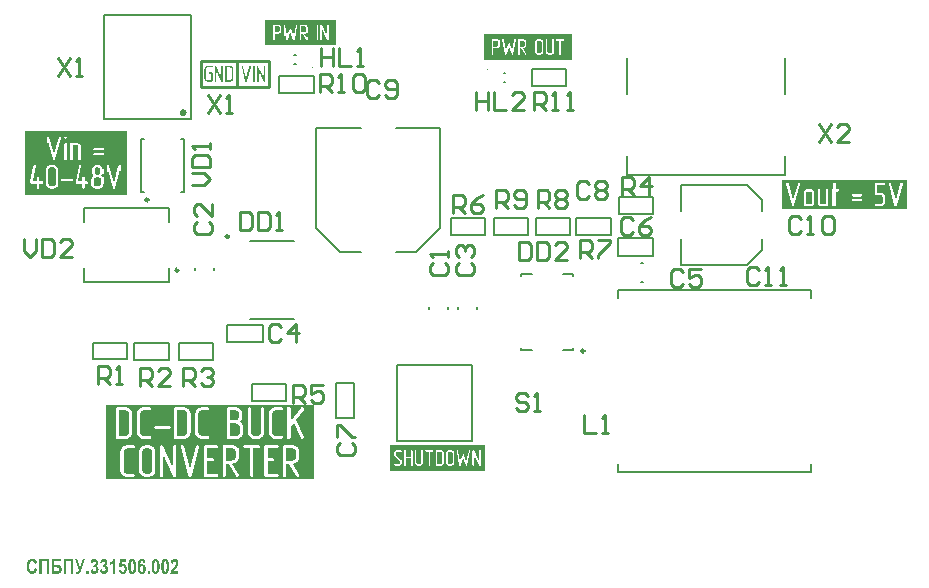
<source format=gto>
G04*
G04 #@! TF.GenerationSoftware,Altium Limited,Altium Designer,19.1.6 (110)*
G04*
G04 Layer_Color=65535*
%FSLAX43Y43*%
%MOMM*%
G71*
G01*
G75*
%ADD10C,0.250*%
%ADD11C,0.600*%
%ADD12C,0.100*%
%ADD13C,0.254*%
%ADD14C,0.200*%
G36*
X78725Y97275D02*
X72725D01*
Y99425D01*
X78725D01*
Y97275D01*
D02*
G37*
G36*
X62297Y53775D02*
X62306Y53773D01*
X62317Y53772D01*
X62344Y53766D01*
X62374Y53756D01*
X62406Y53743D01*
X62423Y53734D01*
X62438Y53725D01*
X62453Y53712D01*
X62469Y53698D01*
X62470Y53697D01*
X62473Y53694D01*
X62476Y53690D01*
X62481Y53684D01*
X62488Y53676D01*
X62495Y53665D01*
X62503Y53654D01*
X62512Y53640D01*
X62520Y53625D01*
X62528Y53607D01*
X62537Y53589D01*
X62545Y53568D01*
X62552Y53544D01*
X62559Y53519D01*
X62566Y53493D01*
X62570Y53465D01*
X62380Y53440D01*
Y53442D01*
X62378Y53446D01*
Y53453D01*
X62376Y53462D01*
X62374Y53472D01*
X62370Y53485D01*
X62360Y53510D01*
X62347Y53535D01*
X62337Y53547D01*
X62326Y53557D01*
X62313Y53566D01*
X62299Y53573D01*
X62284Y53578D01*
X62266Y53579D01*
X62263D01*
X62255Y53578D01*
X62244Y53575D01*
X62229Y53571D01*
X62212Y53562D01*
X62194Y53550D01*
X62186Y53542D01*
X62176Y53532D01*
X62168Y53521D01*
X62159Y53508D01*
Y53507D01*
X62158Y53505D01*
X62155Y53500D01*
X62152Y53494D01*
X62150Y53486D01*
X62145Y53475D01*
X62141Y53461D01*
X62137Y53446D01*
X62132Y53429D01*
X62127Y53408D01*
X62123Y53385D01*
X62119Y53358D01*
X62115Y53331D01*
X62111Y53299D01*
X62108Y53264D01*
X62105Y53225D01*
X62107Y53228D01*
X62112Y53234D01*
X62119Y53243D01*
X62130Y53254D01*
X62141Y53268D01*
X62155Y53281D01*
X62170Y53293D01*
X62187Y53304D01*
X62190Y53306D01*
X62195Y53309D01*
X62205Y53313D01*
X62218Y53318D01*
X62231Y53324D01*
X62249Y53328D01*
X62268Y53331D01*
X62288Y53332D01*
X62294D01*
X62299Y53331D01*
X62309D01*
X62319Y53329D01*
X62331Y53327D01*
X62345Y53322D01*
X62360Y53318D01*
X62376Y53313D01*
X62392Y53304D01*
X62410Y53296D01*
X62428Y53285D01*
X62446Y53272D01*
X62464Y53257D01*
X62482Y53239D01*
X62499Y53220D01*
X62500Y53218D01*
X62503Y53214D01*
X62507Y53209D01*
X62513Y53199D01*
X62520Y53188D01*
X62528Y53174D01*
X62535Y53159D01*
X62545Y53141D01*
X62553Y53120D01*
X62560Y53098D01*
X62568Y53073D01*
X62575Y53046D01*
X62581Y53019D01*
X62585Y52988D01*
X62588Y52956D01*
X62589Y52922D01*
Y52919D01*
Y52913D01*
Y52902D01*
X62588Y52890D01*
X62586Y52873D01*
X62584Y52854D01*
X62581Y52831D01*
X62577Y52809D01*
X62573Y52784D01*
X62566Y52759D01*
X62559Y52734D01*
X62549Y52708D01*
X62538Y52683D01*
X62525Y52658D01*
X62510Y52635D01*
X62494Y52612D01*
X62492Y52611D01*
X62489Y52608D01*
X62484Y52603D01*
X62477Y52594D01*
X62467Y52586D01*
X62456Y52576D01*
X62444Y52567D01*
X62428Y52557D01*
X62413Y52546D01*
X62395Y52536D01*
X62376Y52526D01*
X62355Y52518D01*
X62333Y52511D01*
X62309Y52506D01*
X62286Y52501D01*
X62259Y52500D01*
X62252D01*
X62244Y52501D01*
X62234Y52503D01*
X62220Y52504D01*
X62205Y52508D01*
X62188Y52512D01*
X62169Y52518D01*
X62150Y52526D01*
X62129Y52536D01*
X62108Y52547D01*
X62087Y52561D01*
X62065Y52578D01*
X62044Y52597D01*
X62023Y52621D01*
X62004Y52646D01*
X62003Y52647D01*
X62000Y52653D01*
X61994Y52661D01*
X61989Y52673D01*
X61980Y52690D01*
X61972Y52709D01*
X61962Y52733D01*
X61954Y52761D01*
X61944Y52793D01*
X61935Y52827D01*
X61926Y52868D01*
X61918Y52912D01*
X61912Y52959D01*
X61907Y53012D01*
X61904Y53069D01*
X61903Y53130D01*
Y53131D01*
Y53134D01*
Y53138D01*
Y53145D01*
Y53153D01*
X61904Y53163D01*
Y53174D01*
Y53185D01*
X61906Y53214D01*
X61908Y53246D01*
X61911Y53282D01*
X61915Y53321D01*
X61921Y53361D01*
X61928Y53401D01*
X61936Y53443D01*
X61947Y53483D01*
X61958Y53523D01*
X61972Y53560D01*
X61989Y53594D01*
X62007Y53625D01*
X62008Y53626D01*
X62012Y53632D01*
X62018Y53639D01*
X62026Y53648D01*
X62036Y53659D01*
X62048Y53673D01*
X62064Y53686D01*
X62080Y53701D01*
X62098Y53715D01*
X62119Y53729D01*
X62141Y53741D01*
X62165Y53752D01*
X62191Y53762D01*
X62218Y53769D01*
X62247Y53775D01*
X62277Y53776D01*
X62288D01*
X62297Y53775D01*
D02*
G37*
G36*
X52998Y53791D02*
X53010D01*
X53024Y53788D01*
X53042Y53787D01*
X53062Y53783D01*
X53082Y53777D01*
X53105Y53772D01*
X53127Y53763D01*
X53152Y53754D01*
X53175Y53743D01*
X53200Y53729D01*
X53224Y53713D01*
X53248Y53695D01*
X53270Y53675D01*
X53271Y53673D01*
X53274Y53670D01*
X53278Y53666D01*
X53284Y53659D01*
X53291Y53650D01*
X53297Y53640D01*
X53307Y53626D01*
X53317Y53612D01*
X53327Y53596D01*
X53336Y53578D01*
X53346Y53557D01*
X53356Y53535D01*
X53367Y53510D01*
X53375Y53485D01*
X53383Y53456D01*
X53392Y53426D01*
X53186Y53367D01*
Y53368D01*
X53185Y53371D01*
X53184Y53376D01*
X53182Y53383D01*
X53180Y53392D01*
X53177Y53401D01*
X53168Y53424D01*
X53159Y53449D01*
X53145Y53475D01*
X53128Y53500D01*
X53107Y53522D01*
X53105Y53525D01*
X53098Y53530D01*
X53085Y53539D01*
X53069Y53550D01*
X53048Y53560D01*
X53026Y53568D01*
X52999Y53573D01*
X52970Y53576D01*
X52959D01*
X52951Y53575D01*
X52941Y53573D01*
X52930Y53571D01*
X52905Y53564D01*
X52890Y53558D01*
X52874Y53551D01*
X52859Y53544D01*
X52844Y53535D01*
X52829Y53522D01*
X52813Y53510D01*
X52798Y53494D01*
X52784Y53476D01*
X52783Y53475D01*
X52782Y53472D01*
X52777Y53465D01*
X52773Y53457D01*
X52768Y53447D01*
X52762Y53433D01*
X52755Y53417D01*
X52750Y53399D01*
X52743Y53378D01*
X52736Y53353D01*
X52730Y53327D01*
X52725Y53297D01*
X52721Y53266D01*
X52716Y53229D01*
X52715Y53192D01*
X52714Y53150D01*
Y53148D01*
Y53141D01*
Y53128D01*
X52715Y53112D01*
X52716Y53092D01*
X52718Y53070D01*
X52719Y53046D01*
X52722Y53020D01*
X52730Y52965D01*
X52743Y52909D01*
X52751Y52883D01*
X52761Y52858D01*
X52770Y52836D01*
X52783Y52815D01*
X52784Y52813D01*
X52786Y52811D01*
X52790Y52805D01*
X52795Y52800D01*
X52802Y52793D01*
X52811Y52784D01*
X52820Y52775D01*
X52831Y52766D01*
X52858Y52747D01*
X52888Y52732D01*
X52906Y52726D01*
X52924Y52721D01*
X52944Y52718D01*
X52965Y52716D01*
X52973D01*
X52978Y52718D01*
X52994Y52719D01*
X53013Y52725D01*
X53035Y52732D01*
X53059Y52743D01*
X53082Y52758D01*
X53094Y52768D01*
X53105Y52779D01*
X53106Y52780D01*
X53107Y52782D01*
X53110Y52786D01*
X53114Y52791D01*
X53120Y52798D01*
X53125Y52806D01*
X53131Y52816D01*
X53138Y52829D01*
X53145Y52841D01*
X53152Y52856D01*
X53160Y52873D01*
X53167Y52891D01*
X53174Y52910D01*
X53181Y52933D01*
X53186Y52956D01*
X53192Y52981D01*
X53393Y52904D01*
Y52901D01*
X53390Y52894D01*
X53388Y52884D01*
X53383Y52869D01*
X53379Y52852D01*
X53372Y52831D01*
X53365Y52809D01*
X53356Y52786D01*
X53335Y52736D01*
X53307Y52684D01*
X53292Y52661D01*
X53275Y52637D01*
X53256Y52615D01*
X53236Y52596D01*
X53235Y52594D01*
X53231Y52592D01*
X53225Y52587D01*
X53217Y52580D01*
X53206Y52574D01*
X53193Y52565D01*
X53178Y52557D01*
X53162Y52549D01*
X53143Y52539D01*
X53123Y52531D01*
X53100Y52522D01*
X53077Y52515D01*
X53052Y52508D01*
X53024Y52504D01*
X52996Y52501D01*
X52967Y52500D01*
X52959D01*
X52948Y52501D01*
X52934Y52503D01*
X52917Y52504D01*
X52898Y52508D01*
X52876Y52512D01*
X52852Y52519D01*
X52827Y52528D01*
X52801Y52537D01*
X52773Y52550D01*
X52747Y52565D01*
X52719Y52583D01*
X52693Y52603D01*
X52666Y52626D01*
X52643Y52654D01*
X52641Y52657D01*
X52637Y52662D01*
X52630Y52672D01*
X52621Y52686D01*
X52610Y52704D01*
X52597Y52726D01*
X52585Y52751D01*
X52572Y52780D01*
X52558Y52813D01*
X52546Y52849D01*
X52533Y52890D01*
X52522Y52931D01*
X52514Y52978D01*
X52506Y53027D01*
X52501Y53080D01*
X52500Y53135D01*
Y53137D01*
Y53139D01*
Y53143D01*
Y53149D01*
Y53157D01*
X52501Y53166D01*
X52503Y53188D01*
X52504Y53214D01*
X52508Y53246D01*
X52512Y53279D01*
X52518Y53317D01*
X52526Y53357D01*
X52535Y53397D01*
X52547Y53439D01*
X52561Y53480D01*
X52578Y53522D01*
X52597Y53561D01*
X52619Y53600D01*
X52644Y53634D01*
X52646Y53636D01*
X52650Y53641D01*
X52657Y53650D01*
X52666Y53659D01*
X52680Y53670D01*
X52696Y53684D01*
X52712Y53698D01*
X52733Y53713D01*
X52757Y53729D01*
X52782Y53743D01*
X52809Y53756D01*
X52840Y53768D01*
X52872Y53779D01*
X52906Y53786D01*
X52942Y53791D01*
X52981Y53793D01*
X52990D01*
X52998Y53791D01*
D02*
G37*
G36*
X57113Y52820D02*
X57111Y52819D01*
X57110Y52813D01*
X57106Y52804D01*
X57102Y52793D01*
X57096Y52777D01*
X57089Y52761D01*
X57081Y52744D01*
X57072Y52725D01*
X57053Y52683D01*
X57032Y52643D01*
X57021Y52623D01*
X57010Y52605D01*
X56999Y52589D01*
X56988Y52575D01*
Y52574D01*
X56985Y52572D01*
X56977Y52564D01*
X56964Y52553D01*
X56948Y52540D01*
X56927Y52528D01*
X56902Y52517D01*
X56874Y52508D01*
X56859Y52507D01*
X56844Y52506D01*
X56830D01*
X56814Y52507D01*
X56795D01*
X56773Y52510D01*
X56749Y52512D01*
X56724Y52515D01*
X56701Y52521D01*
Y52707D01*
X56709D01*
X56719Y52705D01*
X56730D01*
X56755Y52704D01*
X56791D01*
X56803Y52705D01*
X56820Y52708D01*
X56837Y52711D01*
X56855Y52716D01*
X56870Y52725D01*
X56884Y52734D01*
X56885Y52736D01*
X56889Y52741D01*
X56895Y52750D01*
X56903Y52764D01*
X56912Y52782D01*
X56917Y52793D01*
X56921Y52806D01*
X56927Y52820D01*
X56932Y52836D01*
X56938Y52852D01*
X56943Y52872D01*
X56566Y53772D01*
X56798D01*
X57036Y53121D01*
X57243Y53772D01*
X57458D01*
X57113Y52820D01*
D02*
G37*
G36*
X59060Y53775D02*
X59071Y53773D01*
X59085Y53770D01*
X59100Y53768D01*
X59117Y53763D01*
X59135Y53758D01*
X59153Y53751D01*
X59171Y53744D01*
X59190Y53734D01*
X59208Y53722D01*
X59226Y53709D01*
X59243Y53694D01*
X59259Y53676D01*
X59261Y53675D01*
X59264Y53672D01*
X59268Y53666D01*
X59272Y53658D01*
X59279Y53650D01*
X59286Y53639D01*
X59293Y53625D01*
X59301Y53611D01*
X59309Y53596D01*
X59316Y53578D01*
X59330Y53540D01*
X59334Y53519D01*
X59339Y53499D01*
X59341Y53476D01*
X59343Y53454D01*
Y53453D01*
Y53450D01*
Y53446D01*
Y53440D01*
X59341Y53425D01*
X59339Y53406D01*
X59333Y53382D01*
X59327Y53357D01*
X59318Y53331D01*
X59305Y53306D01*
Y53304D01*
X59304Y53303D01*
X59298Y53295D01*
X59290Y53282D01*
X59277Y53267D01*
X59261Y53249D01*
X59241Y53231D01*
X59219Y53211D01*
X59193Y53192D01*
X59194D01*
X59197Y53191D01*
X59201Y53189D01*
X59207Y53186D01*
X59223Y53181D01*
X59243Y53170D01*
X59265Y53156D01*
X59289Y53139D01*
X59311Y53117D01*
X59333Y53089D01*
Y53088D01*
X59336Y53085D01*
X59339Y53081D01*
X59341Y53076D01*
X59345Y53067D01*
X59351Y53059D01*
X59355Y53048D01*
X59361Y53035D01*
X59370Y53008D01*
X59380Y52974D01*
X59386Y52935D01*
X59388Y52894D01*
Y52892D01*
Y52887D01*
Y52877D01*
X59387Y52866D01*
X59386Y52851D01*
X59383Y52834D01*
X59380Y52815D01*
X59376Y52794D01*
X59370Y52773D01*
X59363Y52750D01*
X59355Y52726D01*
X59345Y52702D01*
X59333Y52679D01*
X59319Y52655D01*
X59304Y52633D01*
X59286Y52611D01*
X59284Y52610D01*
X59282Y52607D01*
X59276Y52601D01*
X59268Y52594D01*
X59258Y52585D01*
X59246Y52576D01*
X59232Y52565D01*
X59216Y52555D01*
X59200Y52546D01*
X59182Y52535D01*
X59161Y52526D01*
X59140Y52518D01*
X59118Y52510D01*
X59094Y52504D01*
X59069Y52501D01*
X59043Y52500D01*
X59031D01*
X59021Y52501D01*
X59008Y52503D01*
X58995Y52506D01*
X58981Y52508D01*
X58964Y52512D01*
X58928Y52524D01*
X58909Y52531D01*
X58889Y52540D01*
X58870Y52551D01*
X58850Y52564D01*
X58832Y52578D01*
X58814Y52594D01*
X58813Y52596D01*
X58810Y52598D01*
X58806Y52604D01*
X58799Y52612D01*
X58792Y52621D01*
X58784Y52633D01*
X58775Y52647D01*
X58766Y52662D01*
X58756Y52679D01*
X58748Y52698D01*
X58738Y52721D01*
X58730Y52743D01*
X58721Y52768D01*
X58716Y52794D01*
X58710Y52822D01*
X58706Y52852D01*
X58896Y52880D01*
Y52879D01*
Y52876D01*
X58897Y52872D01*
Y52866D01*
X58900Y52849D01*
X58904Y52830D01*
X58911Y52808D01*
X58918Y52786D01*
X58929Y52764D01*
X58943Y52744D01*
X58945Y52743D01*
X58950Y52737D01*
X58960Y52730D01*
X58971Y52722D01*
X58985Y52712D01*
X59002Y52705D01*
X59021Y52700D01*
X59040Y52698D01*
X59043D01*
X59050Y52700D01*
X59063Y52701D01*
X59076Y52705D01*
X59092Y52712D01*
X59110Y52721D01*
X59126Y52734D01*
X59143Y52752D01*
X59144Y52755D01*
X59150Y52762D01*
X59157Y52775D01*
X59165Y52793D01*
X59172Y52815D01*
X59179Y52841D01*
X59185Y52872D01*
X59186Y52906D01*
Y52908D01*
Y52910D01*
Y52915D01*
Y52922D01*
X59185Y52938D01*
X59180Y52959D01*
X59176Y52981D01*
X59169Y53005D01*
X59160Y53028D01*
X59146Y53049D01*
X59144Y53052D01*
X59139Y53058D01*
X59130Y53066D01*
X59118Y53076D01*
X59104Y53085D01*
X59087Y53094D01*
X59068Y53099D01*
X59047Y53102D01*
X59040D01*
X59033Y53100D01*
X59022Y53099D01*
X59010Y53098D01*
X58995Y53095D01*
X58977Y53089D01*
X58959Y53084D01*
X58979Y53279D01*
X58992D01*
X59006Y53281D01*
X59024Y53284D01*
X59042Y53288D01*
X59063Y53295D01*
X59082Y53306D01*
X59100Y53320D01*
X59101Y53321D01*
X59107Y53328D01*
X59114Y53338D01*
X59122Y53352D01*
X59130Y53368D01*
X59137Y53389D01*
X59143Y53413D01*
X59144Y53440D01*
Y53442D01*
Y53443D01*
Y53451D01*
X59143Y53462D01*
X59140Y53478D01*
X59136Y53494D01*
X59130Y53511D01*
X59124Y53526D01*
X59112Y53542D01*
X59111Y53543D01*
X59107Y53547D01*
X59100Y53554D01*
X59090Y53561D01*
X59079Y53566D01*
X59064Y53573D01*
X59049Y53578D01*
X59031Y53579D01*
X59022D01*
X59013Y53576D01*
X59002Y53573D01*
X58988Y53568D01*
X58972Y53561D01*
X58957Y53550D01*
X58943Y53536D01*
X58942Y53535D01*
X58938Y53528D01*
X58932Y53518D01*
X58925Y53504D01*
X58917Y53486D01*
X58910Y53465D01*
X58904Y53440D01*
X58902Y53411D01*
X58720Y53449D01*
Y53450D01*
X58721Y53456D01*
X58723Y53465D01*
X58726Y53476D01*
X58728Y53490D01*
X58732Y53507D01*
X58738Y53525D01*
X58744Y53544D01*
X58759Y53585D01*
X58778Y53625D01*
X58789Y53646D01*
X58802Y53664D01*
X58814Y53682D01*
X58830Y53697D01*
X58831Y53698D01*
X58834Y53700D01*
X58838Y53704D01*
X58845Y53709D01*
X58852Y53715D01*
X58861Y53722D01*
X58874Y53729D01*
X58886Y53737D01*
X58900Y53744D01*
X58916Y53751D01*
X58952Y53763D01*
X58971Y53769D01*
X58992Y53773D01*
X59014Y53775D01*
X59036Y53776D01*
X59050D01*
X59060Y53775D01*
D02*
G37*
G36*
X58262D02*
X58273Y53773D01*
X58287Y53770D01*
X58303Y53768D01*
X58319Y53763D01*
X58337Y53758D01*
X58355Y53751D01*
X58373Y53744D01*
X58393Y53734D01*
X58411Y53722D01*
X58429Y53709D01*
X58445Y53694D01*
X58462Y53676D01*
X58463Y53675D01*
X58466Y53672D01*
X58470Y53666D01*
X58475Y53658D01*
X58481Y53650D01*
X58488Y53639D01*
X58495Y53625D01*
X58504Y53611D01*
X58512Y53596D01*
X58519Y53578D01*
X58533Y53540D01*
X58537Y53519D01*
X58541Y53499D01*
X58544Y53476D01*
X58545Y53454D01*
Y53453D01*
Y53450D01*
Y53446D01*
Y53440D01*
X58544Y53425D01*
X58541Y53406D01*
X58536Y53382D01*
X58530Y53357D01*
X58520Y53331D01*
X58508Y53306D01*
Y53304D01*
X58506Y53303D01*
X58501Y53295D01*
X58493Y53282D01*
X58480Y53267D01*
X58463Y53249D01*
X58444Y53231D01*
X58422Y53211D01*
X58395Y53192D01*
X58397D01*
X58400Y53191D01*
X58404Y53189D01*
X58409Y53186D01*
X58426Y53181D01*
X58445Y53170D01*
X58468Y53156D01*
X58491Y53139D01*
X58513Y53117D01*
X58536Y53089D01*
Y53088D01*
X58538Y53085D01*
X58541Y53081D01*
X58544Y53076D01*
X58548Y53067D01*
X58554Y53059D01*
X58558Y53048D01*
X58563Y53035D01*
X58573Y53008D01*
X58583Y52974D01*
X58588Y52935D01*
X58591Y52894D01*
Y52892D01*
Y52887D01*
Y52877D01*
X58590Y52866D01*
X58588Y52851D01*
X58585Y52834D01*
X58583Y52815D01*
X58579Y52794D01*
X58573Y52773D01*
X58566Y52750D01*
X58558Y52726D01*
X58548Y52702D01*
X58536Y52679D01*
X58522Y52655D01*
X58506Y52633D01*
X58488Y52611D01*
X58487Y52610D01*
X58484Y52607D01*
X58479Y52601D01*
X58470Y52594D01*
X58461Y52585D01*
X58448Y52576D01*
X58434Y52565D01*
X58419Y52555D01*
X58402Y52546D01*
X58384Y52535D01*
X58364Y52526D01*
X58343Y52518D01*
X58321Y52510D01*
X58297Y52504D01*
X58272Y52501D01*
X58246Y52500D01*
X58233D01*
X58223Y52501D01*
X58211Y52503D01*
X58197Y52506D01*
X58183Y52508D01*
X58167Y52512D01*
X58131Y52524D01*
X58111Y52531D01*
X58092Y52540D01*
X58072Y52551D01*
X58053Y52564D01*
X58035Y52578D01*
X58017Y52594D01*
X58015Y52596D01*
X58013Y52598D01*
X58009Y52604D01*
X58002Y52612D01*
X57995Y52621D01*
X57986Y52633D01*
X57978Y52647D01*
X57968Y52662D01*
X57959Y52679D01*
X57950Y52698D01*
X57941Y52721D01*
X57932Y52743D01*
X57924Y52768D01*
X57918Y52794D01*
X57913Y52822D01*
X57909Y52852D01*
X58099Y52880D01*
Y52879D01*
Y52876D01*
X58100Y52872D01*
Y52866D01*
X58103Y52849D01*
X58107Y52830D01*
X58114Y52808D01*
X58121Y52786D01*
X58132Y52764D01*
X58146Y52744D01*
X58147Y52743D01*
X58153Y52737D01*
X58162Y52730D01*
X58174Y52722D01*
X58187Y52712D01*
X58204Y52705D01*
X58223Y52700D01*
X58243Y52698D01*
X58246D01*
X58253Y52700D01*
X58265Y52701D01*
X58279Y52705D01*
X58294Y52712D01*
X58312Y52721D01*
X58329Y52734D01*
X58346Y52752D01*
X58347Y52755D01*
X58352Y52762D01*
X58359Y52775D01*
X58368Y52793D01*
X58375Y52815D01*
X58382Y52841D01*
X58387Y52872D01*
X58389Y52906D01*
Y52908D01*
Y52910D01*
Y52915D01*
Y52922D01*
X58387Y52938D01*
X58383Y52959D01*
X58379Y52981D01*
X58372Y53005D01*
X58362Y53028D01*
X58348Y53049D01*
X58347Y53052D01*
X58341Y53058D01*
X58333Y53066D01*
X58321Y53076D01*
X58307Y53085D01*
X58290Y53094D01*
X58271Y53099D01*
X58250Y53102D01*
X58243D01*
X58236Y53100D01*
X58225Y53099D01*
X58212Y53098D01*
X58197Y53095D01*
X58179Y53089D01*
X58161Y53084D01*
X58182Y53279D01*
X58194D01*
X58208Y53281D01*
X58226Y53284D01*
X58244Y53288D01*
X58265Y53295D01*
X58285Y53306D01*
X58303Y53320D01*
X58304Y53321D01*
X58309Y53328D01*
X58316Y53338D01*
X58325Y53352D01*
X58333Y53368D01*
X58340Y53389D01*
X58346Y53413D01*
X58347Y53440D01*
Y53442D01*
Y53443D01*
Y53451D01*
X58346Y53462D01*
X58343Y53478D01*
X58339Y53494D01*
X58333Y53511D01*
X58326Y53526D01*
X58315Y53542D01*
X58314Y53543D01*
X58309Y53547D01*
X58303Y53554D01*
X58293Y53561D01*
X58282Y53566D01*
X58266Y53573D01*
X58251Y53578D01*
X58233Y53579D01*
X58225D01*
X58215Y53576D01*
X58204Y53573D01*
X58190Y53568D01*
X58175Y53561D01*
X58160Y53550D01*
X58146Y53536D01*
X58144Y53535D01*
X58140Y53528D01*
X58135Y53518D01*
X58128Y53504D01*
X58119Y53486D01*
X58113Y53465D01*
X58107Y53440D01*
X58104Y53411D01*
X57923Y53449D01*
Y53450D01*
X57924Y53456D01*
X57925Y53465D01*
X57928Y53476D01*
X57931Y53490D01*
X57935Y53507D01*
X57941Y53525D01*
X57946Y53544D01*
X57961Y53585D01*
X57981Y53625D01*
X57992Y53646D01*
X58004Y53664D01*
X58017Y53682D01*
X58032Y53697D01*
X58033Y53698D01*
X58036Y53700D01*
X58040Y53704D01*
X58047Y53709D01*
X58054Y53715D01*
X58064Y53722D01*
X58076Y53729D01*
X58089Y53737D01*
X58103Y53744D01*
X58118Y53751D01*
X58154Y53763D01*
X58174Y53769D01*
X58194Y53773D01*
X58217Y53775D01*
X58239Y53776D01*
X58253D01*
X58262Y53775D01*
D02*
G37*
G36*
X60956Y53530D02*
X60585D01*
X60552Y53317D01*
X60553D01*
X60555Y53318D01*
X60563Y53324D01*
X60577Y53331D01*
X60594Y53338D01*
X60614Y53346D01*
X60638Y53352D01*
X60662Y53357D01*
X60688Y53358D01*
X60699D01*
X60709Y53357D01*
X60718Y53356D01*
X60731Y53353D01*
X60745Y53350D01*
X60759Y53346D01*
X60775Y53342D01*
X60791Y53335D01*
X60809Y53328D01*
X60825Y53318D01*
X60843Y53307D01*
X60860Y53295D01*
X60877Y53279D01*
X60893Y53263D01*
X60895Y53261D01*
X60897Y53257D01*
X60903Y53250D01*
X60910Y53241D01*
X60918Y53228D01*
X60928Y53214D01*
X60938Y53196D01*
X60947Y53177D01*
X60957Y53155D01*
X60967Y53131D01*
X60976Y53105D01*
X60985Y53076D01*
X60992Y53045D01*
X60997Y53012D01*
X61000Y52977D01*
X61001Y52941D01*
Y52940D01*
Y52934D01*
Y52924D01*
X61000Y52913D01*
X60999Y52898D01*
X60997Y52881D01*
X60994Y52862D01*
X60990Y52841D01*
X60985Y52819D01*
X60979Y52794D01*
X60972Y52769D01*
X60963Y52743D01*
X60953Y52716D01*
X60940Y52690D01*
X60926Y52664D01*
X60910Y52637D01*
X60908Y52636D01*
X60906Y52632D01*
X60900Y52625D01*
X60893Y52617D01*
X60883Y52605D01*
X60872Y52594D01*
X60858Y52582D01*
X60843Y52569D01*
X60825Y52555D01*
X60806Y52543D01*
X60785Y52532D01*
X60761Y52522D01*
X60736Y52512D01*
X60709Y52506D01*
X60680Y52501D01*
X60649Y52500D01*
X60637D01*
X60627Y52501D01*
X60614Y52503D01*
X60601Y52504D01*
X60587Y52507D01*
X60570Y52511D01*
X60534Y52522D01*
X60515Y52529D01*
X60495Y52537D01*
X60476Y52547D01*
X60456Y52560D01*
X60438Y52574D01*
X60420Y52589D01*
X60419Y52590D01*
X60416Y52593D01*
X60412Y52598D01*
X60406Y52605D01*
X60398Y52615D01*
X60390Y52626D01*
X60381Y52639D01*
X60372Y52654D01*
X60363Y52671D01*
X60354Y52690D01*
X60344Y52711D01*
X60336Y52734D01*
X60327Y52758D01*
X60320Y52786D01*
X60315Y52813D01*
X60311Y52844D01*
X60508Y52869D01*
Y52868D01*
Y52865D01*
X60509Y52861D01*
Y52855D01*
X60512Y52840D01*
X60516Y52822D01*
X60523Y52801D01*
X60531Y52779D01*
X60544Y52758D01*
X60558Y52739D01*
X60559Y52737D01*
X60564Y52732D01*
X60574Y52725D01*
X60585Y52716D01*
X60599Y52707D01*
X60616Y52700D01*
X60632Y52694D01*
X60652Y52693D01*
X60655D01*
X60662Y52694D01*
X60674Y52696D01*
X60688Y52700D01*
X60705Y52708D01*
X60721Y52718D01*
X60739Y52733D01*
X60748Y52741D01*
X60756Y52752D01*
Y52754D01*
X60757Y52755D01*
X60760Y52759D01*
X60763Y52764D01*
X60766Y52770D01*
X60770Y52777D01*
X60774Y52787D01*
X60778Y52798D01*
X60782Y52809D01*
X60786Y52823D01*
X60791Y52838D01*
X60793Y52855D01*
X60796Y52873D01*
X60799Y52892D01*
X60800Y52913D01*
Y52935D01*
Y52937D01*
Y52941D01*
Y52947D01*
Y52955D01*
X60799Y52965D01*
X60797Y52976D01*
X60795Y53002D01*
X60789Y53030D01*
X60782Y53059D01*
X60771Y53085D01*
X60764Y53098D01*
X60756Y53109D01*
X60754Y53112D01*
X60748Y53117D01*
X60739Y53127D01*
X60727Y53138D01*
X60710Y53148D01*
X60692Y53157D01*
X60670Y53163D01*
X60646Y53166D01*
X60638D01*
X60632Y53164D01*
X60624Y53163D01*
X60616Y53162D01*
X60595Y53155D01*
X60571Y53144D01*
X60559Y53137D01*
X60546Y53127D01*
X60533Y53117D01*
X60520Y53105D01*
X60506Y53091D01*
X60494Y53074D01*
X60334Y53102D01*
X60436Y53755D01*
X60956D01*
Y53530D01*
D02*
G37*
G36*
X65058Y53775D02*
X65072Y53773D01*
X65087Y53770D01*
X65105Y53768D01*
X65123Y53763D01*
X65142Y53758D01*
X65162Y53750D01*
X65183Y53741D01*
X65203Y53732D01*
X65223Y53719D01*
X65242Y53705D01*
X65259Y53689D01*
X65276Y53670D01*
X65277Y53669D01*
X65280Y53666D01*
X65283Y53659D01*
X65288Y53652D01*
X65295Y53641D01*
X65302Y53630D01*
X65309Y53616D01*
X65317Y53601D01*
X65324Y53585D01*
X65331Y53565D01*
X65345Y53525D01*
X65350Y53503D01*
X65353Y53479D01*
X65356Y53456D01*
X65357Y53431D01*
Y53429D01*
Y53428D01*
Y53424D01*
Y53417D01*
X65356Y53403D01*
X65355Y53383D01*
X65352Y53360D01*
X65348Y53335D01*
X65342Y53309D01*
X65335Y53281D01*
Y53279D01*
X65334Y53278D01*
X65332Y53274D01*
X65331Y53268D01*
X65327Y53254D01*
X65320Y53236D01*
X65310Y53214D01*
X65299Y53191D01*
X65287Y53164D01*
X65271Y53137D01*
Y53135D01*
X65270Y53134D01*
X65267Y53130D01*
X65263Y53124D01*
X65259Y53116D01*
X65252Y53107D01*
X65245Y53098D01*
X65237Y53087D01*
X65217Y53059D01*
X65192Y53028D01*
X65162Y52991D01*
X65144Y52972D01*
X65126Y52951D01*
X65124Y52949D01*
X65122Y52947D01*
X65117Y52941D01*
X65111Y52934D01*
X65104Y52924D01*
X65095Y52915D01*
X65076Y52892D01*
X65055Y52869D01*
X65036Y52847D01*
X65019Y52826D01*
X65012Y52816D01*
X65007Y52809D01*
X65005Y52808D01*
X65002Y52804D01*
X64998Y52797D01*
X64993Y52788D01*
X64986Y52779D01*
X64979Y52768D01*
X64966Y52744D01*
X65357D01*
Y52521D01*
X64668D01*
Y52522D01*
Y52526D01*
X64670Y52533D01*
X64671Y52543D01*
X64672Y52554D01*
X64675Y52567D01*
X64678Y52582D01*
X64681Y52598D01*
X64689Y52635D01*
X64701Y52675D01*
X64715Y52718D01*
X64735Y52761D01*
X64736Y52762D01*
X64737Y52766D01*
X64742Y52772D01*
X64746Y52782D01*
X64753Y52793D01*
X64761Y52806D01*
X64772Y52823D01*
X64783Y52841D01*
X64797Y52861D01*
X64814Y52884D01*
X64832Y52908D01*
X64851Y52934D01*
X64875Y52963D01*
X64898Y52994D01*
X64926Y53026D01*
X64955Y53059D01*
X64957Y53060D01*
X64961Y53066D01*
X64968Y53073D01*
X64976Y53082D01*
X64987Y53095D01*
X64998Y53109D01*
X65025Y53139D01*
X65052Y53173D01*
X65079Y53206D01*
X65090Y53221D01*
X65101Y53235D01*
X65109Y53248D01*
X65116Y53259D01*
Y53260D01*
X65117Y53263D01*
X65120Y53266D01*
X65123Y53271D01*
X65130Y53286D01*
X65138Y53306D01*
X65147Y53329D01*
X65154Y53356D01*
X65159Y53383D01*
X65160Y53411D01*
Y53413D01*
Y53415D01*
Y53419D01*
Y53425D01*
X65159Y53439D01*
X65156Y53457D01*
X65151Y53478D01*
X65145Y53497D01*
X65135Y53518D01*
X65123Y53535D01*
X65122Y53536D01*
X65116Y53542D01*
X65109Y53548D01*
X65098Y53557D01*
X65084Y53564D01*
X65068Y53571D01*
X65048Y53576D01*
X65027Y53578D01*
X65022D01*
X65015Y53576D01*
X65007Y53575D01*
X64997Y53572D01*
X64986Y53568D01*
X64973Y53561D01*
X64961Y53553D01*
X64948Y53543D01*
X64936Y53530D01*
X64925Y53514D01*
X64914Y53496D01*
X64904Y53472D01*
X64896Y53447D01*
X64890Y53417D01*
X64887Y53382D01*
X64692Y53407D01*
Y53410D01*
X64693Y53415D01*
X64694Y53425D01*
X64696Y53438D01*
X64699Y53454D01*
X64701Y53472D01*
X64706Y53492D01*
X64711Y53514D01*
X64725Y53558D01*
X64743Y53605D01*
X64754Y53627D01*
X64767Y53648D01*
X64782Y53668D01*
X64797Y53686D01*
X64799Y53687D01*
X64801Y53690D01*
X64807Y53694D01*
X64814Y53700D01*
X64822Y53707D01*
X64833Y53715D01*
X64846Y53722D01*
X64860Y53732D01*
X64876Y53740D01*
X64893Y53747D01*
X64912Y53755D01*
X64933Y53762D01*
X64955Y53768D01*
X64980Y53772D01*
X65005Y53775D01*
X65031Y53776D01*
X65047D01*
X65058Y53775D01*
D02*
G37*
G36*
X62937Y52521D02*
X62740D01*
Y52761D01*
X62937D01*
Y52521D01*
D02*
G37*
G36*
X60014D02*
X59817D01*
Y53425D01*
X59816Y53424D01*
X59811Y53419D01*
X59806Y53413D01*
X59798Y53404D01*
X59786Y53395D01*
X59774Y53382D01*
X59760Y53370D01*
X59743Y53356D01*
X59725Y53340D01*
X59706Y53325D01*
X59685Y53311D01*
X59663Y53296D01*
X59614Y53267D01*
X59590Y53254D01*
X59563Y53243D01*
Y53461D01*
X59565D01*
X59567Y53462D01*
X59571Y53465D01*
X59577Y53468D01*
X59585Y53471D01*
X59594Y53476D01*
X59614Y53487D01*
X59641Y53504D01*
X59669Y53523D01*
X59700Y53548D01*
X59732Y53578D01*
X59734Y53579D01*
X59737Y53582D01*
X59741Y53586D01*
X59746Y53593D01*
X59753Y53601D01*
X59761Y53611D01*
X59771Y53622D01*
X59781Y53634D01*
X59800Y53664D01*
X59821Y53698D01*
X59839Y53736D01*
X59854Y53776D01*
X60014D01*
Y52521D01*
D02*
G37*
G36*
X57755Y52521D02*
X57558D01*
Y52761D01*
X57755D01*
Y52521D01*
D02*
G37*
G36*
X56458D02*
X56251D01*
Y53560D01*
X55845D01*
Y52521D01*
X55638D01*
Y53772D01*
X56458D01*
Y52521D01*
D02*
G37*
G36*
X55378Y53560D02*
X54817D01*
Y53274D01*
X55127D01*
X55138Y53272D01*
X55152Y53271D01*
X55168Y53268D01*
X55186Y53266D01*
X55206Y53261D01*
X55225Y53256D01*
X55247Y53249D01*
X55268Y53241D01*
X55290Y53229D01*
X55311Y53218D01*
X55332Y53205D01*
X55353Y53188D01*
X55371Y53170D01*
X55372Y53168D01*
X55375Y53166D01*
X55379Y53159D01*
X55386Y53150D01*
X55393Y53141D01*
X55401Y53128D01*
X55410Y53113D01*
X55419Y53096D01*
X55428Y53078D01*
X55436Y53058D01*
X55444Y53034D01*
X55451Y53010D01*
X55458Y52984D01*
X55462Y52956D01*
X55465Y52927D01*
X55466Y52895D01*
Y52894D01*
Y52888D01*
Y52881D01*
X55465Y52870D01*
X55464Y52858D01*
X55462Y52843D01*
X55460Y52826D01*
X55457Y52806D01*
X55447Y52766D01*
X55440Y52744D01*
X55432Y52722D01*
X55422Y52700D01*
X55412Y52678D01*
X55398Y52655D01*
X55385Y52633D01*
X55383Y52632D01*
X55380Y52629D01*
X55376Y52623D01*
X55369Y52615D01*
X55360Y52607D01*
X55349Y52597D01*
X55336Y52587D01*
X55321Y52578D01*
X55303Y52567D01*
X55282Y52557D01*
X55260Y52547D01*
X55235Y52539D01*
X55207Y52532D01*
X55178Y52526D01*
X55145Y52522D01*
X55110Y52521D01*
X54611D01*
Y53772D01*
X55378D01*
Y53560D01*
D02*
G37*
G36*
X54393Y52521D02*
X54186D01*
Y53560D01*
X53780D01*
Y52521D01*
X53573D01*
Y53772D01*
X54393D01*
Y52521D01*
D02*
G37*
G36*
X64242Y53775D02*
X64253Y53773D01*
X64266Y53772D01*
X64280Y53769D01*
X64296Y53763D01*
X64314Y53758D01*
X64333Y53751D01*
X64353Y53741D01*
X64373Y53730D01*
X64394Y53716D01*
X64413Y53700D01*
X64432Y53680D01*
X64452Y53658D01*
X64470Y53633D01*
X64471Y53632D01*
X64474Y53626D01*
X64478Y53618D01*
X64485Y53605D01*
X64492Y53590D01*
X64499Y53569D01*
X64507Y53546D01*
X64517Y53518D01*
X64525Y53486D01*
X64534Y53450D01*
X64541Y53410D01*
X64549Y53364D01*
X64554Y53314D01*
X64559Y53260D01*
X64561Y53200D01*
X64563Y53137D01*
Y53135D01*
Y53132D01*
Y53128D01*
Y53121D01*
Y53113D01*
Y53103D01*
X64561Y53092D01*
Y53080D01*
X64560Y53051D01*
X64557Y53017D01*
X64554Y52981D01*
X64552Y52942D01*
X64546Y52902D01*
X64541Y52861D01*
X64532Y52819D01*
X64524Y52779D01*
X64513Y52740D01*
X64500Y52704D01*
X64486Y52671D01*
X64470Y52641D01*
X64468Y52640D01*
X64466Y52636D01*
X64460Y52629D01*
X64453Y52619D01*
X64443Y52608D01*
X64432Y52597D01*
X64420Y52585D01*
X64405Y52571D01*
X64388Y52558D01*
X64370Y52544D01*
X64351Y52533D01*
X64328Y52522D01*
X64306Y52512D01*
X64281Y52506D01*
X64256Y52501D01*
X64229Y52500D01*
X64222D01*
X64215Y52501D01*
X64204Y52503D01*
X64191Y52504D01*
X64177Y52507D01*
X64161Y52511D01*
X64143Y52518D01*
X64124Y52525D01*
X64105Y52535D01*
X64084Y52546D01*
X64063Y52560D01*
X64044Y52575D01*
X64025Y52594D01*
X64005Y52615D01*
X63987Y52640D01*
X63986Y52641D01*
X63983Y52647D01*
X63979Y52655D01*
X63973Y52668D01*
X63966Y52683D01*
X63958Y52704D01*
X63950Y52727D01*
X63941Y52755D01*
X63933Y52787D01*
X63925Y52823D01*
X63916Y52865D01*
X63910Y52911D01*
X63904Y52960D01*
X63900Y53015D01*
X63897Y53074D01*
X63896Y53139D01*
Y53141D01*
Y53144D01*
Y53148D01*
Y53155D01*
Y53163D01*
Y53173D01*
X63897Y53184D01*
Y53196D01*
X63898Y53225D01*
X63901Y53259D01*
X63904Y53295D01*
X63907Y53333D01*
X63912Y53374D01*
X63918Y53415D01*
X63925Y53456D01*
X63934Y53496D01*
X63944Y53535D01*
X63957Y53571D01*
X63971Y53604D01*
X63987Y53633D01*
X63989Y53634D01*
X63991Y53639D01*
X63997Y53647D01*
X64004Y53655D01*
X64014Y53666D01*
X64025Y53679D01*
X64037Y53691D01*
X64052Y53705D01*
X64069Y53718D01*
X64087Y53730D01*
X64106Y53743D01*
X64129Y53754D01*
X64151Y53763D01*
X64176Y53770D01*
X64201Y53775D01*
X64229Y53776D01*
X64235D01*
X64242Y53775D01*
D02*
G37*
G36*
X63445D02*
X63456Y53773D01*
X63469Y53772D01*
X63482Y53769D01*
X63499Y53763D01*
X63517Y53758D01*
X63535Y53751D01*
X63556Y53741D01*
X63575Y53730D01*
X63596Y53716D01*
X63616Y53700D01*
X63635Y53680D01*
X63654Y53658D01*
X63672Y53633D01*
X63674Y53632D01*
X63677Y53626D01*
X63681Y53618D01*
X63688Y53605D01*
X63695Y53590D01*
X63702Y53569D01*
X63710Y53546D01*
X63720Y53518D01*
X63728Y53486D01*
X63736Y53450D01*
X63743Y53410D01*
X63751Y53364D01*
X63757Y53314D01*
X63761Y53260D01*
X63764Y53200D01*
X63765Y53137D01*
Y53135D01*
Y53132D01*
Y53128D01*
Y53121D01*
Y53113D01*
Y53103D01*
X63764Y53092D01*
Y53080D01*
X63763Y53051D01*
X63760Y53017D01*
X63757Y52981D01*
X63754Y52942D01*
X63749Y52902D01*
X63743Y52861D01*
X63735Y52819D01*
X63726Y52779D01*
X63715Y52740D01*
X63703Y52704D01*
X63689Y52671D01*
X63672Y52641D01*
X63671Y52640D01*
X63668Y52636D01*
X63663Y52629D01*
X63656Y52619D01*
X63646Y52608D01*
X63635Y52597D01*
X63622Y52585D01*
X63607Y52571D01*
X63591Y52558D01*
X63573Y52544D01*
X63553Y52533D01*
X63531Y52522D01*
X63509Y52512D01*
X63484Y52506D01*
X63459Y52501D01*
X63431Y52500D01*
X63424D01*
X63417Y52501D01*
X63406Y52503D01*
X63394Y52504D01*
X63380Y52507D01*
X63363Y52511D01*
X63345Y52518D01*
X63327Y52525D01*
X63308Y52535D01*
X63287Y52546D01*
X63266Y52560D01*
X63247Y52575D01*
X63227Y52594D01*
X63208Y52615D01*
X63190Y52640D01*
X63188Y52641D01*
X63186Y52647D01*
X63181Y52655D01*
X63176Y52668D01*
X63169Y52683D01*
X63161Y52704D01*
X63152Y52727D01*
X63144Y52755D01*
X63136Y52787D01*
X63127Y52823D01*
X63119Y52865D01*
X63112Y52911D01*
X63107Y52960D01*
X63102Y53015D01*
X63100Y53074D01*
X63098Y53139D01*
Y53141D01*
Y53144D01*
Y53148D01*
Y53155D01*
Y53163D01*
Y53173D01*
X63100Y53184D01*
Y53196D01*
X63101Y53225D01*
X63104Y53259D01*
X63107Y53295D01*
X63109Y53333D01*
X63115Y53374D01*
X63120Y53415D01*
X63127Y53456D01*
X63137Y53496D01*
X63147Y53535D01*
X63159Y53571D01*
X63173Y53604D01*
X63190Y53633D01*
X63191Y53634D01*
X63194Y53639D01*
X63199Y53647D01*
X63206Y53655D01*
X63216Y53666D01*
X63227Y53679D01*
X63240Y53691D01*
X63255Y53705D01*
X63272Y53718D01*
X63290Y53730D01*
X63309Y53743D01*
X63331Y53754D01*
X63353Y53763D01*
X63378Y53770D01*
X63403Y53775D01*
X63431Y53776D01*
X63438D01*
X63445Y53775D01*
D02*
G37*
G36*
X61452D02*
X61463Y53773D01*
X61476Y53772D01*
X61489Y53769D01*
X61506Y53763D01*
X61524Y53758D01*
X61542Y53751D01*
X61563Y53741D01*
X61582Y53730D01*
X61603Y53716D01*
X61623Y53700D01*
X61642Y53680D01*
X61661Y53658D01*
X61679Y53633D01*
X61681Y53632D01*
X61684Y53626D01*
X61688Y53618D01*
X61695Y53605D01*
X61702Y53590D01*
X61709Y53569D01*
X61717Y53546D01*
X61727Y53518D01*
X61735Y53486D01*
X61743Y53450D01*
X61750Y53410D01*
X61759Y53364D01*
X61764Y53314D01*
X61768Y53260D01*
X61771Y53200D01*
X61772Y53137D01*
Y53135D01*
Y53132D01*
Y53128D01*
Y53121D01*
Y53113D01*
Y53103D01*
X61771Y53092D01*
Y53080D01*
X61770Y53051D01*
X61767Y53017D01*
X61764Y52981D01*
X61761Y52942D01*
X61756Y52902D01*
X61750Y52861D01*
X61742Y52819D01*
X61734Y52779D01*
X61722Y52740D01*
X61710Y52704D01*
X61696Y52671D01*
X61679Y52641D01*
X61678Y52640D01*
X61675Y52636D01*
X61670Y52629D01*
X61663Y52619D01*
X61653Y52608D01*
X61642Y52597D01*
X61630Y52585D01*
X61614Y52571D01*
X61598Y52558D01*
X61580Y52544D01*
X61560Y52533D01*
X61538Y52522D01*
X61516Y52512D01*
X61491Y52506D01*
X61466Y52501D01*
X61438Y52500D01*
X61431D01*
X61424Y52501D01*
X61413Y52503D01*
X61401Y52504D01*
X61387Y52507D01*
X61370Y52511D01*
X61352Y52518D01*
X61334Y52525D01*
X61315Y52535D01*
X61294Y52546D01*
X61273Y52560D01*
X61254Y52575D01*
X61234Y52594D01*
X61215Y52615D01*
X61197Y52640D01*
X61195Y52641D01*
X61193Y52647D01*
X61189Y52655D01*
X61183Y52668D01*
X61176Y52683D01*
X61168Y52704D01*
X61159Y52727D01*
X61151Y52755D01*
X61143Y52787D01*
X61134Y52823D01*
X61126Y52865D01*
X61119Y52911D01*
X61114Y52960D01*
X61110Y53015D01*
X61107Y53074D01*
X61105Y53139D01*
Y53141D01*
Y53144D01*
Y53148D01*
Y53155D01*
Y53163D01*
Y53173D01*
X61107Y53184D01*
Y53196D01*
X61108Y53225D01*
X61111Y53259D01*
X61114Y53295D01*
X61116Y53333D01*
X61122Y53374D01*
X61128Y53415D01*
X61134Y53456D01*
X61144Y53496D01*
X61154Y53535D01*
X61166Y53571D01*
X61180Y53604D01*
X61197Y53633D01*
X61198Y53634D01*
X61201Y53639D01*
X61207Y53647D01*
X61214Y53655D01*
X61223Y53666D01*
X61234Y53679D01*
X61247Y53691D01*
X61262Y53705D01*
X61279Y53718D01*
X61297Y53730D01*
X61316Y53743D01*
X61338Y53754D01*
X61361Y53763D01*
X61385Y53770D01*
X61410Y53775D01*
X61438Y53776D01*
X61445D01*
X61452Y53775D01*
D02*
G37*
G36*
X98650Y96050D02*
X91250D01*
Y98200D01*
X98650D01*
Y96050D01*
D02*
G37*
G36*
X127064Y83375D02*
X116425D01*
Y85881D01*
X127064D01*
Y83375D01*
D02*
G37*
G36*
X91275Y61250D02*
X83275D01*
Y63400D01*
X91275D01*
Y61250D01*
D02*
G37*
G36*
X76812Y63941D02*
Y60525D01*
X59225D01*
Y63941D01*
Y66825D01*
X76812D01*
Y63941D01*
D02*
G37*
G36*
X60964Y87532D02*
X52325D01*
X60964D01*
Y84625D01*
X52325D01*
Y87532D01*
D01*
Y90038D01*
X60964D01*
Y87532D01*
D02*
G37*
G36*
X72642Y95493D02*
X72647Y95491D01*
X72662Y95487D01*
X72671Y95481D01*
X72679Y95476D01*
X72680Y95474D01*
X72683Y95473D01*
X72686Y95469D01*
X72690Y95463D01*
X72698Y95450D01*
X72700Y95440D01*
X72701Y95430D01*
Y94221D01*
Y94219D01*
Y94218D01*
X72700Y94214D01*
X72698Y94208D01*
X72694Y94194D01*
X72689Y94185D01*
X72683Y94175D01*
X72682Y94174D01*
X72679Y94172D01*
X72673Y94169D01*
X72667Y94167D01*
X72658Y94163D01*
X72650Y94160D01*
X72639Y94158D01*
X72628Y94157D01*
X72594Y94165D01*
X72569Y94193D01*
X72142Y95114D01*
Y94221D01*
Y94219D01*
Y94217D01*
X72141Y94211D01*
X72140Y94204D01*
X72135Y94189D01*
X72130Y94182D01*
X72124Y94175D01*
X72123Y94174D01*
X72120Y94172D01*
X72116Y94169D01*
X72110Y94167D01*
X72102Y94163D01*
X72094Y94160D01*
X72084Y94158D01*
X72073Y94157D01*
X72070D01*
X72067Y94158D01*
X72062D01*
X72055Y94161D01*
X72047Y94164D01*
X72037Y94167D01*
X72026Y94172D01*
X72024Y94174D01*
X72023Y94175D01*
X72019Y94179D01*
X72015Y94185D01*
X72011Y94192D01*
X72008Y94200D01*
X72005Y94210D01*
X72004Y94221D01*
Y95430D01*
Y95431D01*
Y95433D01*
X72005Y95437D01*
X72006Y95443D01*
X72012Y95456D01*
X72016Y95463D01*
X72023Y95472D01*
X72024Y95473D01*
X72027Y95476D01*
X72031Y95479D01*
X72037Y95483D01*
X72044Y95487D01*
X72052Y95491D01*
X72062Y95493D01*
X72073Y95494D01*
X72076D01*
X72084Y95493D01*
X72095Y95491D01*
X72108Y95486D01*
X72109D01*
X72110Y95484D01*
X72117Y95479D01*
X72127Y95469D01*
X72135Y95455D01*
X72561Y94536D01*
Y95430D01*
Y95431D01*
Y95433D01*
X72563Y95437D01*
X72564Y95443D01*
X72569Y95456D01*
X72574Y95463D01*
X72581Y95472D01*
X72582Y95473D01*
X72585Y95476D01*
X72589Y95479D01*
X72594Y95483D01*
X72603Y95487D01*
X72611Y95491D01*
X72621Y95493D01*
X72632Y95494D01*
X72636D01*
X72642Y95493D01*
D02*
G37*
G36*
X71428Y95491D02*
X71435Y95490D01*
X71452Y95486D01*
X71460Y95480D01*
X71468Y95474D01*
X71470Y95473D01*
X71471Y95472D01*
X71475Y95468D01*
X71479Y95462D01*
X71486Y95447D01*
X71488Y95438D01*
X71489Y95427D01*
X71488Y95412D01*
X71160Y94212D01*
Y94210D01*
X71158Y94204D01*
X71154Y94194D01*
X71147Y94185D01*
X71138Y94175D01*
X71127Y94165D01*
X71112Y94160D01*
X71094Y94157D01*
X71091D01*
X71086Y94158D01*
X71077Y94160D01*
X71066Y94164D01*
X71055Y94171D01*
X71044Y94181D01*
X71034Y94194D01*
X71027Y94212D01*
X70701Y95412D01*
X70699Y95429D01*
Y95430D01*
Y95433D01*
X70700Y95437D01*
X70701Y95443D01*
X70707Y95456D01*
X70711Y95465D01*
X70718Y95472D01*
X70719Y95473D01*
X70722Y95474D01*
X70726Y95479D01*
X70732Y95483D01*
X70740Y95486D01*
X70749Y95490D01*
X70758Y95491D01*
X70769Y95493D01*
X70772D01*
X70782Y95491D01*
X70793Y95488D01*
X70805Y95481D01*
X70807D01*
X70808Y95480D01*
X70811Y95477D01*
X70815Y95474D01*
X70821Y95469D01*
X70825Y95463D01*
X70830Y95455D01*
X70836Y95444D01*
X71094Y94493D01*
X71352Y95444D01*
Y95445D01*
X71353Y95447D01*
X71356Y95454D01*
X71363Y95463D01*
X71373Y95476D01*
X71374D01*
X71375Y95477D01*
X71380Y95480D01*
X71385Y95483D01*
X71399Y95488D01*
X71417Y95493D01*
X71423D01*
X71428Y95491D01*
D02*
G37*
G36*
X71757Y95493D02*
X71762Y95491D01*
X71778Y95487D01*
X71786Y95481D01*
X71794Y95476D01*
X71796Y95474D01*
X71798Y95473D01*
X71801Y95469D01*
X71805Y95463D01*
X71814Y95450D01*
X71815Y95440D01*
X71816Y95430D01*
Y94221D01*
Y94219D01*
Y94217D01*
X71815Y94211D01*
X71814Y94204D01*
X71809Y94189D01*
X71804Y94182D01*
X71798Y94175D01*
X71797Y94174D01*
X71794Y94172D01*
X71790Y94169D01*
X71785Y94167D01*
X71776Y94163D01*
X71768Y94160D01*
X71758Y94158D01*
X71747Y94157D01*
X71744D01*
X71742Y94158D01*
X71736D01*
X71729Y94161D01*
X71721Y94164D01*
X71711Y94167D01*
X71700Y94172D01*
X71699Y94174D01*
X71697Y94175D01*
X71693Y94179D01*
X71689Y94185D01*
X71685Y94192D01*
X71682Y94200D01*
X71679Y94210D01*
X71678Y94221D01*
Y95430D01*
Y95431D01*
Y95433D01*
X71679Y95437D01*
X71680Y95443D01*
X71686Y95456D01*
X71690Y95463D01*
X71697Y95472D01*
X71699Y95473D01*
X71701Y95476D01*
X71705Y95479D01*
X71711Y95483D01*
X71718Y95487D01*
X71726Y95491D01*
X71736Y95493D01*
X71747Y95494D01*
X71751D01*
X71757Y95493D01*
D02*
G37*
G36*
X69071Y95518D02*
X69077Y95516D01*
X69092Y95512D01*
X69100Y95506D01*
X69109Y95501D01*
X69110Y95499D01*
X69113Y95498D01*
X69116Y95494D01*
X69120Y95488D01*
X69128Y95475D01*
X69130Y95465D01*
X69131Y95455D01*
Y94246D01*
Y94244D01*
Y94243D01*
X69130Y94239D01*
X69128Y94233D01*
X69124Y94219D01*
X69119Y94210D01*
X69113Y94200D01*
X69112Y94199D01*
X69109Y94197D01*
X69103Y94194D01*
X69096Y94192D01*
X69088Y94188D01*
X69080Y94185D01*
X69069Y94183D01*
X69057Y94182D01*
X69024Y94190D01*
X68999Y94218D01*
X68572Y95139D01*
Y94246D01*
Y94244D01*
Y94242D01*
X68571Y94236D01*
X68569Y94229D01*
X68565Y94214D01*
X68560Y94207D01*
X68554Y94200D01*
X68553Y94199D01*
X68550Y94197D01*
X68546Y94194D01*
X68540Y94192D01*
X68532Y94188D01*
X68524Y94185D01*
X68514Y94183D01*
X68503Y94182D01*
X68500D01*
X68497Y94183D01*
X68492D01*
X68485Y94186D01*
X68476Y94189D01*
X68467Y94192D01*
X68456Y94197D01*
X68454Y94199D01*
X68453Y94200D01*
X68449Y94204D01*
X68445Y94210D01*
X68440Y94217D01*
X68438Y94225D01*
X68435Y94235D01*
X68433Y94246D01*
Y95455D01*
Y95456D01*
Y95458D01*
X68435Y95462D01*
X68436Y95468D01*
X68442Y95481D01*
X68446Y95488D01*
X68453Y95497D01*
X68454Y95498D01*
X68457Y95501D01*
X68461Y95504D01*
X68467Y95508D01*
X68474Y95512D01*
X68482Y95516D01*
X68492Y95518D01*
X68503Y95519D01*
X68506D01*
X68514Y95518D01*
X68525Y95516D01*
X68537Y95511D01*
X68539D01*
X68540Y95509D01*
X68547Y95504D01*
X68557Y95494D01*
X68565Y95480D01*
X68991Y94561D01*
Y95455D01*
Y95456D01*
Y95458D01*
X68992Y95462D01*
X68994Y95468D01*
X68999Y95481D01*
X69003Y95488D01*
X69010Y95497D01*
X69012Y95498D01*
X69015Y95501D01*
X69019Y95504D01*
X69024Y95508D01*
X69033Y95512D01*
X69041Y95516D01*
X69051Y95518D01*
X69062Y95519D01*
X69066D01*
X69071Y95518D01*
D02*
G37*
G36*
X69731D02*
X69743Y95516D01*
X69755Y95515D01*
X69769Y95512D01*
X69786Y95508D01*
X69819Y95498D01*
X69837Y95491D01*
X69855Y95481D01*
X69873Y95472D01*
X69891Y95461D01*
X69909Y95447D01*
X69926Y95432D01*
X69927Y95430D01*
X69930Y95427D01*
X69934Y95423D01*
X69940Y95416D01*
X69946Y95408D01*
X69953Y95397D01*
X69962Y95386D01*
X69970Y95373D01*
X69978Y95358D01*
X69987Y95341D01*
X70001Y95307D01*
X70006Y95287D01*
X70010Y95266D01*
X70013Y95244D01*
X70014Y95222D01*
Y94479D01*
Y94477D01*
Y94473D01*
Y94466D01*
X70013Y94458D01*
X70012Y94448D01*
X70010Y94436D01*
X70007Y94422D01*
X70003Y94407D01*
X69992Y94373D01*
X69985Y94357D01*
X69977Y94339D01*
X69967Y94321D01*
X69955Y94304D01*
X69941Y94286D01*
X69926Y94269D01*
X69924Y94268D01*
X69922Y94265D01*
X69917Y94261D01*
X69910Y94255D01*
X69902Y94249D01*
X69891Y94242D01*
X69880Y94233D01*
X69866Y94226D01*
X69851Y94218D01*
X69836Y94210D01*
X69798Y94196D01*
X69777Y94190D01*
X69756Y94186D01*
X69734Y94183D01*
X69711Y94182D01*
X69383D01*
X69375Y94183D01*
X69364Y94185D01*
X69352Y94190D01*
X69339Y94197D01*
X69328Y94208D01*
X69320Y94225D01*
X69318Y94235D01*
X69317Y94246D01*
Y95455D01*
Y95456D01*
Y95458D01*
X69318Y95465D01*
X69321Y95476D01*
X69325Y95487D01*
X69333Y95498D01*
X69346Y95509D01*
X69354Y95513D01*
X69364Y95516D01*
X69374Y95519D01*
X69723D01*
X69731Y95518D01*
D02*
G37*
G36*
X68187D02*
X68193Y95516D01*
X68200Y95513D01*
X68209Y95511D01*
X68217Y95505D01*
X68225Y95498D01*
X68227Y95497D01*
X68228Y95494D01*
X68232Y95490D01*
X68236Y95486D01*
X68243Y95472D01*
X68245Y95463D01*
X68246Y95455D01*
Y95454D01*
Y95451D01*
X68245Y95447D01*
X68243Y95441D01*
X68239Y95426D01*
X68234Y95419D01*
X68228Y95411D01*
X68227Y95409D01*
X68225Y95408D01*
X68221Y95404D01*
X68216Y95401D01*
X68209Y95397D01*
X68199Y95393D01*
X68189Y95391D01*
X68177Y95390D01*
X67848D01*
X67840Y95389D01*
X67827Y95387D01*
X67812Y95384D01*
X67794Y95377D01*
X67776Y95369D01*
X67757Y95358D01*
X67737Y95341D01*
X67736Y95339D01*
X67730Y95333D01*
X67722Y95322D01*
X67714Y95308D01*
X67704Y95291D01*
X67697Y95271D01*
X67691Y95247D01*
X67689Y95222D01*
Y94479D01*
Y94477D01*
Y94476D01*
X67690Y94468D01*
X67691Y94454D01*
X67696Y94439D01*
X67701Y94419D01*
X67709Y94400D01*
X67722Y94379D01*
X67739Y94359D01*
X67741Y94358D01*
X67748Y94353D01*
X67758Y94344D01*
X67772Y94336D01*
X67789Y94326D01*
X67808Y94319D01*
X67829Y94314D01*
X67851Y94311D01*
X68108D01*
Y94831D01*
X67987D01*
X67981Y94832D01*
X67973Y94834D01*
X67955Y94839D01*
X67947Y94843D01*
X67938Y94850D01*
Y94852D01*
X67936Y94855D01*
X67933Y94859D01*
X67930Y94864D01*
X67924Y94878D01*
X67923Y94886D01*
X67922Y94896D01*
Y94899D01*
X67924Y94906D01*
X67929Y94918D01*
X67933Y94927D01*
X67938Y94935D01*
X67940Y94936D01*
X67941Y94939D01*
X67945Y94943D01*
X67951Y94949D01*
X67959Y94953D01*
X67969Y94957D01*
X67980Y94960D01*
X67992Y94961D01*
X68180D01*
X68188Y94960D01*
X68199Y94959D01*
X68212Y94953D01*
X68224Y94946D01*
X68235Y94934D01*
X68243Y94918D01*
X68245Y94907D01*
X68246Y94896D01*
Y94246D01*
Y94243D01*
X68245Y94236D01*
X68242Y94225D01*
X68238Y94214D01*
X68230Y94203D01*
X68217Y94192D01*
X68209Y94188D01*
X68200Y94185D01*
X68189Y94183D01*
X68177Y94182D01*
X67840D01*
X67832Y94183D01*
X67822Y94185D01*
X67809Y94186D01*
X67795Y94189D01*
X67782Y94193D01*
X67748Y94203D01*
X67732Y94210D01*
X67714Y94218D01*
X67696Y94228D01*
X67678Y94240D01*
X67660Y94253D01*
X67642Y94268D01*
X67640Y94269D01*
X67637Y94272D01*
X67633Y94276D01*
X67628Y94283D01*
X67621Y94292D01*
X67612Y94301D01*
X67604Y94314D01*
X67596Y94326D01*
X67587Y94341D01*
X67579Y94357D01*
X67564Y94393D01*
X67558Y94414D01*
X67554Y94434D01*
X67551Y94455D01*
X67550Y94479D01*
Y95222D01*
Y95223D01*
Y95228D01*
Y95233D01*
X67551Y95242D01*
X67553Y95253D01*
X67554Y95264D01*
X67557Y95278D01*
X67561Y95293D01*
X67571Y95325D01*
X67578Y95341D01*
X67586Y95359D01*
X67596Y95377D01*
X67608Y95394D01*
X67621Y95412D01*
X67636Y95429D01*
X67637Y95430D01*
X67640Y95433D01*
X67644Y95437D01*
X67651Y95443D01*
X67660Y95450D01*
X67671Y95458D01*
X67682Y95465D01*
X67696Y95475D01*
X67711Y95483D01*
X67728Y95490D01*
X67764Y95505D01*
X67784Y95511D01*
X67805Y95515D01*
X67827Y95518D01*
X67851Y95519D01*
X68181D01*
X68187Y95518D01*
D02*
G37*
%LPC*%
G36*
X77188Y99018D02*
X77123D01*
D01*
X77188D01*
D02*
G37*
G36*
X77123D02*
X77119D01*
X77108Y99017D01*
X77098Y99016D01*
X77090Y99012D01*
X77083Y99007D01*
X77077Y99003D01*
X77073Y99000D01*
X77070Y98998D01*
X77069Y98996D01*
X77062Y98988D01*
X77058Y98981D01*
X77052Y98967D01*
X77051Y98962D01*
X77049Y98957D01*
D01*
Y97682D01*
Y97745D01*
X77051Y97734D01*
X77054Y97725D01*
X77056Y97716D01*
X77061Y97709D01*
X77065Y97704D01*
X77069Y97700D01*
X77070Y97698D01*
X77072Y97697D01*
X77083Y97691D01*
X77092Y97688D01*
X77101Y97686D01*
X77108Y97683D01*
X77113D01*
X77116Y97682D01*
X77188D01*
Y98955D01*
X77187Y98964D01*
X77185Y98974D01*
X77177Y98988D01*
X77173Y98993D01*
X77170Y98998D01*
X77167Y98999D01*
X77166Y99000D01*
X77158Y99006D01*
X77149Y99012D01*
X77134Y99016D01*
X77128Y99017D01*
X77123Y99018D01*
D02*
G37*
G36*
X74075D02*
Y98722D01*
X74073Y98752D01*
X74068Y98783D01*
X74054Y98834D01*
X74044Y98855D01*
X74034Y98873D01*
X74023Y98889D01*
X74012Y98903D01*
X74003Y98914D01*
X73994Y98924D01*
X73989Y98930D01*
X73987Y98931D01*
X73971Y98946D01*
X73953Y98960D01*
X73933Y98971D01*
X73915Y98981D01*
X73897Y98991D01*
X73879Y98998D01*
X73846Y99007D01*
X73829Y99012D01*
X73815Y99014D01*
X73803Y99016D01*
X73792Y99017D01*
X73783Y99018D01*
X73434D01*
X73424Y99016D01*
X73415Y99013D01*
X73406Y99009D01*
X73394Y98998D01*
X73385Y98987D01*
X73381Y98974D01*
X73378Y98963D01*
X73377Y98956D01*
Y97747D01*
X73378Y97736D01*
X73381Y97726D01*
X73384Y97718D01*
X73388Y97709D01*
X73392Y97704D01*
X73396Y97700D01*
X73398Y97698D01*
X73399Y97697D01*
X73410Y97693D01*
X73420Y97688D01*
X73428Y97686D01*
X73435Y97684D01*
X73441D01*
X73444Y97683D01*
X73377D01*
X74075D01*
Y98464D01*
Y97683D01*
X73446D01*
X73458Y97684D01*
X73467Y97686D01*
X73476Y97688D01*
X73484Y97691D01*
X73489Y97694D01*
X73494Y97697D01*
X73496Y97700D01*
X73498D01*
X73503Y97707D01*
X73509Y97715D01*
X73513Y97730D01*
X73514Y97737D01*
X73516Y97743D01*
Y97745D01*
Y97747D01*
Y98239D01*
X73771D01*
X73795Y98240D01*
X73817Y98243D01*
X73839Y98247D01*
X73860Y98253D01*
X73896Y98267D01*
X73912Y98275D01*
X73928Y98283D01*
X73942Y98290D01*
X73953Y98299D01*
X73964Y98306D01*
X73972Y98313D01*
X73979Y98318D01*
X73983Y98322D01*
X73986Y98325D01*
X73987Y98326D01*
X74003Y98343D01*
X74016Y98361D01*
X74028Y98378D01*
X74037Y98396D01*
X74047Y98414D01*
X74054Y98430D01*
X74064Y98464D01*
X74068Y98478D01*
X74071Y98491D01*
X74072Y98504D01*
X74073Y98514D01*
X74075Y98523D01*
Y99018D01*
D02*
G37*
G36*
X78008D02*
X78004D01*
X77992Y99017D01*
X77983Y99016D01*
X77974Y99012D01*
X77966Y99007D01*
X77961Y99003D01*
X77956Y99000D01*
X77954Y98998D01*
X77952Y98996D01*
X77945Y98988D01*
X77941Y98981D01*
X77936Y98967D01*
X77934Y98962D01*
X77933Y98957D01*
Y98956D01*
Y98955D01*
Y98060D01*
X77507Y98980D01*
X77499Y98993D01*
X77489Y99003D01*
X77482Y99009D01*
X77481Y99010D01*
X77479D01*
X77467Y99016D01*
X77456Y99017D01*
X77447Y99018D01*
X77445D01*
X77434Y99017D01*
X77424Y99016D01*
X77416Y99012D01*
X77409Y99007D01*
X77403Y99003D01*
X77399Y99000D01*
X77396Y98998D01*
X77395Y98996D01*
X77388Y98988D01*
X77384Y98981D01*
X77378Y98967D01*
X77377Y98962D01*
X77375Y98957D01*
Y97682D01*
Y97745D01*
X77377Y97734D01*
X77380Y97725D01*
X77382Y97716D01*
X77386Y97709D01*
X77391Y97704D01*
X77395Y97700D01*
X77396Y97698D01*
X77398Y97697D01*
X77409Y97691D01*
X77418Y97688D01*
X77427Y97686D01*
X77434Y97683D01*
X77439D01*
X77442Y97682D01*
X77375D01*
X78073D01*
Y98955D01*
X78072Y98964D01*
X78070Y98974D01*
X78062Y98988D01*
X78058Y98993D01*
X78055Y98998D01*
X78052Y98999D01*
X78051Y99000D01*
X78042Y99006D01*
X78034Y99012D01*
X78019Y99016D01*
X78013Y99017D01*
X78008Y99018D01*
D02*
G37*
G36*
X75355D02*
X75339D01*
X75331Y99016D01*
X75317Y99012D01*
X75312Y99009D01*
X75309Y99006D01*
X75306Y99005D01*
X75305Y99003D01*
X75298Y98998D01*
X75292Y98992D01*
X75285Y98980D01*
X75284Y98974D01*
X75283Y98970D01*
X75281Y98967D01*
Y98966D01*
X75101Y98025D01*
X74905Y98611D01*
X74894Y98629D01*
X74883Y98641D01*
X74872Y98651D01*
X74862Y98656D01*
X74853Y98661D01*
X74846Y98662D01*
X74842Y98663D01*
X74840D01*
X74824Y98661D01*
X74810Y98655D01*
X74799Y98647D01*
X74789Y98637D01*
X74782Y98626D01*
X74778Y98618D01*
X74775Y98612D01*
X74774Y98609D01*
X74579Y98025D01*
X74398Y98966D01*
X74391Y98984D01*
X74381Y98996D01*
X74370Y99006D01*
X74358Y99012D01*
X74346Y99016D01*
X74337Y99017D01*
X74331Y99018D01*
X74328D01*
X74317Y99017D01*
X74309Y99016D01*
X74292Y99007D01*
X74287Y99003D01*
X74283Y99000D01*
X74280Y98998D01*
X74279Y98996D01*
X74272Y98988D01*
X74267Y98981D01*
X74262Y98969D01*
X74260Y98963D01*
X74259Y98959D01*
Y97682D01*
Y98956D01*
X74260Y98944D01*
X74493Y97740D01*
X74516Y97700D01*
X74527Y97694D01*
X74536Y97690D01*
X74545Y97686D01*
X74552Y97684D01*
X74556Y97683D01*
X74559Y97682D01*
X75420D01*
D01*
X75122D01*
X75141Y97686D01*
X75155Y97693D01*
X75161Y97695D01*
X75165Y97698D01*
X75166Y97701D01*
X75167D01*
X75177Y97715D01*
X75184Y97727D01*
X75186Y97733D01*
X75187Y97737D01*
X75188Y97740D01*
Y97741D01*
X75420Y98944D01*
Y98955D01*
X75419Y98966D01*
X75417Y98975D01*
X75413Y98982D01*
X75410Y98989D01*
X75406Y98995D01*
X75402Y98999D01*
X75400Y99000D01*
X75399Y99002D01*
X75391Y99007D01*
X75384Y99012D01*
X75367Y99017D01*
X75360D01*
X75355Y99018D01*
D02*
G37*
G36*
X76015D02*
X75665D01*
X75656Y99016D01*
X75646Y99013D01*
X75638Y99009D01*
X75625Y98998D01*
X75617Y98987D01*
X75613Y98975D01*
X75610Y98964D01*
X75609Y98957D01*
Y97682D01*
Y97745D01*
X75610Y97734D01*
X75613Y97725D01*
X75615Y97716D01*
X75620Y97709D01*
X75624Y97704D01*
X75628Y97700D01*
X75629Y97698D01*
X75631Y97697D01*
X75642Y97691D01*
X75651Y97688D01*
X75660Y97686D01*
X75667Y97683D01*
X75672D01*
X75675Y97682D01*
X75609D01*
X76234D01*
X76245Y97683D01*
X76255Y97684D01*
X76270Y97691D01*
X76277Y97694D01*
X76281Y97697D01*
X76284Y97698D01*
X76285Y97700D01*
X76292Y97708D01*
X76298Y97716D01*
X76301Y97723D01*
X76303Y97730D01*
X76305Y97736D01*
X76306Y97740D01*
Y97684D01*
Y97744D01*
X76305Y97758D01*
X76302Y97768D01*
X76299Y97774D01*
X76298Y97777D01*
X76027Y98239D01*
X76002D01*
X76026Y98240D01*
X76048Y98243D01*
X76069Y98247D01*
X76090Y98253D01*
X76127Y98267D01*
X76142Y98275D01*
X76158Y98283D01*
X76172Y98290D01*
X76183Y98299D01*
X76194Y98306D01*
X76202Y98313D01*
X76209Y98318D01*
X76213Y98322D01*
X76216Y98325D01*
X76217Y98326D01*
X76233Y98343D01*
X76246Y98361D01*
X76259Y98379D01*
X76269Y98397D01*
X76277Y98414D01*
X76284Y98432D01*
X76295Y98465D01*
X76299Y98479D01*
X76302Y98493D01*
X76303Y98505D01*
X76305Y98515D01*
X76306Y98525D01*
Y97745D01*
Y98525D01*
Y98722D01*
X76305Y98744D01*
X76302Y98766D01*
X76298Y98787D01*
X76292Y98806D01*
X76278Y98841D01*
X76270Y98858D01*
X76262Y98873D01*
X76253Y98885D01*
X76245Y98896D01*
X76238Y98908D01*
X76231Y98916D01*
X76226Y98923D01*
X76221Y98927D01*
X76219Y98930D01*
X76217Y98931D01*
X76201Y98946D01*
X76183Y98960D01*
X76165Y98971D01*
X76147Y98981D01*
X76129Y98991D01*
X76111Y98998D01*
X76077Y99007D01*
X76061Y99012D01*
X76047Y99014D01*
X76034Y99016D01*
X76023Y99017D01*
X76015Y99018D01*
D02*
G37*
%LPD*%
G36*
X77188Y97682D02*
X77119D01*
X77130Y97683D01*
X77140Y97684D01*
X77148Y97687D01*
X77156Y97691D01*
X77162Y97694D01*
X77166Y97697D01*
X77169Y97698D01*
X77170Y97700D01*
X77176Y97707D01*
X77181Y97713D01*
X77185Y97729D01*
X77187Y97736D01*
X77188Y97741D01*
Y97682D01*
D02*
G37*
G36*
X73795Y98887D02*
X73817Y98881D01*
X73836Y98873D01*
X73854Y98865D01*
X73867Y98855D01*
X73878Y98848D01*
X73883Y98842D01*
X73886Y98840D01*
X73903Y98820D01*
X73914Y98801D01*
X73922Y98781D01*
X73929Y98762D01*
X73932Y98747D01*
X73933Y98733D01*
X73935Y98724D01*
Y98723D01*
Y98722D01*
Y98534D01*
X73932Y98509D01*
X73926Y98486D01*
X73919Y98466D01*
X73910Y98448D01*
X73900Y98435D01*
X73893Y98425D01*
X73887Y98419D01*
X73885Y98417D01*
X73865Y98401D01*
X73846Y98389D01*
X73828Y98381D01*
X73810Y98375D01*
X73795Y98372D01*
X73782Y98371D01*
X73774Y98369D01*
X73516D01*
Y98888D01*
X73771D01*
X73795Y98887D01*
D02*
G37*
G36*
X78073Y97682D02*
X77999D01*
X78011Y97683D01*
X78022Y97684D01*
X78030Y97687D01*
X78038Y97691D01*
X78045Y97694D01*
X78051Y97697D01*
X78053Y97698D01*
X78055Y97700D01*
X78060Y97709D01*
X78066Y97719D01*
X78070Y97733D01*
X78072Y97738D01*
X78073Y97743D01*
Y97682D01*
D02*
G37*
G36*
X77941Y97718D02*
X77966Y97690D01*
X77999Y97682D01*
X77445D01*
X77456Y97683D01*
X77465Y97684D01*
X77474Y97687D01*
X77482Y97691D01*
X77488Y97694D01*
X77492Y97697D01*
X77495Y97698D01*
X77496Y97700D01*
X77502Y97707D01*
X77507Y97713D01*
X77511Y97729D01*
X77513Y97736D01*
X77514Y97741D01*
Y97744D01*
Y97745D01*
Y98638D01*
X77941Y97718D01*
D02*
G37*
G36*
X75052Y97733D02*
X75061Y97716D01*
X75072Y97704D01*
X75083Y97694D01*
X75094Y97688D01*
X75105Y97684D01*
X75113Y97683D01*
X75119Y97682D01*
X74561D01*
X74578Y97684D01*
X74592Y97690D01*
X74604Y97698D01*
X74613Y97708D01*
X74620Y97716D01*
X74624Y97725D01*
X74627Y97730D01*
X74628Y97733D01*
X74840Y98371D01*
X75052Y97733D01*
D02*
G37*
G36*
X76026Y98887D02*
X76048Y98881D01*
X76068Y98874D01*
X76086Y98865D01*
X76098Y98855D01*
X76109Y98848D01*
X76115Y98842D01*
X76117Y98840D01*
X76134Y98820D01*
X76145Y98801D01*
X76154Y98781D01*
X76160Y98762D01*
X76163Y98747D01*
X76165Y98733D01*
X76166Y98724D01*
Y98723D01*
Y98722D01*
Y98536D01*
X76163Y98509D01*
X76158Y98487D01*
X76151Y98466D01*
X76141Y98450D01*
X76131Y98436D01*
X76124Y98425D01*
X76119Y98419D01*
X76116Y98417D01*
X76097Y98401D01*
X76077Y98389D01*
X76059Y98381D01*
X76041Y98375D01*
X76026Y98372D01*
X76013Y98371D01*
X76005Y98369D01*
X75747D01*
Y98889D01*
X76002D01*
X76026Y98887D01*
D02*
G37*
G36*
X76174Y97715D02*
X76183Y97705D01*
X76191Y97697D01*
X76197Y97691D01*
X76199Y97690D01*
X76212Y97686D01*
X76223Y97683D01*
X76231Y97682D01*
X75678D01*
X75689Y97683D01*
X75699Y97684D01*
X75707Y97687D01*
X75715Y97691D01*
X75721Y97694D01*
X75725Y97697D01*
X75728Y97698D01*
X75729Y97700D01*
X75735Y97707D01*
X75740Y97713D01*
X75744Y97729D01*
X75746Y97736D01*
X75747Y97741D01*
Y97744D01*
Y97745D01*
Y98239D01*
X75869D01*
X76174Y97715D01*
D02*
G37*
%LPC*%
G36*
X62258Y53156D02*
X62255D01*
X62248Y53155D01*
X62238Y53153D01*
X62225Y53149D01*
X62211Y53144D01*
X62194Y53134D01*
X62177Y53120D01*
X62162Y53102D01*
X62161Y53099D01*
X62157Y53092D01*
X62150Y53080D01*
X62143Y53062D01*
X62136Y53039D01*
X62129Y53012D01*
X62125Y52978D01*
X62123Y52941D01*
Y52940D01*
Y52935D01*
Y52930D01*
X62125Y52922D01*
Y52912D01*
X62126Y52901D01*
X62129Y52874D01*
X62134Y52845D01*
X62141Y52815D01*
X62152Y52787D01*
X62166Y52761D01*
X62168Y52758D01*
X62175Y52751D01*
X62183Y52741D01*
X62195Y52730D01*
X62211Y52718D01*
X62227Y52708D01*
X62247Y52701D01*
X62256Y52700D01*
X62268Y52698D01*
X62270D01*
X62277Y52700D01*
X62287Y52701D01*
X62299Y52705D01*
X62315Y52711D01*
X62330Y52721D01*
X62345Y52733D01*
X62359Y52750D01*
X62360Y52752D01*
X62365Y52759D01*
X62372Y52772D01*
X62374Y52780D01*
X62378Y52790D01*
X62381Y52801D01*
X62384Y52813D01*
X62388Y52827D01*
X62391Y52844D01*
X62394Y52861D01*
X62395Y52879D01*
X62396Y52898D01*
Y52920D01*
Y52922D01*
Y52926D01*
Y52931D01*
Y52940D01*
X62395Y52951D01*
Y52962D01*
X62391Y52988D01*
X62387Y53017D01*
X62380Y53048D01*
X62370Y53076D01*
X62363Y53088D01*
X62356Y53099D01*
X62355Y53102D01*
X62349Y53107D01*
X62341Y53117D01*
X62330Y53128D01*
X62315Y53138D01*
X62298Y53148D01*
X62279Y53153D01*
X62258Y53156D01*
D02*
G37*
G36*
X55043Y53062D02*
X54817D01*
Y52733D01*
X55064D01*
X55082Y52734D01*
X55102Y52736D01*
X55123Y52737D01*
X55141Y52740D01*
X55157Y52744D01*
X55159D01*
X55164Y52747D01*
X55171Y52750D01*
X55179Y52755D01*
X55190Y52762D01*
X55202Y52770D01*
X55213Y52783D01*
X55224Y52797D01*
X55225Y52798D01*
X55228Y52804D01*
X55233Y52813D01*
X55239Y52825D01*
X55243Y52838D01*
X55249Y52855D01*
X55251Y52874D01*
X55253Y52894D01*
Y52895D01*
Y52901D01*
X55251Y52909D01*
X55250Y52920D01*
X55246Y52933D01*
X55242Y52947D01*
X55235Y52962D01*
X55227Y52978D01*
X55215Y52994D01*
X55202Y53009D01*
X55185Y53023D01*
X55164Y53035D01*
X55141Y53046D01*
X55113Y53055D01*
X55081Y53060D01*
X55043Y53062D01*
D02*
G37*
G36*
X64229Y53578D02*
X64226D01*
X64219Y53576D01*
X64208Y53573D01*
X64195Y53568D01*
X64180Y53558D01*
X64165Y53544D01*
X64156Y53536D01*
X64149Y53526D01*
X64143Y53514D01*
X64136Y53500D01*
Y53499D01*
X64134Y53496D01*
X64133Y53492D01*
X64130Y53483D01*
X64127Y53474D01*
X64124Y53461D01*
X64122Y53444D01*
X64119Y53426D01*
X64116Y53404D01*
X64113Y53378D01*
X64111Y53349D01*
X64108Y53314D01*
X64105Y53277D01*
X64104Y53235D01*
X64102Y53188D01*
Y53137D01*
Y53135D01*
Y53134D01*
Y53130D01*
Y53124D01*
Y53110D01*
Y53091D01*
X64104Y53069D01*
Y53042D01*
X64105Y53015D01*
X64106Y52984D01*
X64111Y52923D01*
X64113Y52892D01*
X64116Y52863D01*
X64120Y52837D01*
X64124Y52812D01*
X64130Y52791D01*
X64136Y52775D01*
Y52773D01*
X64137Y52772D01*
X64143Y52762D01*
X64149Y52751D01*
X64161Y52737D01*
X64173Y52722D01*
X64190Y52711D01*
X64208Y52701D01*
X64217Y52700D01*
X64229Y52698D01*
X64231D01*
X64238Y52700D01*
X64249Y52702D01*
X64262Y52708D01*
X64277Y52716D01*
X64292Y52730D01*
X64301Y52740D01*
X64308Y52750D01*
X64314Y52761D01*
X64321Y52775D01*
Y52776D01*
X64323Y52779D01*
X64324Y52783D01*
X64327Y52791D01*
X64330Y52801D01*
X64333Y52813D01*
X64335Y52830D01*
X64339Y52848D01*
X64342Y52870D01*
X64345Y52897D01*
X64348Y52926D01*
X64351Y52959D01*
X64353Y52996D01*
X64355Y53039D01*
X64356Y53085D01*
Y53137D01*
Y53138D01*
Y53139D01*
Y53144D01*
Y53149D01*
Y53163D01*
Y53182D01*
X64355Y53206D01*
Y53231D01*
X64353Y53260D01*
X64352Y53289D01*
X64348Y53352D01*
X64345Y53382D01*
X64341Y53411D01*
X64338Y53438D01*
X64333Y53462D01*
X64327Y53483D01*
X64321Y53500D01*
Y53501D01*
X64320Y53503D01*
X64314Y53512D01*
X64308Y53525D01*
X64296Y53539D01*
X64284Y53553D01*
X64267Y53565D01*
X64249Y53575D01*
X64240Y53576D01*
X64229Y53578D01*
D02*
G37*
G36*
X63431D02*
X63428D01*
X63421Y53576D01*
X63410Y53573D01*
X63398Y53568D01*
X63383Y53558D01*
X63367Y53544D01*
X63359Y53536D01*
X63352Y53526D01*
X63345Y53514D01*
X63338Y53500D01*
Y53499D01*
X63337Y53496D01*
X63335Y53492D01*
X63333Y53483D01*
X63330Y53474D01*
X63327Y53461D01*
X63324Y53444D01*
X63322Y53426D01*
X63319Y53404D01*
X63316Y53378D01*
X63313Y53349D01*
X63310Y53314D01*
X63308Y53277D01*
X63306Y53235D01*
X63305Y53188D01*
Y53137D01*
Y53135D01*
Y53134D01*
Y53130D01*
Y53124D01*
Y53110D01*
Y53091D01*
X63306Y53069D01*
Y53042D01*
X63308Y53015D01*
X63309Y52984D01*
X63313Y52923D01*
X63316Y52892D01*
X63319Y52863D01*
X63323Y52837D01*
X63327Y52812D01*
X63333Y52791D01*
X63338Y52775D01*
Y52773D01*
X63340Y52772D01*
X63345Y52762D01*
X63352Y52751D01*
X63363Y52737D01*
X63376Y52722D01*
X63392Y52711D01*
X63410Y52701D01*
X63420Y52700D01*
X63431Y52698D01*
X63434D01*
X63441Y52700D01*
X63452Y52702D01*
X63464Y52708D01*
X63480Y52716D01*
X63495Y52730D01*
X63503Y52740D01*
X63510Y52750D01*
X63517Y52761D01*
X63524Y52775D01*
Y52776D01*
X63525Y52779D01*
X63527Y52783D01*
X63530Y52791D01*
X63532Y52801D01*
X63535Y52813D01*
X63538Y52830D01*
X63542Y52848D01*
X63545Y52870D01*
X63548Y52897D01*
X63550Y52926D01*
X63553Y52959D01*
X63556Y52996D01*
X63557Y53039D01*
X63559Y53085D01*
Y53137D01*
Y53138D01*
Y53139D01*
Y53144D01*
Y53149D01*
Y53163D01*
Y53182D01*
X63557Y53206D01*
Y53231D01*
X63556Y53260D01*
X63555Y53289D01*
X63550Y53352D01*
X63548Y53382D01*
X63543Y53411D01*
X63541Y53438D01*
X63535Y53462D01*
X63530Y53483D01*
X63524Y53500D01*
Y53501D01*
X63523Y53503D01*
X63517Y53512D01*
X63510Y53525D01*
X63499Y53539D01*
X63487Y53553D01*
X63470Y53565D01*
X63452Y53575D01*
X63442Y53576D01*
X63431Y53578D01*
D02*
G37*
G36*
X61438D02*
X61435D01*
X61428Y53576D01*
X61417Y53573D01*
X61405Y53568D01*
X61390Y53558D01*
X61374Y53544D01*
X61366Y53536D01*
X61359Y53526D01*
X61352Y53514D01*
X61345Y53500D01*
Y53499D01*
X61344Y53496D01*
X61342Y53492D01*
X61340Y53483D01*
X61337Y53474D01*
X61334Y53461D01*
X61331Y53444D01*
X61329Y53426D01*
X61326Y53404D01*
X61323Y53378D01*
X61320Y53349D01*
X61318Y53314D01*
X61315Y53277D01*
X61313Y53235D01*
X61312Y53188D01*
Y53137D01*
Y53135D01*
Y53134D01*
Y53130D01*
Y53124D01*
Y53110D01*
Y53091D01*
X61313Y53069D01*
Y53042D01*
X61315Y53015D01*
X61316Y52984D01*
X61320Y52923D01*
X61323Y52892D01*
X61326Y52863D01*
X61330Y52837D01*
X61334Y52812D01*
X61340Y52791D01*
X61345Y52775D01*
Y52773D01*
X61347Y52772D01*
X61352Y52762D01*
X61359Y52751D01*
X61370Y52737D01*
X61383Y52722D01*
X61399Y52711D01*
X61417Y52701D01*
X61427Y52700D01*
X61438Y52698D01*
X61441D01*
X61448Y52700D01*
X61459Y52702D01*
X61471Y52708D01*
X61487Y52716D01*
X61502Y52730D01*
X61510Y52740D01*
X61517Y52750D01*
X61524Y52761D01*
X61531Y52775D01*
Y52776D01*
X61532Y52779D01*
X61534Y52783D01*
X61537Y52791D01*
X61539Y52801D01*
X61542Y52813D01*
X61545Y52830D01*
X61549Y52848D01*
X61552Y52870D01*
X61555Y52897D01*
X61557Y52926D01*
X61560Y52959D01*
X61563Y52996D01*
X61564Y53039D01*
X61566Y53085D01*
Y53137D01*
Y53138D01*
Y53139D01*
Y53144D01*
Y53149D01*
Y53163D01*
Y53182D01*
X61564Y53206D01*
Y53231D01*
X61563Y53260D01*
X61562Y53289D01*
X61557Y53352D01*
X61555Y53382D01*
X61551Y53411D01*
X61548Y53438D01*
X61542Y53462D01*
X61537Y53483D01*
X61531Y53500D01*
Y53501D01*
X61530Y53503D01*
X61524Y53512D01*
X61517Y53525D01*
X61506Y53539D01*
X61494Y53553D01*
X61477Y53565D01*
X61459Y53575D01*
X61449Y53576D01*
X61438Y53578D01*
D02*
G37*
G36*
X98018Y97793D02*
D01*
Y97730D01*
X98017Y97738D01*
X98016Y97746D01*
X98009Y97760D01*
X98005Y97764D01*
X98000Y97768D01*
X97999Y97771D01*
X97998Y97773D01*
X97989Y97780D01*
X97981Y97785D01*
X97973Y97788D01*
X97966Y97791D01*
X97959Y97792D01*
X97953Y97793D01*
X98018D01*
X97321D01*
D01*
X97390D01*
X97378Y97792D01*
X97367Y97789D01*
X97357Y97785D01*
X97349Y97781D01*
X97343Y97777D01*
X97339Y97773D01*
X97337Y97770D01*
X97336Y97768D01*
X97331Y97760D01*
X97328Y97752D01*
X97322Y97739D01*
X97321Y97732D01*
Y97730D01*
X97322Y97720D01*
X97324Y97712D01*
X97329Y97698D01*
X97332Y97692D01*
X97335Y97688D01*
X97337Y97685D01*
Y97684D01*
X97346Y97677D01*
X97354Y97673D01*
X97371Y97667D01*
X97379Y97666D01*
X97385Y97664D01*
X97600D01*
Y96520D01*
X97601Y96509D01*
X97604Y96500D01*
X97606Y96491D01*
X97611Y96484D01*
X97615Y96479D01*
X97619Y96475D01*
X97620Y96473D01*
X97622Y96472D01*
X97633Y96466D01*
X97643Y96463D01*
X97651Y96461D01*
X97658Y96458D01*
X97663D01*
X97666Y96457D01*
X97669D01*
X97680Y96458D01*
X97690Y96459D01*
X97698Y96462D01*
X97706Y96466D01*
X97712Y96469D01*
X97716Y96472D01*
X97719Y96473D01*
X97720Y96475D01*
X97726Y96482D01*
X97731Y96488D01*
X97735Y96504D01*
X97737Y96511D01*
X97738Y96516D01*
Y96519D01*
Y96520D01*
Y97664D01*
X97949D01*
X97962Y97666D01*
X97971Y97667D01*
X97981Y97671D01*
X97988Y97676D01*
X97993Y97678D01*
X97998Y97683D01*
X97999Y97684D01*
X98000Y97685D01*
X98006Y97694D01*
X98011Y97701D01*
X98016Y97716D01*
X98017Y97721D01*
X98018Y97726D01*
Y96457D01*
D01*
D01*
Y97793D01*
D02*
G37*
G36*
X97135D02*
D01*
Y97730D01*
X97134Y97739D01*
X97132Y97749D01*
X97124Y97763D01*
X97120Y97768D01*
X97117Y97773D01*
X97114Y97774D01*
X97113Y97775D01*
X97104Y97781D01*
X97096Y97787D01*
X97081Y97791D01*
X97075Y97792D01*
X97070Y97793D01*
X97135D01*
X97066D01*
X97055Y97792D01*
X97045Y97791D01*
X97036Y97787D01*
X97028Y97782D01*
X97023Y97778D01*
X97018Y97775D01*
X97016Y97773D01*
X97014Y97771D01*
X97007Y97763D01*
X97003Y97756D01*
X96998Y97742D01*
X96996Y97737D01*
X96995Y97732D01*
Y97731D01*
Y97730D01*
Y96753D01*
X96992Y96727D01*
X96987Y96703D01*
X96980Y96683D01*
X96970Y96666D01*
X96960Y96652D01*
X96953Y96641D01*
X96948Y96635D01*
X96945Y96633D01*
X96926Y96617D01*
X96906Y96605D01*
X96888Y96597D01*
X96870Y96591D01*
X96855Y96588D01*
X96842Y96587D01*
X96834Y96586D01*
X96738D01*
X96716Y96588D01*
X96695Y96594D01*
X96676Y96601D01*
X96659Y96610D01*
X96645Y96619D01*
X96636Y96627D01*
X96629Y96633D01*
X96626Y96634D01*
X96609Y96653D01*
X96597Y96674D01*
X96589Y96694D01*
X96583Y96713D01*
X96579Y96728D01*
X96577Y96742D01*
X96576Y96751D01*
Y96752D01*
Y96753D01*
Y97730D01*
X96575Y97739D01*
X96573Y97749D01*
X96565Y97763D01*
X96561Y97768D01*
X96558Y97773D01*
X96555Y97774D01*
X96554Y97775D01*
X96546Y97781D01*
X96537Y97787D01*
X96522Y97791D01*
X96516Y97792D01*
X96511Y97793D01*
X96507D01*
X96496Y97792D01*
X96486Y97791D01*
X96478Y97787D01*
X96471Y97782D01*
X96465Y97778D01*
X96461Y97775D01*
X96458Y97773D01*
X96457Y97771D01*
X96450Y97763D01*
X96446Y97756D01*
X96440Y97742D01*
X96439Y97737D01*
X96437Y97732D01*
Y96753D01*
X96439Y96730D01*
X96442Y96709D01*
X96446Y96688D01*
X96451Y96667D01*
X96467Y96631D01*
X96475Y96616D01*
X96483Y96601D01*
X96491Y96588D01*
X96500Y96576D01*
X96508Y96566D01*
X96515Y96558D01*
X96521Y96551D01*
X96525Y96547D01*
X96528Y96544D01*
X96529Y96543D01*
X96547Y96527D01*
X96565Y96515D01*
X96583Y96502D01*
X96601Y96493D01*
X96619Y96484D01*
X96636Y96477D01*
X96669Y96468D01*
X96683Y96463D01*
X96697Y96461D01*
X96709Y96459D01*
X96719Y96458D01*
X96727Y96457D01*
X96831D01*
X96855Y96458D01*
X96877Y96461D01*
X96898Y96465D01*
X96919Y96470D01*
X96956Y96484D01*
X96971Y96493D01*
X96987Y96501D01*
X97000Y96508D01*
X97012Y96516D01*
X97023Y96523D01*
X97031Y96530D01*
X97038Y96536D01*
X97042Y96540D01*
X97045Y96543D01*
X97046Y96544D01*
X97061Y96561D01*
X97075Y96579D01*
X97088Y96595D01*
X97098Y96613D01*
X97106Y96631D01*
X97113Y96648D01*
X97124Y96681D01*
X97128Y96696D01*
X97131Y96710D01*
X97132Y96723D01*
X97134Y96733D01*
X97135Y96741D01*
Y96457D01*
D01*
D01*
Y97793D01*
D02*
G37*
G36*
X93924D02*
D01*
Y97730D01*
X93923Y97741D01*
X93922Y97750D01*
X93918Y97757D01*
X93915Y97764D01*
X93911Y97770D01*
X93906Y97774D01*
X93905Y97775D01*
X93904Y97777D01*
X93895Y97782D01*
X93888Y97787D01*
X93872Y97792D01*
X93865D01*
X93859Y97793D01*
X93844D01*
X93836Y97791D01*
X93822Y97787D01*
X93816Y97784D01*
X93813Y97781D01*
X93811Y97780D01*
X93809Y97778D01*
X93802Y97773D01*
X93797Y97767D01*
X93790Y97755D01*
X93789Y97749D01*
X93787Y97745D01*
X93786Y97742D01*
Y97741D01*
X93605Y96800D01*
X93410Y97386D01*
X93399Y97404D01*
X93388Y97416D01*
X93377Y97426D01*
X93367Y97431D01*
X93357Y97436D01*
X93350Y97437D01*
X93346Y97438D01*
X93345D01*
X93328Y97436D01*
X93314Y97430D01*
X93303Y97422D01*
X93293Y97412D01*
X93286Y97401D01*
X93282Y97393D01*
X93280Y97387D01*
X93278Y97384D01*
X93084Y96800D01*
X92902Y97741D01*
X92895Y97759D01*
X92886Y97771D01*
X92875Y97781D01*
X92862Y97787D01*
X92851Y97791D01*
X92841Y97792D01*
X92836Y97793D01*
X92833D01*
X92822Y97792D01*
X92814Y97791D01*
X92797Y97782D01*
X92791Y97778D01*
X92787Y97775D01*
X92784Y97773D01*
X92783Y97771D01*
X92776Y97763D01*
X92772Y97756D01*
X92766Y97744D01*
X92765Y97738D01*
X92764Y97734D01*
Y97731D01*
X92765Y97719D01*
X92998Y96515D01*
X93020Y96475D01*
X93031Y96469D01*
X93041Y96465D01*
X93049Y96461D01*
X93056Y96459D01*
X93060Y96458D01*
X93063Y96457D01*
X92764D01*
X93924D01*
Y97793D01*
D02*
G37*
G36*
X96252D02*
D01*
Y97497D01*
X96250Y97519D01*
X96247Y97541D01*
X96243Y97562D01*
X96238Y97581D01*
X96224Y97616D01*
X96215Y97633D01*
X96207Y97648D01*
X96199Y97660D01*
X96191Y97671D01*
X96184Y97683D01*
X96177Y97691D01*
X96171Y97698D01*
X96167Y97702D01*
X96164Y97705D01*
X96163Y97706D01*
X96146Y97721D01*
X96128Y97735D01*
X96110Y97746D01*
X96092Y97756D01*
X96074Y97766D01*
X96056Y97773D01*
X96023Y97782D01*
X96006Y97787D01*
X95992Y97789D01*
X95980Y97791D01*
X95969Y97792D01*
X95960Y97793D01*
X95855D01*
X95831Y97792D01*
X95809Y97789D01*
X95788Y97785D01*
X95768Y97780D01*
X95731Y97764D01*
X95715Y97757D01*
X95700Y97749D01*
X95686Y97739D01*
X95675Y97732D01*
X95664Y97724D01*
X95655Y97717D01*
X95648Y97712D01*
X95644Y97707D01*
X95641Y97705D01*
X95640Y97703D01*
X95625Y97687D01*
X95612Y97669D01*
X95600Y97652D01*
X95590Y97634D01*
X95582Y97616D01*
X95575Y97599D01*
X95565Y97567D01*
X95561Y97552D01*
X95558Y97538D01*
X95557Y97527D01*
X95555Y97516D01*
X95554Y97508D01*
Y96753D01*
X95555Y96730D01*
X95558Y96709D01*
X95562Y96688D01*
X95568Y96667D01*
X95583Y96631D01*
X95591Y96616D01*
X95600Y96601D01*
X95608Y96588D01*
X95616Y96576D01*
X95625Y96566D01*
X95632Y96558D01*
X95637Y96551D01*
X95641Y96547D01*
X95644Y96544D01*
X95646Y96543D01*
X95664Y96527D01*
X95682Y96515D01*
X95700Y96502D01*
X95718Y96493D01*
X95736Y96484D01*
X95752Y96477D01*
X95786Y96468D01*
X95799Y96463D01*
X95813Y96461D01*
X95826Y96459D01*
X95836Y96458D01*
X95844Y96457D01*
X95948D01*
X95971Y96458D01*
X95994Y96461D01*
X96014Y96465D01*
X96035Y96470D01*
X96073Y96484D01*
X96088Y96493D01*
X96103Y96501D01*
X96117Y96508D01*
X96128Y96516D01*
X96139Y96523D01*
X96148Y96530D01*
X96154Y96536D01*
X96159Y96540D01*
X96161Y96543D01*
X96163Y96544D01*
X96178Y96561D01*
X96192Y96579D01*
X96204Y96595D01*
X96214Y96613D01*
X96222Y96631D01*
X96229Y96648D01*
X96240Y96681D01*
X96245Y96696D01*
X96247Y96710D01*
X96249Y96723D01*
X96250Y96733D01*
X96252Y96741D01*
Y96457D01*
D01*
D01*
Y97793D01*
D02*
G37*
G36*
X94811D02*
D01*
Y97497D01*
X94809Y97519D01*
X94806Y97541D01*
X94802Y97562D01*
X94797Y97581D01*
X94783Y97616D01*
X94775Y97633D01*
X94766Y97648D01*
X94758Y97660D01*
X94750Y97671D01*
X94743Y97683D01*
X94736Y97691D01*
X94730Y97698D01*
X94726Y97702D01*
X94723Y97705D01*
X94722Y97706D01*
X94705Y97721D01*
X94687Y97735D01*
X94669Y97746D01*
X94651Y97756D01*
X94633Y97766D01*
X94615Y97773D01*
X94582Y97782D01*
X94565Y97787D01*
X94551Y97789D01*
X94539Y97791D01*
X94528Y97792D01*
X94519Y97793D01*
X94170D01*
X94160Y97791D01*
X94150Y97788D01*
X94142Y97784D01*
X94130Y97773D01*
X94121Y97762D01*
X94117Y97750D01*
X94114Y97739D01*
X94113Y97732D01*
Y96520D01*
X94114Y96509D01*
X94117Y96500D01*
X94120Y96491D01*
X94124Y96484D01*
X94128Y96479D01*
X94132Y96475D01*
X94134Y96473D01*
X94135Y96472D01*
X94146Y96466D01*
X94156Y96463D01*
X94164Y96461D01*
X94171Y96458D01*
X94177D01*
X94180Y96457D01*
X94113D01*
X94739D01*
X94750Y96458D01*
X94759Y96459D01*
X94775Y96466D01*
X94782Y96469D01*
X94786Y96472D01*
X94788Y96473D01*
X94790Y96475D01*
X94797Y96483D01*
X94802Y96491D01*
X94805Y96498D01*
X94808Y96505D01*
X94809Y96511D01*
X94811Y96515D01*
Y96457D01*
D01*
Y97793D01*
D02*
G37*
G36*
X92579D02*
D01*
Y97497D01*
X92578Y97527D01*
X92572Y97558D01*
X92558Y97609D01*
X92549Y97630D01*
X92539Y97648D01*
X92528Y97664D01*
X92517Y97678D01*
X92507Y97689D01*
X92499Y97699D01*
X92493Y97705D01*
X92492Y97706D01*
X92475Y97721D01*
X92457Y97735D01*
X92438Y97746D01*
X92420Y97756D01*
X92402Y97766D01*
X92384Y97773D01*
X92350Y97782D01*
X92334Y97787D01*
X92320Y97789D01*
X92307Y97791D01*
X92296Y97792D01*
X92288Y97793D01*
X91938D01*
X91929Y97791D01*
X91919Y97788D01*
X91911Y97784D01*
X91898Y97773D01*
X91890Y97762D01*
X91886Y97749D01*
X91883Y97738D01*
X91882Y97731D01*
Y96458D01*
Y96522D01*
X91883Y96511D01*
X91886Y96501D01*
X91889Y96493D01*
X91893Y96484D01*
X91897Y96479D01*
X91901Y96475D01*
X91902Y96473D01*
X91904Y96472D01*
X91915Y96468D01*
X91925Y96463D01*
X91933Y96461D01*
X91940Y96459D01*
X91945D01*
X91948Y96458D01*
X91882D01*
X92579D01*
D01*
X91951D01*
X91962Y96459D01*
X91972Y96461D01*
X91980Y96463D01*
X91988Y96466D01*
X91994Y96469D01*
X91998Y96472D01*
X92001Y96475D01*
X92002D01*
X92008Y96482D01*
X92013Y96490D01*
X92018Y96505D01*
X92019Y96512D01*
X92020Y96518D01*
Y96520D01*
Y96522D01*
Y97014D01*
X92275D01*
X92299Y97015D01*
X92321Y97018D01*
X92343Y97022D01*
X92364Y97028D01*
X92400Y97042D01*
X92417Y97050D01*
X92432Y97058D01*
X92446Y97065D01*
X92457Y97074D01*
X92468Y97081D01*
X92477Y97088D01*
X92484Y97093D01*
X92488Y97097D01*
X92490Y97100D01*
X92492Y97101D01*
X92507Y97118D01*
X92521Y97136D01*
X92532Y97153D01*
X92542Y97171D01*
X92551Y97189D01*
X92558Y97205D01*
X92568Y97239D01*
X92572Y97253D01*
X92575Y97266D01*
X92576Y97279D01*
X92578Y97289D01*
X92579Y97298D01*
Y97793D01*
D02*
G37*
%LPD*%
G36*
X93924Y96457D02*
X93626D01*
X93646Y96461D01*
X93660Y96468D01*
X93665Y96470D01*
X93669Y96473D01*
X93671Y96476D01*
X93672D01*
X93682Y96490D01*
X93689Y96502D01*
X93690Y96508D01*
X93691Y96512D01*
X93693Y96515D01*
Y96516D01*
X93924Y97719D01*
Y96457D01*
D02*
G37*
G36*
X93557Y96508D02*
X93565Y96491D01*
X93576Y96479D01*
X93587Y96469D01*
X93599Y96463D01*
X93610Y96459D01*
X93618Y96458D01*
X93623Y96457D01*
X93066D01*
X93083Y96459D01*
X93096Y96465D01*
X93109Y96473D01*
X93117Y96483D01*
X93124Y96491D01*
X93128Y96500D01*
X93131Y96505D01*
X93133Y96508D01*
X93345Y97146D01*
X93557Y96508D01*
D02*
G37*
G36*
X95971Y97662D02*
X95994Y97656D01*
X96013Y97649D01*
X96031Y97640D01*
X96044Y97630D01*
X96055Y97623D01*
X96060Y97617D01*
X96063Y97615D01*
X96080Y97595D01*
X96091Y97576D01*
X96099Y97556D01*
X96106Y97537D01*
X96109Y97522D01*
X96110Y97508D01*
X96111Y97499D01*
Y97498D01*
Y97497D01*
Y96753D01*
X96109Y96727D01*
X96103Y96703D01*
X96096Y96683D01*
X96087Y96666D01*
X96077Y96652D01*
X96070Y96641D01*
X96064Y96635D01*
X96062Y96633D01*
X96042Y96617D01*
X96023Y96605D01*
X96005Y96597D01*
X95987Y96591D01*
X95971Y96588D01*
X95959Y96587D01*
X95951Y96586D01*
X95855D01*
X95833Y96588D01*
X95812Y96594D01*
X95793Y96601D01*
X95776Y96610D01*
X95762Y96619D01*
X95752Y96627D01*
X95745Y96633D01*
X95743Y96634D01*
X95726Y96653D01*
X95713Y96674D01*
X95705Y96694D01*
X95700Y96713D01*
X95695Y96728D01*
X95694Y96742D01*
X95693Y96751D01*
Y96752D01*
Y96753D01*
Y97497D01*
X95695Y97522D01*
X95701Y97545D01*
X95708Y97566D01*
X95718Y97583D01*
X95726Y97597D01*
X95734Y97608D01*
X95740Y97613D01*
X95741Y97616D01*
X95761Y97633D01*
X95780Y97644D01*
X95798Y97652D01*
X95816Y97659D01*
X95831Y97662D01*
X95844Y97663D01*
X95852Y97664D01*
X95948D01*
X95971Y97662D01*
D02*
G37*
G36*
X94530D02*
X94553Y97656D01*
X94572Y97649D01*
X94590Y97640D01*
X94603Y97630D01*
X94614Y97623D01*
X94619Y97617D01*
X94622Y97615D01*
X94639Y97595D01*
X94650Y97576D01*
X94658Y97556D01*
X94665Y97537D01*
X94668Y97522D01*
X94669Y97508D01*
X94671Y97499D01*
Y97498D01*
Y97497D01*
Y97311D01*
X94668Y97284D01*
X94662Y97262D01*
X94655Y97241D01*
X94646Y97225D01*
X94636Y97211D01*
X94629Y97200D01*
X94623Y97194D01*
X94621Y97192D01*
X94601Y97176D01*
X94582Y97164D01*
X94564Y97156D01*
X94546Y97150D01*
X94530Y97147D01*
X94518Y97146D01*
X94510Y97144D01*
X94252D01*
Y97664D01*
X94507D01*
X94530Y97662D01*
D02*
G37*
G36*
X94811Y96519D02*
X94809Y96533D01*
X94806Y96543D01*
X94804Y96549D01*
X94802Y96552D01*
X94532Y97014D01*
X94507D01*
X94530Y97015D01*
X94553Y97018D01*
X94573Y97022D01*
X94594Y97028D01*
X94632Y97042D01*
X94647Y97050D01*
X94662Y97058D01*
X94676Y97065D01*
X94687Y97074D01*
X94698Y97081D01*
X94707Y97088D01*
X94714Y97093D01*
X94718Y97097D01*
X94720Y97100D01*
X94722Y97101D01*
X94737Y97118D01*
X94751Y97136D01*
X94763Y97154D01*
X94773Y97172D01*
X94782Y97189D01*
X94788Y97207D01*
X94800Y97240D01*
X94804Y97254D01*
X94806Y97268D01*
X94808Y97280D01*
X94809Y97290D01*
X94811Y97300D01*
Y96519D01*
D02*
G37*
G36*
X94679Y96490D02*
X94687Y96480D01*
X94696Y96472D01*
X94701Y96466D01*
X94704Y96465D01*
X94716Y96461D01*
X94727Y96458D01*
X94736Y96457D01*
X94182D01*
X94193Y96458D01*
X94203Y96459D01*
X94212Y96462D01*
X94220Y96466D01*
X94225Y96469D01*
X94230Y96472D01*
X94232Y96473D01*
X94234Y96475D01*
X94239Y96482D01*
X94245Y96488D01*
X94249Y96504D01*
X94250Y96511D01*
X94252Y96516D01*
Y96519D01*
Y96520D01*
Y97014D01*
X94374D01*
X94679Y96490D01*
D02*
G37*
G36*
X92299Y97662D02*
X92321Y97656D01*
X92341Y97648D01*
X92359Y97640D01*
X92371Y97630D01*
X92382Y97623D01*
X92388Y97617D01*
X92391Y97615D01*
X92407Y97595D01*
X92418Y97576D01*
X92427Y97556D01*
X92434Y97537D01*
X92436Y97522D01*
X92438Y97508D01*
X92439Y97499D01*
Y97498D01*
Y97497D01*
Y97309D01*
X92436Y97284D01*
X92431Y97261D01*
X92424Y97241D01*
X92414Y97223D01*
X92404Y97210D01*
X92398Y97200D01*
X92392Y97194D01*
X92389Y97192D01*
X92370Y97176D01*
X92350Y97164D01*
X92332Y97156D01*
X92314Y97150D01*
X92299Y97147D01*
X92287Y97146D01*
X92278Y97144D01*
X92020D01*
Y97663D01*
X92275D01*
X92299Y97662D01*
D02*
G37*
%LPC*%
G36*
X123156Y84655D02*
X122452D01*
X122433Y84653D01*
X122416Y84649D01*
X122402Y84643D01*
X122389Y84636D01*
X122381Y84630D01*
X122375Y84624D01*
X122372Y84620D01*
X122370Y84618D01*
X122362Y84605D01*
X122356Y84593D01*
X122350Y84574D01*
X122345Y84561D01*
Y84557D01*
X122347Y84545D01*
X122350Y84532D01*
X122358Y84511D01*
X122362Y84503D01*
X122366Y84497D01*
X122370Y84493D01*
Y84491D01*
X122383Y84480D01*
X122395Y84472D01*
X122410Y84468D01*
X122422Y84463D01*
X122435Y84461D01*
X122443Y84459D01*
X123149D01*
X123168Y84461D01*
X123183Y84463D01*
X123197Y84470D01*
X123208Y84476D01*
X123216Y84480D01*
X123222Y84486D01*
X123224Y84488D01*
X123226Y84491D01*
X123235Y84503D01*
X123243Y84516D01*
X123249Y84536D01*
X123251Y84545D01*
X123253Y84551D01*
Y84557D01*
X123251Y84570D01*
X123249Y84582D01*
X123239Y84603D01*
X123233Y84611D01*
X123226Y84618D01*
X123224Y84622D01*
X123222Y84624D01*
X123210Y84634D01*
X123197Y84643D01*
X123185Y84647D01*
X123174Y84651D01*
X123164Y84653D01*
X123156Y84655D01*
D02*
G37*
G36*
Y84236D02*
X122452D01*
X122433Y84234D01*
X122416Y84230D01*
X122402Y84224D01*
X122389Y84218D01*
X122381Y84211D01*
X122375Y84205D01*
X122372Y84201D01*
X122370Y84199D01*
X122362Y84186D01*
X122356Y84174D01*
X122350Y84155D01*
X122345Y84143D01*
Y84139D01*
X122347Y84126D01*
X122350Y84114D01*
X122358Y84093D01*
X122362Y84084D01*
X122366Y84078D01*
X122370Y84074D01*
Y84072D01*
X122383Y84061D01*
X122395Y84053D01*
X122410Y84049D01*
X122422Y84045D01*
X122435Y84043D01*
X122443Y84041D01*
X122345D01*
D01*
X123149D01*
X123168Y84043D01*
X123183Y84045D01*
X123197Y84051D01*
X123208Y84057D01*
X123216Y84061D01*
X123222Y84068D01*
X123224Y84070D01*
X123226Y84072D01*
X123235Y84084D01*
X123243Y84097D01*
X123249Y84118D01*
X123251Y84126D01*
X123253Y84132D01*
Y84139D01*
X123251Y84151D01*
X123249Y84164D01*
X123239Y84184D01*
X123233Y84193D01*
X123226Y84199D01*
X123224Y84203D01*
X123222Y84205D01*
X123210Y84216D01*
X123197Y84224D01*
X123185Y84228D01*
X123174Y84232D01*
X123164Y84234D01*
X123156Y84236D01*
D02*
G37*
G36*
X120285Y85074D02*
X120279D01*
X120263Y85072D01*
X120248Y85070D01*
X120236Y85063D01*
X120225Y85057D01*
X120217Y85051D01*
X120211Y85047D01*
X120206Y85042D01*
X120204Y85040D01*
X120194Y85028D01*
X120188Y85015D01*
X120179Y84997D01*
X120177Y84988D01*
X120175Y84982D01*
Y84978D01*
Y84976D01*
Y83818D01*
X119790D01*
X119775Y83820D01*
X119761Y83822D01*
X119738Y83834D01*
X119729Y83839D01*
X119723Y83845D01*
X119719Y83847D01*
X119717Y83849D01*
X119706Y83862D01*
X119698Y83874D01*
X119694Y83889D01*
X119690Y83901D01*
X119688Y83914D01*
X119686Y83922D01*
Y83928D01*
Y83930D01*
Y84976D01*
X119684Y84992D01*
X119681Y85007D01*
X119675Y85017D01*
X119669Y85028D01*
X119663Y85036D01*
X119659Y85042D01*
X119654Y85045D01*
X119652Y85047D01*
X119640Y85055D01*
X119627Y85063D01*
X119604Y85070D01*
X119596Y85072D01*
X119588Y85074D01*
X119477D01*
X119582D01*
X119565Y85072D01*
X119550Y85070D01*
X119538Y85063D01*
X119527Y85057D01*
X119519Y85051D01*
X119513Y85047D01*
X119509Y85042D01*
X119507Y85040D01*
X119496Y85028D01*
X119490Y85015D01*
X119482Y84997D01*
X119479Y84988D01*
X119477Y84982D01*
Y83624D01*
Y83930D01*
X119479Y83907D01*
X119482Y83884D01*
X119492Y83843D01*
X119507Y83805D01*
X119523Y83774D01*
X119538Y83749D01*
X119552Y83730D01*
X119563Y83718D01*
X119567Y83716D01*
Y83714D01*
X119584Y83697D01*
X119602Y83684D01*
X119640Y83662D01*
X119677Y83647D01*
X119713Y83634D01*
X119744Y83628D01*
X119756Y83626D01*
X119767D01*
X119777Y83624D01*
X119477D01*
X120383D01*
Y84976D01*
X120381Y84992D01*
X120379Y85007D01*
X120373Y85017D01*
X120367Y85028D01*
X120360Y85036D01*
X120356Y85042D01*
X120352Y85045D01*
X120350Y85047D01*
X120338Y85055D01*
X120325Y85063D01*
X120302Y85070D01*
X120294Y85072D01*
X120285Y85074D01*
D02*
G37*
G36*
X125103Y85632D02*
X124380D01*
X124366Y85628D01*
X124351Y85624D01*
X124339Y85617D01*
X124320Y85601D01*
X124307Y85584D01*
X124301Y85567D01*
X124297Y85551D01*
X124295Y85540D01*
Y84057D01*
Y84697D01*
X124297Y84680D01*
X124299Y84665D01*
X124312Y84641D01*
X124328Y84624D01*
X124347Y84611D01*
X124366Y84605D01*
X124382Y84601D01*
X124395Y84599D01*
X124749D01*
X124784Y84597D01*
X124818Y84588D01*
X124847Y84576D01*
X124872Y84563D01*
X124893Y84549D01*
X124907Y84538D01*
X124916Y84530D01*
X124920Y84526D01*
X124945Y84499D01*
X124961Y84468D01*
X124974Y84438D01*
X124984Y84411D01*
X124988Y84386D01*
X124991Y84368D01*
X124993Y84353D01*
Y84351D01*
Y84349D01*
Y84070D01*
X124991Y84030D01*
X124982Y83997D01*
X124970Y83966D01*
X124957Y83939D01*
X124943Y83918D01*
X124932Y83901D01*
X124924Y83893D01*
X124920Y83889D01*
X124893Y83866D01*
X124863Y83847D01*
X124834Y83834D01*
X124807Y83826D01*
X124784Y83822D01*
X124766Y83820D01*
X124753Y83818D01*
X124399D01*
X124380Y83816D01*
X124364Y83812D01*
X124349Y83805D01*
X124337Y83799D01*
X124328Y83793D01*
X124322Y83787D01*
X124320Y83782D01*
X124318Y83780D01*
X124309Y83768D01*
X124305Y83755D01*
X124297Y83737D01*
X124295Y83724D01*
Y83749D01*
Y83624D01*
Y83720D01*
X124297Y83707D01*
X124299Y83695D01*
X124307Y83674D01*
X124312Y83666D01*
X124316Y83660D01*
X124320Y83655D01*
Y83653D01*
X124332Y83643D01*
X124345Y83637D01*
X124370Y83628D01*
X124382Y83626D01*
X124391Y83624D01*
X124295D01*
X125201D01*
D01*
X124749D01*
X124784Y83626D01*
X124818Y83630D01*
X124849Y83637D01*
X124878Y83645D01*
X124934Y83666D01*
X124957Y83678D01*
X124980Y83691D01*
X125001Y83701D01*
X125018Y83714D01*
X125034Y83724D01*
X125047Y83734D01*
X125057Y83743D01*
X125063Y83749D01*
X125068Y83753D01*
X125070Y83755D01*
X125093Y83780D01*
X125113Y83807D01*
X125130Y83832D01*
X125145Y83859D01*
X125159Y83887D01*
X125170Y83912D01*
X125184Y83962D01*
X125190Y83984D01*
X125195Y84005D01*
X125197Y84024D01*
X125199Y84039D01*
X125201Y84051D01*
Y84349D01*
X125199Y84382D01*
X125195Y84413D01*
X125188Y84445D01*
X125180Y84474D01*
X125159Y84528D01*
X125147Y84551D01*
X125136Y84574D01*
X125124Y84593D01*
X125111Y84611D01*
X125101Y84626D01*
X125091Y84638D01*
X125082Y84649D01*
X125076Y84655D01*
X125072Y84659D01*
X125070Y84661D01*
X125045Y84684D01*
X125018Y84705D01*
X124991Y84724D01*
X124963Y84738D01*
X124936Y84751D01*
X124911Y84761D01*
X124859Y84778D01*
X124836Y84784D01*
X124816Y84788D01*
X124797Y84790D01*
X124780Y84793D01*
X124768Y84795D01*
X124503D01*
Y85438D01*
X125097D01*
X125116Y85440D01*
X125130Y85442D01*
X125145Y85449D01*
X125155Y85455D01*
X125163Y85459D01*
X125170Y85465D01*
X125172Y85467D01*
X125174Y85469D01*
X125182Y85482D01*
X125190Y85492D01*
X125197Y85515D01*
X125199Y85524D01*
X125201Y85530D01*
Y85536D01*
X125199Y85549D01*
X125197Y85561D01*
X125186Y85582D01*
X125180Y85588D01*
X125174Y85594D01*
X125172Y85599D01*
X125170Y85601D01*
X125157Y85611D01*
X125145Y85619D01*
X125132Y85624D01*
X125122Y85628D01*
X125111Y85630D01*
X125103Y85632D01*
D02*
G37*
G36*
X126665Y85630D02*
X125584D01*
X125567Y85628D01*
X125553Y85626D01*
X125540Y85619D01*
X125528Y85615D01*
X125520Y85609D01*
X125513Y85603D01*
X125509Y85601D01*
X125507Y85599D01*
X125497Y85588D01*
X125490Y85576D01*
X125482Y85555D01*
X125480Y85547D01*
X125478Y85540D01*
Y85534D01*
X125482Y85509D01*
X125972Y83707D01*
X125982Y83680D01*
X125997Y83660D01*
X126013Y83645D01*
X126030Y83635D01*
X126047Y83628D01*
X126059Y83626D01*
X126067Y83624D01*
X126072D01*
X126099Y83628D01*
X126121Y83637D01*
X126138Y83651D01*
X126151Y83666D01*
X126161Y83680D01*
X126167Y83695D01*
X126171Y83703D01*
Y83707D01*
X126663Y85509D01*
X126665Y85532D01*
X126663Y85549D01*
X126661Y85561D01*
X126651Y85584D01*
X126644Y85592D01*
X126638Y85599D01*
X126636Y85601D01*
X126634Y85603D01*
X126621Y85611D01*
X126609Y85619D01*
X126584Y85626D01*
X126573Y85628D01*
X126565Y85630D01*
X126665D01*
D02*
G37*
G36*
X121294Y85632D02*
X120908D01*
X120892Y85630D01*
X120877Y85628D01*
X120865Y85621D01*
X120854Y85615D01*
X120846Y85609D01*
X120840Y85605D01*
X120835Y85601D01*
X120833Y85599D01*
X120823Y85586D01*
X120817Y85576D01*
X120808Y85555D01*
X120806Y85547D01*
X120804Y85540D01*
Y85538D01*
Y85536D01*
Y85074D01*
X120771D01*
X120752Y85072D01*
X120735Y85067D01*
X120721Y85061D01*
X120708Y85055D01*
X120700Y85049D01*
X120694Y85042D01*
X120692Y85038D01*
X120690Y85036D01*
X120681Y85024D01*
X120677Y85011D01*
X120669Y84992D01*
X120667Y84980D01*
Y83624D01*
Y84976D01*
X120669Y84963D01*
X120671Y84951D01*
X120679Y84930D01*
X120683Y84922D01*
X120687Y84915D01*
X120692Y84911D01*
Y84909D01*
X120704Y84899D01*
X120717Y84890D01*
X120731Y84886D01*
X120744Y84882D01*
X120754Y84880D01*
X120762Y84878D01*
X120804D01*
Y83720D01*
X120806Y83703D01*
X120810Y83689D01*
X120815Y83676D01*
X120821Y83666D01*
X120827Y83657D01*
X120833Y83651D01*
X120835Y83649D01*
X120837Y83647D01*
X120854Y83639D01*
X120869Y83634D01*
X120881Y83630D01*
X120892Y83626D01*
X120900D01*
X120904Y83624D01*
X120908D01*
X120925Y83626D01*
X120939Y83628D01*
X120952Y83632D01*
X120964Y83639D01*
X120973Y83643D01*
X120979Y83647D01*
X120983Y83649D01*
X120985Y83651D01*
X120994Y83662D01*
X121002Y83672D01*
X121008Y83695D01*
X121010Y83705D01*
X121012Y83714D01*
Y83718D01*
Y83720D01*
Y84878D01*
X121189D01*
X121208Y84880D01*
X121223Y84882D01*
X121235Y84888D01*
X121248Y84895D01*
X121256Y84899D01*
X121262Y84905D01*
X121264Y84907D01*
X121267Y84909D01*
X121275Y84922D01*
X121283Y84934D01*
X121289Y84955D01*
X121291Y84963D01*
X121294Y84970D01*
Y84976D01*
X121291Y84988D01*
X121289Y85001D01*
X121279Y85022D01*
X121273Y85030D01*
X121267Y85036D01*
X121264Y85040D01*
X121262Y85042D01*
X121250Y85053D01*
X121237Y85061D01*
X121225Y85065D01*
X121214Y85070D01*
X121204Y85072D01*
X121196Y85074D01*
X121012D01*
Y85536D01*
X121010Y85551D01*
X121008Y85565D01*
X120996Y85586D01*
X120989Y85594D01*
X120985Y85601D01*
X120981Y85603D01*
X120979Y85605D01*
X120967Y85613D01*
X120954Y85621D01*
X120931Y85628D01*
X120923Y85630D01*
X120914Y85632D01*
X121294D01*
D02*
G37*
G36*
X119196Y85074D02*
X118578D01*
X118553Y85070D01*
X118509Y85059D01*
X118471Y85042D01*
X118438Y85026D01*
X118413Y85007D01*
X118394Y84990D01*
X118382Y84980D01*
X118380Y84978D01*
X118378Y84976D01*
X118348Y84940D01*
X118328Y84903D01*
X118311Y84868D01*
X118301Y84836D01*
X118294Y84809D01*
X118292Y84786D01*
X118290Y84778D01*
Y83624D01*
Y83930D01*
X118292Y83907D01*
X118294Y83884D01*
X118305Y83843D01*
X118319Y83805D01*
X118336Y83774D01*
X118351Y83749D01*
X118365Y83730D01*
X118376Y83718D01*
X118380Y83716D01*
Y83714D01*
X118396Y83697D01*
X118415Y83684D01*
X118453Y83662D01*
X118490Y83647D01*
X118526Y83634D01*
X118557Y83628D01*
X118569Y83626D01*
X118580D01*
X118590Y83624D01*
X118290D01*
X119196D01*
X118882D01*
X118907Y83626D01*
X118930Y83628D01*
X118973Y83639D01*
X119013Y83653D01*
X119044Y83670D01*
X119071Y83684D01*
X119090Y83699D01*
X119102Y83709D01*
X119107Y83714D01*
X119123Y83730D01*
X119136Y83749D01*
X119159Y83784D01*
X119175Y83822D01*
X119186Y83855D01*
X119192Y83884D01*
X119194Y83909D01*
X119196Y83918D01*
Y84790D01*
X119192Y84813D01*
X119182Y84855D01*
X119167Y84893D01*
X119150Y84924D01*
X119134Y84949D01*
X119119Y84970D01*
X119109Y84980D01*
X119107Y84984D01*
X119105D01*
X119088Y85001D01*
X119069Y85013D01*
X119032Y85036D01*
X118994Y85053D01*
X118959Y85063D01*
X118930Y85070D01*
X118915Y85072D01*
X118905D01*
X118894Y85074D01*
X119196D01*
D02*
G37*
G36*
X118007Y85630D02*
X116926D01*
X116909Y85628D01*
X116895Y85626D01*
X116882Y85619D01*
X116870Y85615D01*
X116861Y85609D01*
X116855Y85603D01*
X116851Y85601D01*
X116849Y85599D01*
X116838Y85588D01*
X116832Y85576D01*
X116824Y85555D01*
X116822Y85547D01*
X116820Y85540D01*
Y85534D01*
X116824Y85509D01*
X117313Y83707D01*
X117324Y83680D01*
X117338Y83660D01*
X117355Y83645D01*
X117372Y83634D01*
X117388Y83628D01*
X117401Y83626D01*
X117409Y83624D01*
X117413D01*
X117440Y83628D01*
X117463Y83637D01*
X117480Y83651D01*
X117492Y83666D01*
X117503Y83680D01*
X117509Y83695D01*
X117513Y83703D01*
Y83707D01*
X118005Y85509D01*
X118007Y85532D01*
X118005Y85549D01*
X118003Y85561D01*
X117992Y85584D01*
X117986Y85592D01*
X117980Y85599D01*
X117978Y85601D01*
X117976Y85603D01*
X117963Y85611D01*
X117951Y85619D01*
X117926Y85626D01*
X117915Y85628D01*
X117907Y85630D01*
X118007D01*
D02*
G37*
%LPD*%
G36*
X120383Y83624D02*
X120279D01*
X120298Y83626D01*
X120315Y83628D01*
X120327Y83632D01*
X120340Y83639D01*
X120358Y83655D01*
X120371Y83672D01*
X120377Y83689D01*
X120381Y83705D01*
X120383Y83716D01*
Y83624D01*
D02*
G37*
G36*
X126530Y85624D02*
X126509Y85615D01*
X126501Y85611D01*
X126494Y85607D01*
X126492Y85605D01*
X126490D01*
X126476Y85586D01*
X126465Y85572D01*
X126461Y85561D01*
X126459Y85559D01*
Y85557D01*
X126072Y84128D01*
X125684Y85557D01*
X125676Y85574D01*
X125667Y85586D01*
X125661Y85594D01*
X125653Y85603D01*
X125647Y85607D01*
X125642Y85611D01*
X125640Y85613D01*
X125638D01*
X125620Y85624D01*
X125603Y85628D01*
X125588Y85630D01*
X126557D01*
X126530Y85624D01*
D02*
G37*
G36*
X118898Y84876D02*
X118913Y84874D01*
X118936Y84863D01*
X118944Y84857D01*
X118950Y84851D01*
X118955Y84849D01*
X118957Y84847D01*
X118967Y84834D01*
X118975Y84822D01*
X118980Y84807D01*
X118984Y84795D01*
X118986Y84784D01*
X118988Y84776D01*
Y84770D01*
Y84768D01*
Y83930D01*
X118986Y83912D01*
X118984Y83897D01*
X118978Y83882D01*
X118973Y83872D01*
X118967Y83862D01*
X118961Y83855D01*
X118959Y83851D01*
X118957Y83849D01*
X118944Y83839D01*
X118932Y83830D01*
X118919Y83826D01*
X118907Y83822D01*
X118896Y83820D01*
X118890Y83818D01*
X118603D01*
X118588Y83820D01*
X118573Y83822D01*
X118551Y83834D01*
X118542Y83839D01*
X118536Y83845D01*
X118532Y83847D01*
X118530Y83849D01*
X118519Y83862D01*
X118511Y83874D01*
X118507Y83889D01*
X118503Y83901D01*
X118501Y83914D01*
X118498Y83922D01*
Y83928D01*
Y83930D01*
Y84768D01*
X118501Y84784D01*
X118503Y84801D01*
X118509Y84813D01*
X118515Y84826D01*
X118519Y84834D01*
X118526Y84840D01*
X118528Y84845D01*
X118530Y84847D01*
X118542Y84857D01*
X118555Y84865D01*
X118567Y84870D01*
X118578Y84874D01*
X118588Y84876D01*
X118596Y84878D01*
X118882D01*
X118898Y84876D01*
D02*
G37*
G36*
X117872Y85624D02*
X117851Y85615D01*
X117842Y85611D01*
X117836Y85607D01*
X117834Y85605D01*
X117832D01*
X117817Y85586D01*
X117807Y85572D01*
X117803Y85561D01*
X117801Y85559D01*
Y85557D01*
X117413Y84128D01*
X117026Y85557D01*
X117018Y85574D01*
X117009Y85586D01*
X117003Y85594D01*
X116995Y85603D01*
X116988Y85607D01*
X116984Y85611D01*
X116982Y85613D01*
X116980D01*
X116961Y85624D01*
X116945Y85628D01*
X116930Y85630D01*
X117899D01*
X117872Y85624D01*
D02*
G37*
%LPC*%
G36*
X90948Y62993D02*
D01*
Y62930D01*
X90947Y62939D01*
X90945Y62949D01*
X90937Y62963D01*
X90933Y62968D01*
X90930Y62973D01*
X90927Y62974D01*
X90926Y62975D01*
X90918Y62981D01*
X90909Y62987D01*
X90894Y62991D01*
X90888Y62992D01*
X90883Y62993D01*
X90948D01*
X90250Y62993D01*
X90320D01*
X90309Y62992D01*
X90299Y62991D01*
X90291Y62987D01*
X90284Y62982D01*
X90278Y62978D01*
X90274Y62975D01*
X90271Y62973D01*
X90270Y62971D01*
X90263Y62963D01*
X90259Y62956D01*
X90253Y62942D01*
X90252Y62937D01*
X90250Y62932D01*
Y61720D01*
X90252Y61709D01*
X90255Y61700D01*
X90257Y61691D01*
X90262Y61684D01*
X90266Y61679D01*
X90270Y61675D01*
X90271Y61673D01*
X90273Y61672D01*
X90284Y61666D01*
X90293Y61663D01*
X90302Y61661D01*
X90309Y61658D01*
X90314D01*
X90317Y61657D01*
X90320D01*
X90331Y61658D01*
X90341Y61659D01*
X90349Y61662D01*
X90357Y61666D01*
X90363Y61669D01*
X90367Y61672D01*
X90370Y61673D01*
X90371Y61675D01*
X90377Y61681D01*
X90382Y61688D01*
X90386Y61704D01*
X90388Y61711D01*
X90389Y61716D01*
Y61719D01*
Y61720D01*
Y62613D01*
X90816Y61693D01*
X90841Y61665D01*
X90875Y61657D01*
D01*
X90886Y61658D01*
X90897Y61659D01*
X90905Y61662D01*
X90913Y61666D01*
X90920Y61669D01*
X90926Y61672D01*
X90929Y61673D01*
X90930Y61675D01*
X90936Y61684D01*
X90941Y61694D01*
X90945Y61708D01*
X90947Y61713D01*
X90948Y61718D01*
Y61657D01*
D01*
D01*
Y62993D01*
D02*
G37*
G36*
X90062Y62993D02*
D01*
Y62930D01*
X90060Y62941D01*
X90059Y62950D01*
X90055Y62957D01*
X90052Y62964D01*
X90048Y62970D01*
X90044Y62974D01*
X90042Y62975D01*
X90041Y62977D01*
X90033Y62982D01*
X90026Y62987D01*
X90009Y62992D01*
X90002D01*
X89997Y62993D01*
X89981D01*
X89973Y62991D01*
X89959Y62987D01*
X89954Y62984D01*
X89951Y62981D01*
X89948Y62980D01*
X89947Y62978D01*
X89940Y62973D01*
X89934Y62967D01*
X89927Y62955D01*
X89926Y62949D01*
X89925Y62945D01*
X89923Y62942D01*
Y62941D01*
X89743Y62000D01*
X89547Y62586D01*
X89536Y62604D01*
X89525Y62616D01*
X89514Y62626D01*
X89504Y62631D01*
X89495Y62636D01*
X89488Y62637D01*
X89484Y62638D01*
X89482D01*
X89466Y62636D01*
X89452Y62630D01*
X89441Y62622D01*
X89431Y62612D01*
X89424Y62601D01*
X89420Y62593D01*
X89417Y62587D01*
X89416Y62584D01*
X89221Y62000D01*
X89040Y62941D01*
X89033Y62959D01*
X89023Y62971D01*
X89012Y62981D01*
X89000Y62987D01*
X88988Y62991D01*
X88979Y62992D01*
X88973Y62993D01*
X88970D01*
X88959Y62992D01*
X88951Y62991D01*
X88934Y62982D01*
X88929Y62978D01*
X88925Y62975D01*
X88922Y62973D01*
X88920Y62971D01*
X88914Y62963D01*
X88909Y62956D01*
X88904Y62944D01*
X88902Y62938D01*
X88901Y62934D01*
Y62931D01*
X88902Y62919D01*
X89135Y61715D01*
X89158Y61675D01*
X89169Y61669D01*
X89178Y61665D01*
X89187Y61661D01*
X89194Y61659D01*
X89198Y61658D01*
X89201Y61657D01*
X88901D01*
X90062D01*
Y62993D01*
D02*
G37*
G36*
X86950D02*
D01*
Y62930D01*
X86948Y62938D01*
X86947Y62946D01*
X86940Y62960D01*
X86936Y62964D01*
X86932Y62968D01*
X86930Y62971D01*
X86929Y62973D01*
X86921Y62980D01*
X86912Y62985D01*
X86904Y62988D01*
X86897Y62991D01*
X86890Y62992D01*
X86885Y62993D01*
X86252D01*
X86322D01*
X86309Y62992D01*
X86298Y62989D01*
X86288Y62985D01*
X86280Y62981D01*
X86274Y62977D01*
X86270Y62973D01*
X86269Y62970D01*
X86267Y62968D01*
X86262Y62960D01*
X86259Y62952D01*
X86254Y62939D01*
X86252Y62932D01*
Y62930D01*
X86254Y62920D01*
X86255Y62912D01*
X86261Y62898D01*
X86263Y62892D01*
X86266Y62888D01*
X86269Y62885D01*
Y62884D01*
X86277Y62877D01*
X86285Y62873D01*
X86302Y62867D01*
X86310Y62866D01*
X86316Y62864D01*
X86531D01*
Y61720D01*
X86532Y61709D01*
X86535Y61700D01*
X86538Y61691D01*
X86542Y61684D01*
X86546Y61679D01*
X86550Y61675D01*
X86552Y61673D01*
X86553Y61672D01*
X86564Y61666D01*
X86574Y61663D01*
X86582Y61661D01*
X86589Y61658D01*
X86595D01*
X86598Y61657D01*
X86950D01*
Y62993D01*
D02*
G37*
G36*
X86066D02*
D01*
Y62930D01*
X86065Y62939D01*
X86064Y62949D01*
X86055Y62963D01*
X86051Y62968D01*
X86048Y62973D01*
X86046Y62974D01*
X86044Y62975D01*
X86036Y62981D01*
X86028Y62987D01*
X86012Y62991D01*
X86007Y62992D01*
X86001Y62993D01*
X85997D01*
X85986Y62992D01*
X85976Y62991D01*
X85968Y62987D01*
X85960Y62982D01*
X85954Y62978D01*
X85950Y62975D01*
X85947Y62973D01*
X85946Y62971D01*
X85939Y62963D01*
X85935Y62956D01*
X85929Y62942D01*
X85928Y62937D01*
X85926Y62932D01*
Y62931D01*
Y62930D01*
Y61953D01*
X85924Y61927D01*
X85918Y61903D01*
X85911Y61883D01*
X85901Y61866D01*
X85892Y61852D01*
X85885Y61841D01*
X85879Y61835D01*
X85876Y61833D01*
X85857Y61817D01*
X85838Y61805D01*
X85820Y61797D01*
X85801Y61791D01*
X85786Y61788D01*
X85774Y61787D01*
X85765Y61786D01*
X85670D01*
X85648Y61788D01*
X85627Y61794D01*
X85607Y61801D01*
X85591Y61810D01*
X85577Y61819D01*
X85567Y61827D01*
X85560Y61833D01*
X85557Y61834D01*
X85541Y61853D01*
X85528Y61874D01*
X85520Y61894D01*
X85514Y61913D01*
X85510Y61928D01*
X85509Y61942D01*
X85507Y61951D01*
Y61952D01*
Y61953D01*
Y62930D01*
X85506Y62939D01*
X85505Y62949D01*
X85496Y62963D01*
X85492Y62968D01*
X85489Y62973D01*
X85487Y62974D01*
X85485Y62975D01*
X85477Y62981D01*
X85469Y62987D01*
X85453Y62991D01*
X85448Y62992D01*
X85442Y62993D01*
X85438D01*
X85427Y62992D01*
X85417Y62991D01*
X85409Y62987D01*
X85402Y62982D01*
X85397Y62978D01*
X85392Y62975D01*
X85390Y62973D01*
X85388Y62971D01*
X85381Y62963D01*
X85377Y62956D01*
X85372Y62942D01*
X85370Y62937D01*
X85369Y62932D01*
Y61953D01*
X85370Y61930D01*
X85373Y61909D01*
X85377Y61888D01*
X85383Y61867D01*
X85398Y61831D01*
X85406Y61816D01*
X85415Y61801D01*
X85423Y61788D01*
X85431Y61776D01*
X85440Y61766D01*
X85446Y61758D01*
X85452Y61751D01*
X85456Y61747D01*
X85459Y61744D01*
X85460Y61743D01*
X85478Y61727D01*
X85496Y61715D01*
X85514Y61702D01*
X85532Y61693D01*
X85550Y61684D01*
X85567Y61677D01*
X85600Y61668D01*
X85614Y61663D01*
X85628Y61661D01*
X85641Y61659D01*
X85650Y61658D01*
X85659Y61657D01*
X85369D01*
D01*
X86066D01*
Y62993D01*
D02*
G37*
G36*
X88717D02*
D01*
Y62697D01*
X88715Y62719D01*
X88712Y62741D01*
X88708Y62762D01*
X88703Y62781D01*
X88689Y62816D01*
X88681Y62833D01*
X88672Y62848D01*
X88664Y62860D01*
X88656Y62871D01*
X88649Y62883D01*
X88642Y62891D01*
X88636Y62898D01*
X88632Y62902D01*
X88629Y62905D01*
X88628Y62906D01*
X88611Y62921D01*
X88593Y62935D01*
X88575Y62946D01*
X88557Y62956D01*
X88539Y62966D01*
X88521Y62973D01*
X88488Y62982D01*
X88471Y62987D01*
X88457Y62989D01*
X88445Y62991D01*
X88434Y62992D01*
X88425Y62993D01*
X88320D01*
D01*
X88019D01*
X88320D01*
X88296Y62992D01*
X88274Y62989D01*
X88253Y62985D01*
X88233Y62980D01*
X88197Y62964D01*
X88180Y62957D01*
X88165Y62949D01*
X88151Y62939D01*
X88140Y62932D01*
X88129Y62924D01*
X88120Y62917D01*
X88113Y62912D01*
X88109Y62907D01*
X88106Y62905D01*
X88105Y62903D01*
X88090Y62887D01*
X88077Y62869D01*
X88065Y62852D01*
X88055Y62834D01*
X88047Y62816D01*
X88040Y62799D01*
X88030Y62767D01*
X88026Y62752D01*
X88023Y62738D01*
X88022Y62727D01*
X88020Y62716D01*
X88019Y62708D01*
Y61953D01*
X88020Y61930D01*
X88023Y61909D01*
X88027Y61888D01*
X88033Y61867D01*
X88048Y61831D01*
X88056Y61816D01*
X88065Y61801D01*
X88073Y61788D01*
X88081Y61776D01*
X88090Y61766D01*
X88097Y61758D01*
X88102Y61751D01*
X88106Y61747D01*
X88109Y61744D01*
X88111Y61743D01*
X88129Y61727D01*
X88147Y61715D01*
X88165Y61702D01*
X88183Y61693D01*
X88201Y61684D01*
X88217Y61677D01*
X88251Y61668D01*
X88265Y61663D01*
X88278Y61661D01*
X88291Y61659D01*
X88301Y61658D01*
X88309Y61657D01*
X88413D01*
X88436Y61658D01*
X88459Y61661D01*
X88479Y61665D01*
X88500Y61670D01*
X88538Y61684D01*
X88553Y61693D01*
X88568Y61701D01*
X88582Y61708D01*
X88593Y61716D01*
X88604Y61723D01*
X88613Y61730D01*
X88620Y61736D01*
X88624Y61740D01*
X88626Y61743D01*
X88628Y61744D01*
X88643Y61761D01*
X88657Y61779D01*
X88669Y61795D01*
X88679Y61813D01*
X88688Y61831D01*
X88694Y61848D01*
X88706Y61881D01*
X88710Y61896D01*
X88712Y61910D01*
X88714Y61923D01*
X88715Y61933D01*
X88717Y61941D01*
Y61657D01*
X88418D01*
X88717D01*
Y62993D01*
D02*
G37*
G36*
X87833D02*
D01*
Y62697D01*
X87832Y62719D01*
X87829Y62741D01*
X87825Y62762D01*
X87819Y62781D01*
X87805Y62816D01*
X87797Y62833D01*
X87789Y62848D01*
X87781Y62860D01*
X87772Y62871D01*
X87765Y62883D01*
X87758Y62891D01*
X87753Y62898D01*
X87749Y62902D01*
X87746Y62905D01*
X87744Y62906D01*
X87728Y62921D01*
X87710Y62935D01*
X87692Y62946D01*
X87674Y62956D01*
X87656Y62966D01*
X87638Y62973D01*
X87604Y62982D01*
X87588Y62987D01*
X87574Y62989D01*
X87561Y62991D01*
X87550Y62992D01*
X87542Y62993D01*
X87192D01*
X87183Y62991D01*
X87173Y62988D01*
X87165Y62984D01*
X87152Y62973D01*
X87144Y62962D01*
X87140Y62950D01*
X87137Y62939D01*
X87136Y62932D01*
Y61720D01*
X87137Y61709D01*
X87138Y61700D01*
X87147Y61683D01*
X87158Y61672D01*
X87170Y61665D01*
X87183Y61659D01*
X87194Y61658D01*
X87202Y61657D01*
X87136D01*
D01*
X87833D01*
Y62993D01*
D02*
G37*
G36*
X85183D02*
X84791D01*
X85114D01*
X85103Y62992D01*
X85093Y62991D01*
X85084Y62987D01*
X85076Y62982D01*
X85071Y62978D01*
X85066Y62975D01*
X85064Y62973D01*
X85062Y62971D01*
X85055Y62963D01*
X85051Y62956D01*
X85046Y62942D01*
X85044Y62937D01*
X85043Y62932D01*
Y62931D01*
Y62930D01*
Y62436D01*
X84624D01*
Y62930D01*
X84623Y62939D01*
X84621Y62949D01*
X84613Y62963D01*
X84609Y62968D01*
X84606Y62973D01*
X84603Y62974D01*
X84602Y62975D01*
X84594Y62981D01*
X84585Y62987D01*
X84570Y62991D01*
X84564Y62992D01*
X84559Y62993D01*
X84485D01*
X84555D01*
X84544Y62992D01*
X84534Y62991D01*
X84526Y62987D01*
X84519Y62982D01*
X84513Y62978D01*
X84509Y62975D01*
X84506Y62973D01*
X84505Y62971D01*
X84498Y62963D01*
X84494Y62956D01*
X84488Y62942D01*
X84487Y62937D01*
X84485Y62932D01*
Y61657D01*
Y61720D01*
X84487Y61709D01*
X84490Y61700D01*
X84492Y61691D01*
X84496Y61684D01*
X84501Y61679D01*
X84505Y61675D01*
X84506Y61673D01*
X84508Y61672D01*
X84519Y61666D01*
X84528Y61663D01*
X84537Y61661D01*
X84544Y61658D01*
X84549D01*
X84552Y61657D01*
X84555D01*
X84566Y61658D01*
X84576Y61659D01*
X84584Y61662D01*
X84592Y61666D01*
X84598Y61669D01*
X84602Y61672D01*
X84605Y61673D01*
X84606Y61675D01*
X84612Y61681D01*
X84617Y61688D01*
X84621Y61704D01*
X84623Y61711D01*
X84624Y61716D01*
Y61719D01*
Y61720D01*
Y62306D01*
X85043D01*
Y61720D01*
X85044Y61709D01*
X85047Y61700D01*
X85050Y61691D01*
X85055Y61684D01*
X85060Y61679D01*
X85062Y61675D01*
X85065Y61673D01*
X85066Y61672D01*
X85078Y61666D01*
X85087Y61663D01*
X85096Y61661D01*
X85103Y61658D01*
X85108D01*
X85111Y61657D01*
X85114D01*
X85125Y61658D01*
X85134Y61659D01*
X85143Y61662D01*
X85151Y61666D01*
X85157Y61669D01*
X85161Y61672D01*
X85164Y61673D01*
X85165Y61675D01*
X85170Y61681D01*
X85176Y61688D01*
X85180Y61704D01*
X85182Y61711D01*
X85183Y61716D01*
Y61666D01*
Y62930D01*
X85182Y62939D01*
X85180Y62949D01*
X85172Y62963D01*
X85168Y62968D01*
X85165Y62973D01*
X85162Y62974D01*
X85161Y62975D01*
X85152Y62981D01*
X85144Y62987D01*
X85129Y62991D01*
X85123Y62992D01*
X85118Y62993D01*
X85183D01*
D02*
G37*
G36*
X84053D02*
X83906D01*
X83881Y62992D01*
X83859Y62989D01*
X83836Y62985D01*
X83816Y62980D01*
X83795Y62971D01*
X83777Y62964D01*
X83760Y62956D01*
X83745Y62948D01*
X83731Y62938D01*
X83718Y62930D01*
X83709Y62923D01*
X83700Y62916D01*
X83693Y62909D01*
X83688Y62905D01*
X83685Y62902D01*
X83684Y62901D01*
X83670Y62884D01*
X83657Y62867D01*
X83646Y62851D01*
X83638Y62833D01*
X83630Y62816D01*
X83623Y62799D01*
X83613Y62767D01*
X83610Y62752D01*
X83607Y62738D01*
X83606Y62727D01*
X83605Y62716D01*
X83603Y62708D01*
Y62702D01*
Y62698D01*
Y62697D01*
X83605Y62676D01*
X83606Y62655D01*
X83610Y62636D01*
X83614Y62619D01*
X83617Y62605D01*
X83621Y62595D01*
X83623Y62589D01*
X83624Y62586D01*
X83637Y62564D01*
X83648Y62544D01*
X83660Y62527D01*
X83670Y62514D01*
X83680Y62503D01*
X83687Y62494D01*
X83691Y62489D01*
X83692Y62487D01*
X84107Y62074D01*
X84116Y62063D01*
X84125Y62050D01*
X84130Y62041D01*
X84136Y62031D01*
X84140Y62024D01*
X84143Y62019D01*
X84144Y62014D01*
Y62013D01*
X84147Y62007D01*
X84148Y62002D01*
X84150Y61998D01*
Y61996D01*
X84153Y61988D01*
X84154Y61985D01*
Y61984D01*
X84157Y61953D01*
X84154Y61928D01*
X84148Y61906D01*
X84141Y61887D01*
X84132Y61869D01*
X84122Y61855D01*
X84115Y61844D01*
X84110Y61838D01*
X84107Y61835D01*
X84087Y61819D01*
X84068Y61806D01*
X84049Y61798D01*
X84032Y61792D01*
X84015Y61788D01*
X84004Y61787D01*
X83996Y61786D01*
X83857D01*
X83828Y61787D01*
X83802Y61792D01*
X83777Y61799D01*
X83755Y61809D01*
X83735Y61817D01*
X83721Y61824D01*
X83716Y61827D01*
X83712Y61830D01*
X83710Y61831D01*
X83709D01*
X83675Y61844D01*
X83663Y61842D01*
X83652Y61840D01*
X83644Y61837D01*
X83635Y61833D01*
X83630Y61827D01*
X83626Y61824D01*
X83623Y61822D01*
X83621Y61820D01*
X83614Y61812D01*
X83610Y61804D01*
X83605Y61790D01*
X83603Y61784D01*
X83602Y61780D01*
Y61776D01*
X83607Y61749D01*
X83628Y61727D01*
X83648Y61715D01*
X83667Y61704D01*
X83688Y61694D01*
X83707Y61687D01*
X83746Y61673D01*
X83781Y61665D01*
X83798Y61662D01*
X83811Y61661D01*
X83825Y61659D01*
X83836Y61658D01*
X83845Y61657D01*
X83602D01*
D01*
X84301D01*
Y62874D01*
X84297Y62889D01*
X84293Y62901D01*
X84288Y62907D01*
X84287Y62909D01*
X84282Y62917D01*
X84276Y62921D01*
X84272Y62924D01*
X84270Y62925D01*
X84251Y62937D01*
X84232Y62948D01*
X84212Y62956D01*
X84196Y62963D01*
X84179Y62968D01*
X84168Y62973D01*
X84159Y62974D01*
X84158Y62975D01*
X84157D01*
X84134Y62981D01*
X84112Y62987D01*
X84093Y62989D01*
X84076Y62991D01*
X84062Y62992D01*
X84053Y62993D01*
D02*
G37*
G36*
X90317Y61657D02*
X90250D01*
X90317D01*
D01*
D02*
G37*
%LPD*%
G36*
X90868Y62992D02*
X90858Y62991D01*
X90850Y62987D01*
X90841Y62982D01*
X90836Y62978D01*
X90832Y62975D01*
X90829Y62973D01*
X90827Y62971D01*
X90820Y62963D01*
X90816Y62956D01*
X90811Y62942D01*
X90809Y62937D01*
X90808Y62932D01*
Y62931D01*
Y62930D01*
Y62035D01*
X90382Y62955D01*
X90374Y62968D01*
X90364Y62978D01*
X90357Y62984D01*
X90356Y62985D01*
X90354D01*
X90342Y62991D01*
X90331Y62992D01*
X90323Y62993D01*
X90879Y62993D01*
X90868Y62992D01*
D02*
G37*
G36*
X90062Y61657D02*
X89764D01*
X89783Y61661D01*
X89797Y61668D01*
X89803Y61670D01*
X89807Y61673D01*
X89808Y61676D01*
X89809D01*
X89819Y61690D01*
X89826Y61702D01*
X89827Y61708D01*
X89829Y61712D01*
X89830Y61715D01*
Y61716D01*
X90062Y62919D01*
Y61657D01*
D02*
G37*
G36*
X89694Y61708D02*
X89703Y61691D01*
X89714Y61679D01*
X89725Y61669D01*
X89736Y61663D01*
X89747Y61659D01*
X89755Y61658D01*
X89761Y61657D01*
X89203D01*
X89220Y61659D01*
X89234Y61665D01*
X89246Y61673D01*
X89255Y61683D01*
X89262Y61691D01*
X89266Y61700D01*
X89269Y61705D01*
X89270Y61708D01*
X89482Y62346D01*
X89694Y61708D01*
D02*
G37*
G36*
X86950Y61657D02*
X86600D01*
X86611Y61658D01*
X86621Y61659D01*
X86629Y61662D01*
X86638Y61666D01*
X86643Y61669D01*
X86647Y61672D01*
X86650Y61673D01*
X86652Y61675D01*
X86657Y61681D01*
X86663Y61688D01*
X86667Y61704D01*
X86668Y61711D01*
X86670Y61716D01*
Y61719D01*
Y61720D01*
Y62864D01*
X86880D01*
X86893Y62866D01*
X86903Y62867D01*
X86912Y62871D01*
X86919Y62876D01*
X86925Y62878D01*
X86929Y62883D01*
X86930Y62884D01*
X86932Y62885D01*
X86937Y62894D01*
X86943Y62901D01*
X86947Y62916D01*
X86948Y62921D01*
X86950Y62925D01*
Y61657D01*
D02*
G37*
G36*
X86066D02*
X85763D01*
X85786Y61658D01*
X85808Y61661D01*
X85829Y61665D01*
X85850Y61670D01*
X85887Y61684D01*
X85903Y61693D01*
X85918Y61701D01*
X85932Y61708D01*
X85943Y61716D01*
X85954Y61723D01*
X85962Y61730D01*
X85969Y61736D01*
X85973Y61740D01*
X85976Y61743D01*
X85978Y61744D01*
X85993Y61761D01*
X86007Y61779D01*
X86019Y61795D01*
X86029Y61813D01*
X86037Y61831D01*
X86044Y61848D01*
X86055Y61881D01*
X86059Y61896D01*
X86062Y61910D01*
X86064Y61923D01*
X86065Y61933D01*
X86066Y61941D01*
Y61657D01*
D02*
G37*
G36*
X88436Y62862D02*
X88459Y62856D01*
X88478Y62849D01*
X88496Y62840D01*
X88509Y62830D01*
X88520Y62823D01*
X88525Y62817D01*
X88528Y62815D01*
X88545Y62795D01*
X88556Y62776D01*
X88564Y62756D01*
X88571Y62737D01*
X88574Y62722D01*
X88575Y62708D01*
X88577Y62699D01*
Y62698D01*
Y62697D01*
Y61953D01*
X88574Y61927D01*
X88568Y61903D01*
X88561Y61883D01*
X88552Y61866D01*
X88542Y61852D01*
X88535Y61841D01*
X88529Y61835D01*
X88527Y61833D01*
X88507Y61817D01*
X88488Y61805D01*
X88470Y61797D01*
X88452Y61791D01*
X88436Y61788D01*
X88424Y61787D01*
X88416Y61786D01*
X88320D01*
X88298Y61788D01*
X88277Y61794D01*
X88258Y61801D01*
X88241Y61810D01*
X88227Y61819D01*
X88217Y61827D01*
X88210Y61833D01*
X88208Y61834D01*
X88191Y61853D01*
X88179Y61874D01*
X88170Y61894D01*
X88165Y61913D01*
X88160Y61928D01*
X88159Y61942D01*
X88158Y61951D01*
Y61952D01*
Y61953D01*
Y62697D01*
X88160Y62722D01*
X88166Y62745D01*
X88173Y62766D01*
X88183Y62783D01*
X88191Y62797D01*
X88199Y62808D01*
X88205Y62813D01*
X88206Y62816D01*
X88226Y62833D01*
X88245Y62844D01*
X88263Y62852D01*
X88281Y62859D01*
X88296Y62862D01*
X88309Y62863D01*
X88317Y62864D01*
X88413D01*
X88436Y62862D01*
D02*
G37*
G36*
X87553D02*
X87575Y62856D01*
X87595Y62849D01*
X87613Y62840D01*
X87625Y62830D01*
X87636Y62823D01*
X87642Y62817D01*
X87645Y62815D01*
X87661Y62795D01*
X87672Y62776D01*
X87681Y62756D01*
X87688Y62737D01*
X87690Y62722D01*
X87692Y62708D01*
X87693Y62699D01*
Y62698D01*
Y62697D01*
Y61953D01*
X87690Y61927D01*
X87685Y61903D01*
X87678Y61883D01*
X87668Y61866D01*
X87658Y61852D01*
X87652Y61841D01*
X87646Y61835D01*
X87643Y61833D01*
X87624Y61817D01*
X87604Y61805D01*
X87586Y61797D01*
X87568Y61791D01*
X87553Y61788D01*
X87541Y61787D01*
X87532Y61786D01*
X87274D01*
Y62864D01*
X87529D01*
X87553Y62862D01*
D02*
G37*
G36*
X87833Y61657D02*
X87529D01*
X87553Y61658D01*
X87575Y61661D01*
X87596Y61665D01*
X87617Y61670D01*
X87654Y61684D01*
X87670Y61693D01*
X87685Y61701D01*
X87699Y61708D01*
X87710Y61716D01*
X87721Y61723D01*
X87729Y61730D01*
X87736Y61736D01*
X87740Y61740D01*
X87743Y61743D01*
X87744Y61744D01*
X87760Y61761D01*
X87774Y61779D01*
X87786Y61795D01*
X87796Y61813D01*
X87804Y61831D01*
X87811Y61848D01*
X87822Y61881D01*
X87826Y61896D01*
X87829Y61910D01*
X87830Y61923D01*
X87832Y61933D01*
X87833Y61941D01*
Y61657D01*
D02*
G37*
G36*
X84301D02*
X83993D01*
X84018Y61658D01*
X84040Y61661D01*
X84062Y61665D01*
X84085Y61672D01*
X84104Y61679D01*
X84122Y61686D01*
X84139Y61694D01*
X84154Y61704D01*
X84168Y61712D01*
X84180Y61720D01*
X84190Y61727D01*
X84200Y61736D01*
X84205Y61741D01*
X84211Y61745D01*
X84214Y61748D01*
X84215Y61749D01*
X84229Y61766D01*
X84241Y61783D01*
X84252Y61799D01*
X84262Y61817D01*
X84269Y61834D01*
X84276Y61851D01*
X84286Y61883D01*
X84288Y61898D01*
X84291Y61912D01*
X84293Y61923D01*
X84294Y61934D01*
X84295Y61942D01*
Y61948D01*
Y61952D01*
Y61953D01*
Y61981D01*
X84291Y62005D01*
X84282Y62041D01*
X84273Y62063D01*
X84263Y62084D01*
X84254Y62102D01*
X84243Y62118D01*
X84233Y62132D01*
X84223Y62143D01*
X84215Y62153D01*
X84209Y62159D01*
X84208Y62160D01*
X83795Y62576D01*
X83785Y62589D01*
X83777Y62598D01*
X83770Y62608D01*
X83764Y62616D01*
X83760Y62622D01*
X83757Y62626D01*
X83756Y62629D01*
Y62630D01*
X83749Y62645D01*
X83746Y62661D01*
X83743Y62698D01*
X83745Y62723D01*
X83750Y62745D01*
X83757Y62765D01*
X83767Y62781D01*
X83775Y62795D01*
X83782Y62806D01*
X83788Y62812D01*
X83789Y62815D01*
X83807Y62831D01*
X83828Y62844D01*
X83847Y62852D01*
X83865Y62859D01*
X83881Y62862D01*
X83895Y62863D01*
X83903Y62864D01*
X84043D01*
X84072Y62863D01*
X84100Y62858D01*
X84125Y62849D01*
X84147Y62841D01*
X84165Y62831D01*
X84179Y62824D01*
X84184Y62820D01*
X84189Y62819D01*
X84190Y62816D01*
X84191D01*
X84225Y62805D01*
X84237Y62806D01*
X84248Y62808D01*
X84258Y62812D01*
X84265Y62816D01*
X84272Y62819D01*
X84276Y62823D01*
X84279Y62824D01*
X84280Y62826D01*
X84287Y62834D01*
X84293Y62842D01*
X84295Y62851D01*
X84298Y62859D01*
X84300Y62864D01*
X84301Y62870D01*
Y61657D01*
D02*
G37*
%LPC*%
G36*
X67969Y66618D02*
X67366D01*
X67319Y66615D01*
X67275Y66609D01*
X67230Y66601D01*
X67189Y66590D01*
X67116Y66559D01*
X67083Y66545D01*
X67053Y66529D01*
X67025Y66509D01*
X67003Y66495D01*
X66980Y66479D01*
X66964Y66465D01*
X66950Y66454D01*
X66942Y66445D01*
X66936Y66440D01*
X66933Y66437D01*
X66903Y66404D01*
X66878Y66368D01*
X66853Y66334D01*
X66833Y66298D01*
X66817Y66262D01*
X66803Y66229D01*
X66783Y66165D01*
X66775Y66134D01*
X66769Y66107D01*
X66767Y66084D01*
X66764Y66062D01*
X66761Y66046D01*
Y64535D01*
X66764Y64491D01*
X66769Y64447D01*
X66778Y64405D01*
X66789Y64366D01*
X66819Y64294D01*
X66836Y64261D01*
X66853Y64233D01*
X66869Y64205D01*
X66886Y64183D01*
X66903Y64161D01*
X66917Y64144D01*
X66928Y64130D01*
X66936Y64122D01*
X66942Y64116D01*
X66944Y64113D01*
X66980Y64083D01*
X67017Y64058D01*
X67053Y64033D01*
X67089Y64013D01*
X67125Y63997D01*
X67158Y63983D01*
X67225Y63963D01*
X67255Y63955D01*
X67280Y63950D01*
X67305Y63947D01*
X67327Y63944D01*
X67344Y63941D01*
X66761D01*
X67830D01*
X67855Y63944D01*
X67874Y63947D01*
X67894Y63955D01*
X67908Y63963D01*
X67919Y63969D01*
X67927Y63977D01*
X67930Y63980D01*
X67933Y63983D01*
X67944Y64000D01*
X67955Y64013D01*
X67963Y64041D01*
X67966Y64052D01*
X67969Y64061D01*
Y64199D01*
Y64069D01*
X67966Y64086D01*
X67963Y64102D01*
X67949Y64130D01*
X67941Y64141D01*
X67933Y64149D01*
X67930Y64155D01*
X67927Y64158D01*
X67910Y64172D01*
X67894Y64183D01*
X67877Y64188D01*
X67863Y64194D01*
X67849Y64197D01*
X67838Y64199D01*
X67366D01*
X67319Y64205D01*
X67275Y64216D01*
X67236Y64230D01*
X67202Y64249D01*
X67175Y64266D01*
X67153Y64283D01*
X67141Y64294D01*
X67136Y64297D01*
X67103Y64335D01*
X67080Y64374D01*
X67064Y64416D01*
X67050Y64452D01*
X67044Y64485D01*
X67041Y64513D01*
X67039Y64530D01*
Y64533D01*
Y64535D01*
Y66023D01*
X67044Y66076D01*
X67055Y66121D01*
X67069Y66162D01*
X67089Y66198D01*
X67105Y66226D01*
X67122Y66245D01*
X67133Y66257D01*
X67136Y66262D01*
X67175Y66295D01*
X67214Y66318D01*
X67252Y66334D01*
X67289Y66348D01*
X67319Y66354D01*
X67344Y66357D01*
X67361Y66359D01*
X67830D01*
X67855Y66362D01*
X67874Y66365D01*
X67894Y66373D01*
X67908Y66382D01*
X67919Y66387D01*
X67927Y66395D01*
X67930Y66398D01*
X67933Y66401D01*
X67944Y66418D01*
X67955Y66432D01*
X67963Y66462D01*
X67966Y66473D01*
X67969Y66481D01*
Y66084D01*
Y66490D01*
X67966Y66506D01*
X67963Y66523D01*
X67949Y66551D01*
X67941Y66559D01*
X67933Y66568D01*
X67930Y66573D01*
X67927Y66576D01*
X67910Y66590D01*
X67894Y66601D01*
X67877Y66606D01*
X67863Y66612D01*
X67849Y66615D01*
X67838Y66618D01*
X67969D01*
D02*
G37*
G36*
X62905Y66618D02*
X62433D01*
X62386Y66615D01*
X62341Y66609D01*
X62297Y66601D01*
X62255Y66590D01*
X62183Y66559D01*
X62150Y66545D01*
X62119Y66529D01*
X62091Y66509D01*
X62069Y66495D01*
X62047Y66479D01*
X62030Y66465D01*
X62017Y66454D01*
X62008Y66445D01*
X62003Y66440D01*
X62000Y66437D01*
X61969Y66404D01*
X61944Y66368D01*
X61919Y66334D01*
X61900Y66298D01*
X61883Y66262D01*
X61869Y66229D01*
X61850Y66165D01*
X61842Y66134D01*
X61836Y66107D01*
X61833Y66084D01*
X61831Y66062D01*
X61828Y66046D01*
Y64535D01*
X61831Y64491D01*
X61836Y64447D01*
X61844Y64405D01*
X61855Y64366D01*
X61886Y64294D01*
X61903Y64260D01*
X61919Y64233D01*
X61936Y64205D01*
X61953Y64183D01*
X61969Y64161D01*
X61983Y64144D01*
X61994Y64130D01*
X62003Y64122D01*
X62008Y64116D01*
X62011Y64113D01*
X62047Y64083D01*
X62083Y64058D01*
X62119Y64033D01*
X62155Y64013D01*
X62191Y63997D01*
X62225Y63983D01*
X62291Y63963D01*
X62322Y63955D01*
X62347Y63950D01*
X62372Y63947D01*
X62394Y63944D01*
X62411Y63941D01*
X61828D01*
X63035D01*
D01*
X62897D01*
X62922Y63944D01*
X62941Y63947D01*
X62960Y63955D01*
X62974Y63963D01*
X62985Y63969D01*
X62994Y63977D01*
X62997Y63980D01*
X62999Y63983D01*
X63010Y64000D01*
X63022Y64013D01*
X63030Y64041D01*
X63033Y64052D01*
X63035Y64061D01*
Y64069D01*
X63033Y64086D01*
X63030Y64102D01*
X63016Y64130D01*
X63008Y64141D01*
X62999Y64149D01*
X62997Y64155D01*
X62994Y64158D01*
X62977Y64172D01*
X62960Y64183D01*
X62944Y64188D01*
X62930Y64194D01*
X62916Y64197D01*
X62905Y64199D01*
X62433D01*
X62386Y64205D01*
X62341Y64216D01*
X62302Y64230D01*
X62269Y64249D01*
X62241Y64266D01*
X62219Y64283D01*
X62208Y64294D01*
X62203Y64297D01*
X62169Y64335D01*
X62147Y64374D01*
X62130Y64416D01*
X62116Y64452D01*
X62111Y64485D01*
X62108Y64513D01*
X62105Y64530D01*
Y64533D01*
Y64535D01*
Y66023D01*
X62111Y66076D01*
X62122Y66121D01*
X62136Y66162D01*
X62155Y66198D01*
X62172Y66226D01*
X62189Y66245D01*
X62200Y66257D01*
X62203Y66262D01*
X62241Y66295D01*
X62280Y66318D01*
X62319Y66334D01*
X62355Y66348D01*
X62386Y66354D01*
X62411Y66357D01*
X62427Y66359D01*
X62897D01*
X62922Y66362D01*
X62941Y66365D01*
X62960Y66373D01*
X62974Y66382D01*
X62985Y66387D01*
X62994Y66395D01*
X62997Y66398D01*
X62999Y66401D01*
X63010Y66418D01*
X63022Y66432D01*
X63030Y66462D01*
X63033Y66473D01*
X63035Y66481D01*
Y66026D01*
Y66490D01*
X63033Y66506D01*
X63030Y66523D01*
X63016Y66551D01*
X63008Y66559D01*
X62999Y66568D01*
X62997Y66573D01*
X62994Y66576D01*
X62977Y66590D01*
X62960Y66601D01*
X62944Y66606D01*
X62930Y66612D01*
X62916Y66615D01*
X62905Y66618D01*
D02*
G37*
G36*
X74204Y66618D02*
X73602D01*
X73554Y66615D01*
X73510Y66609D01*
X73466Y66601D01*
X73424Y66590D01*
X73352Y66559D01*
X73319Y66545D01*
X73288Y66529D01*
X73260Y66509D01*
X73238Y66495D01*
X73216Y66479D01*
X73199Y66465D01*
X73185Y66454D01*
X73177Y66445D01*
X73171Y66440D01*
X73169Y66437D01*
X73138Y66404D01*
X73113Y66368D01*
X73088Y66334D01*
X73069Y66298D01*
X73052Y66262D01*
X73038Y66229D01*
X73019Y66165D01*
X73010Y66134D01*
X73005Y66107D01*
X73002Y66084D01*
X72999Y66062D01*
X72996Y66046D01*
Y64535D01*
X72999Y64491D01*
X73005Y64447D01*
X73013Y64405D01*
X73024Y64366D01*
X73055Y64294D01*
X73071Y64261D01*
X73088Y64233D01*
X73105Y64205D01*
X73121Y64183D01*
X73138Y64161D01*
X73152Y64144D01*
X73163Y64130D01*
X73171Y64122D01*
X73177Y64116D01*
X73180Y64113D01*
X73216Y64083D01*
X73252Y64058D01*
X73288Y64033D01*
X73324Y64013D01*
X73360Y63997D01*
X73393Y63983D01*
X73460Y63963D01*
X73491Y63955D01*
X73516Y63950D01*
X73541Y63947D01*
X73563Y63944D01*
X73579Y63941D01*
X72996D01*
X74065D01*
X74090Y63944D01*
X74110Y63947D01*
X74129Y63955D01*
X74143Y63963D01*
X74154Y63969D01*
X74162Y63977D01*
X74165Y63980D01*
X74168Y63983D01*
X74179Y64000D01*
X74190Y64013D01*
X74199Y64041D01*
X74201Y64052D01*
X74204Y64061D01*
Y64069D01*
X74201Y64086D01*
X74199Y64102D01*
X74185Y64130D01*
X74176Y64141D01*
X74168Y64149D01*
X74165Y64155D01*
X74162Y64158D01*
X74146Y64172D01*
X74129Y64183D01*
X74113Y64188D01*
X74099Y64194D01*
X74085Y64197D01*
X74074Y64199D01*
X73602D01*
X73554Y64205D01*
X73510Y64216D01*
X73471Y64230D01*
X73438Y64249D01*
X73410Y64266D01*
X73388Y64283D01*
X73377Y64294D01*
X73371Y64297D01*
X73338Y64335D01*
X73316Y64374D01*
X73299Y64416D01*
X73285Y64452D01*
X73280Y64485D01*
X73277Y64513D01*
X73274Y64530D01*
Y64533D01*
Y64535D01*
Y66023D01*
X73280Y66076D01*
X73291Y66121D01*
X73305Y66162D01*
X73324Y66198D01*
X73341Y66226D01*
X73357Y66245D01*
X73368Y66257D01*
X73371Y66262D01*
X73410Y66295D01*
X73449Y66318D01*
X73488Y66334D01*
X73524Y66348D01*
X73554Y66354D01*
X73579Y66357D01*
X73596Y66359D01*
X74065D01*
X74090Y66362D01*
X74110Y66365D01*
X74129Y66373D01*
X74143Y66382D01*
X74154Y66387D01*
X74162Y66395D01*
X74165Y66398D01*
X74168Y66401D01*
X74179Y66418D01*
X74190Y66432D01*
X74199Y66462D01*
X74201Y66473D01*
X74204Y66481D01*
Y65543D01*
Y66490D01*
X74201Y66506D01*
X74199Y66523D01*
X74185Y66551D01*
X74176Y66559D01*
X74168Y66568D01*
X74165Y66573D01*
X74162Y66576D01*
X74146Y66590D01*
X74129Y66601D01*
X74113Y66606D01*
X74099Y66612D01*
X74085Y66615D01*
X74074Y66618D01*
X74204D01*
D02*
G37*
G36*
X75842Y66620D02*
X75834D01*
X75809Y66618D01*
X75787Y66612D01*
X75767Y66601D01*
X75750Y66593D01*
X75737Y66581D01*
X75728Y66570D01*
X75723Y66565D01*
X75720Y66562D01*
X74857Y65415D01*
Y66490D01*
X74854Y66509D01*
X74851Y66529D01*
X74834Y66556D01*
X74826Y66568D01*
X74820Y66576D01*
X74815Y66579D01*
X74812Y66581D01*
X74795Y66593D01*
X74779Y66604D01*
X74748Y66612D01*
X74737Y66615D01*
X74726Y66618D01*
X74718D01*
X74696Y66615D01*
X74676Y66612D01*
X74659Y66604D01*
X74646Y66595D01*
X74634Y66587D01*
X74626Y66581D01*
X74621Y66576D01*
X74618Y66573D01*
X74604Y66556D01*
X74596Y66543D01*
X74584Y66515D01*
X74582Y66504D01*
X74579Y66495D01*
Y66620D01*
Y63941D01*
Y64069D01*
X74582Y64047D01*
X74587Y64027D01*
X74593Y64011D01*
X74601Y63997D01*
X74609Y63986D01*
X74618Y63977D01*
X74621Y63975D01*
X74623Y63972D01*
X74646Y63961D01*
X74665Y63955D01*
X74682Y63950D01*
X74696Y63944D01*
X74707D01*
X74712Y63941D01*
X74579D01*
X75978D01*
D01*
X75825D01*
X75848Y63944D01*
X75870Y63947D01*
X75887Y63952D01*
X75903Y63961D01*
X75917Y63966D01*
X75925Y63972D01*
X75931Y63975D01*
X75934Y63977D01*
X75948Y63994D01*
X75959Y64011D01*
X75964Y64027D01*
X75970Y64041D01*
X75973Y64055D01*
X75975Y64066D01*
Y64072D01*
Y64075D01*
X75973Y64083D01*
Y64088D01*
X75964Y64116D01*
X75301Y65549D01*
X75950Y66415D01*
X75967Y66440D01*
X75975Y66465D01*
X75978Y66484D01*
Y66495D01*
Y66490D01*
X75975Y66509D01*
X75973Y66526D01*
X75956Y66554D01*
X75948Y66565D01*
X75942Y66573D01*
X75936Y66576D01*
X75934Y66579D01*
X75917Y66593D01*
X75900Y66604D01*
X75884Y66609D01*
X75867Y66615D01*
X75853Y66618D01*
X75842Y66620D01*
D02*
G37*
G36*
X64582Y65038D02*
X63455D01*
X63430Y65035D01*
X63407Y65030D01*
X63388Y65021D01*
X63371Y65013D01*
X63360Y65002D01*
X63352Y64993D01*
X63349Y64988D01*
X63346Y64985D01*
X63335Y64968D01*
X63330Y64952D01*
X63319Y64927D01*
X63316Y64913D01*
Y64907D01*
X63319Y64888D01*
X63321Y64871D01*
X63332Y64844D01*
X63338Y64832D01*
X63344Y64827D01*
X63349Y64821D01*
Y64819D01*
X63366Y64805D01*
X63382Y64794D01*
X63402Y64788D01*
X63419Y64782D01*
X63432Y64780D01*
X63444Y64777D01*
X64712D01*
Y64907D01*
X64709Y64924D01*
X64707Y64941D01*
X64693Y64968D01*
X64684Y64977D01*
X64676Y64985D01*
X64673Y64991D01*
X64671Y64993D01*
X64654Y65007D01*
X64637Y65018D01*
X64621Y65027D01*
X64607Y65032D01*
X64593Y65035D01*
X64582Y65038D01*
D02*
G37*
G36*
X66389Y64294D02*
D01*
D01*
D01*
D02*
G37*
G36*
Y64238D02*
D01*
D01*
D01*
D02*
G37*
G36*
X72494Y66618D02*
X72486D01*
X72463Y66615D01*
X72444Y66612D01*
X72427Y66604D01*
X72411Y66595D01*
X72400Y66587D01*
X72391Y66581D01*
X72386Y66576D01*
X72383Y66573D01*
X72369Y66556D01*
X72361Y66543D01*
X72350Y66515D01*
X72347Y66504D01*
X72344Y66495D01*
Y66493D01*
Y66490D01*
Y64535D01*
X72339Y64483D01*
X72327Y64435D01*
X72314Y64394D01*
X72294Y64360D01*
X72275Y64333D01*
X72261Y64310D01*
X72250Y64299D01*
X72244Y64294D01*
X72205Y64263D01*
X72166Y64238D01*
X72130Y64222D01*
X72094Y64211D01*
X72064Y64205D01*
X72039Y64202D01*
X72022Y64199D01*
X71830D01*
X71786Y64205D01*
X71744Y64216D01*
X71706Y64230D01*
X71672Y64249D01*
X71644Y64266D01*
X71625Y64283D01*
X71611Y64294D01*
X71606Y64297D01*
X71572Y64335D01*
X71547Y64377D01*
X71531Y64416D01*
X71520Y64455D01*
X71511Y64485D01*
X71508Y64513D01*
X71506Y64530D01*
Y64533D01*
Y64535D01*
Y66490D01*
X71503Y66509D01*
X71500Y66529D01*
X71483Y66556D01*
X71475Y66568D01*
X71470Y66576D01*
X71464Y66579D01*
X71461Y66581D01*
X71445Y66593D01*
X71428Y66604D01*
X71397Y66612D01*
X71386Y66615D01*
X71375Y66618D01*
X71367D01*
X71345Y66615D01*
X71325Y66612D01*
X71309Y66604D01*
X71295Y66595D01*
X71284Y66587D01*
X71275Y66581D01*
X71270Y66576D01*
X71267Y66573D01*
X71253Y66556D01*
X71245Y66543D01*
X71234Y66515D01*
X71231Y66504D01*
X71228Y66495D01*
Y64535D01*
X71231Y64488D01*
X71236Y64447D01*
X71245Y64405D01*
X71256Y64363D01*
X71286Y64291D01*
X71303Y64261D01*
X71320Y64230D01*
X71336Y64205D01*
X71353Y64180D01*
X71370Y64161D01*
X71383Y64144D01*
X71395Y64130D01*
X71403Y64122D01*
X71408Y64116D01*
X71411Y64113D01*
X71447Y64083D01*
X71483Y64058D01*
X71520Y64033D01*
X71556Y64013D01*
X71592Y63997D01*
X71625Y63983D01*
X71692Y63963D01*
X71719Y63955D01*
X71747Y63950D01*
X71772Y63947D01*
X71792Y63944D01*
X71808Y63941D01*
X71228D01*
X72624D01*
Y66490D01*
X72622Y66509D01*
X72619Y66529D01*
X72602Y66556D01*
X72594Y66568D01*
X72588Y66576D01*
X72583Y66579D01*
X72580Y66581D01*
X72563Y66593D01*
X72547Y66604D01*
X72516Y66612D01*
X72505Y66615D01*
X72494Y66618D01*
D02*
G37*
G36*
X66389Y64199D02*
D01*
D01*
D01*
D02*
G37*
G36*
Y64116D02*
D01*
D01*
D01*
D02*
G37*
G36*
X70856Y66618D02*
X69573D01*
X69554Y66612D01*
X69535Y66606D01*
X69518Y66598D01*
X69493Y66576D01*
X69476Y66554D01*
X69468Y66531D01*
X69462Y66509D01*
X69460Y66495D01*
Y63941D01*
Y64069D01*
X69462Y64047D01*
X69465Y64027D01*
X69482Y63994D01*
X69504Y63972D01*
X69529Y63958D01*
X69554Y63947D01*
X69576Y63944D01*
X69593Y63941D01*
X69460D01*
X70856D01*
Y64907D01*
X70853Y64966D01*
X70842Y65021D01*
X70828Y65071D01*
X70812Y65118D01*
X70792Y65154D01*
X70778Y65185D01*
X70773Y65196D01*
X70767Y65204D01*
X70764Y65207D01*
Y65210D01*
X70731Y65263D01*
X70698Y65304D01*
X70664Y65340D01*
X70637Y65365D01*
X70614Y65385D01*
X70595Y65399D01*
X70584Y65407D01*
X70578Y65410D01*
X70606Y65435D01*
X70631Y65463D01*
X70653Y65493D01*
X70673Y65521D01*
X70689Y65543D01*
X70701Y65565D01*
X70706Y65576D01*
X70709Y65582D01*
X70726Y65624D01*
X70739Y65668D01*
X70748Y65712D01*
X70756Y65751D01*
X70759Y65785D01*
X70762Y65812D01*
Y65824D01*
Y65832D01*
Y65835D01*
Y65837D01*
Y66023D01*
X70756Y66084D01*
X70748Y66146D01*
X70717Y66248D01*
X70698Y66290D01*
X70678Y66326D01*
X70656Y66359D01*
X70637Y66387D01*
X70617Y66409D01*
X70601Y66429D01*
X70589Y66440D01*
X70587Y66443D01*
X70553Y66473D01*
X70517Y66501D01*
X70481Y66523D01*
X70442Y66543D01*
X70406Y66562D01*
X70370Y66576D01*
X70304Y66595D01*
X70273Y66604D01*
X70245Y66609D01*
X70220Y66612D01*
X70198Y66615D01*
X70181Y66618D01*
X70856D01*
D02*
G37*
G36*
X65806Y66618D02*
X65106D01*
X65087Y66612D01*
X65068Y66606D01*
X65051Y66598D01*
X65026Y66576D01*
X65009Y66554D01*
X65001Y66531D01*
X64995Y66509D01*
X64993Y66495D01*
Y63941D01*
Y64069D01*
X64995Y64047D01*
X64998Y64027D01*
X65015Y63994D01*
X65037Y63972D01*
X65062Y63958D01*
X65087Y63947D01*
X65109Y63944D01*
X65126Y63941D01*
X64993D01*
X66389D01*
D01*
X65781D01*
X65828Y63944D01*
X65873Y63950D01*
X65914Y63958D01*
X65956Y63969D01*
X66031Y63997D01*
X66061Y64013D01*
X66092Y64030D01*
X66120Y64044D01*
X66142Y64061D01*
X66164Y64075D01*
X66181Y64088D01*
X66195Y64099D01*
X66203Y64108D01*
X66209Y64113D01*
X66211Y64116D01*
X66242Y64149D01*
X66270Y64186D01*
X66295Y64219D01*
X66314Y64255D01*
X66331Y64291D01*
X66345Y64324D01*
X66367Y64391D01*
X66375Y64422D01*
X66381Y64449D01*
X66384Y64474D01*
X66386Y64494D01*
X66389Y64510D01*
Y66023D01*
X66386Y66068D01*
X66381Y66112D01*
X66372Y66154D01*
X66361Y66193D01*
X66334Y66262D01*
X66317Y66295D01*
X66300Y66326D01*
X66284Y66351D01*
X66267Y66373D01*
X66253Y66395D01*
X66239Y66412D01*
X66228Y66426D01*
X66220Y66434D01*
X66214Y66440D01*
X66211Y66443D01*
X66178Y66473D01*
X66142Y66501D01*
X66106Y66523D01*
X66070Y66543D01*
X66034Y66562D01*
X65998Y66576D01*
X65931Y66595D01*
X65898Y66604D01*
X65870Y66609D01*
X65845Y66612D01*
X65823Y66615D01*
X65806Y66618D01*
D02*
G37*
G36*
X61456D02*
X60059D01*
D01*
X60173D01*
X60154Y66612D01*
X60134Y66606D01*
X60118Y66598D01*
X60093Y66576D01*
X60076Y66554D01*
X60068Y66531D01*
X60062Y66509D01*
X60059Y66495D01*
Y63941D01*
Y64069D01*
X60062Y64047D01*
X60065Y64027D01*
X60082Y63994D01*
X60104Y63972D01*
X60129Y63958D01*
X60154Y63947D01*
X60176Y63944D01*
X60193Y63941D01*
X61456D01*
Y66023D01*
X61453Y66068D01*
X61447Y66112D01*
X61439Y66154D01*
X61428Y66193D01*
X61400Y66262D01*
X61384Y66295D01*
X61367Y66326D01*
X61350Y66351D01*
X61334Y66373D01*
X61320Y66395D01*
X61306Y66412D01*
X61295Y66426D01*
X61286Y66434D01*
X61281Y66440D01*
X61278Y66443D01*
X61245Y66473D01*
X61209Y66501D01*
X61173Y66523D01*
X61136Y66543D01*
X61100Y66562D01*
X61064Y66576D01*
X60998Y66595D01*
X60964Y66604D01*
X60937Y66609D01*
X60912Y66612D01*
X60889Y66615D01*
X60873Y66618D01*
X61456D01*
D02*
G37*
G36*
X65180Y63406D02*
X65050D01*
D01*
X65180D01*
D02*
G37*
G36*
X65050D02*
X65041D01*
D01*
X64906D01*
X65041D01*
X65019Y63403D01*
X65000Y63400D01*
X64983Y63392D01*
X64966Y63384D01*
X64955Y63375D01*
X64947Y63370D01*
X64941Y63364D01*
X64938Y63362D01*
X64925Y63345D01*
X64916Y63331D01*
X64905Y63303D01*
X64902Y63292D01*
X64900Y63284D01*
Y63281D01*
Y63278D01*
Y61488D01*
X64047Y63328D01*
X64031Y63356D01*
X64011Y63375D01*
X63997Y63387D01*
X63995Y63389D01*
X63992D01*
X63967Y63400D01*
X63945Y63403D01*
X63928Y63406D01*
X63922D01*
X63900Y63403D01*
X63881Y63400D01*
X63864Y63392D01*
X63850Y63384D01*
X63839Y63375D01*
X63831Y63370D01*
X63825Y63364D01*
X63822Y63362D01*
X63809Y63345D01*
X63800Y63331D01*
X63789Y63303D01*
X63786Y63292D01*
X63784Y63284D01*
Y60730D01*
Y60857D01*
X63786Y60835D01*
X63792Y60816D01*
X63797Y60799D01*
X63806Y60785D01*
X63814Y60774D01*
X63822Y60766D01*
X63825Y60763D01*
X63828Y60760D01*
X63850Y60749D01*
X63870Y60744D01*
X63886Y60738D01*
X63900Y60732D01*
X63911D01*
X63917Y60730D01*
X63784D01*
X64586D01*
X63922D01*
X63945Y60732D01*
X63964Y60735D01*
X63981Y60741D01*
X63997Y60749D01*
X64008Y60755D01*
X64017Y60760D01*
X64022Y60763D01*
X64025Y60766D01*
X64036Y60780D01*
X64047Y60794D01*
X64056Y60824D01*
X64058Y60838D01*
X64061Y60849D01*
Y60855D01*
Y60857D01*
Y62645D01*
X64916Y60802D01*
X64966Y60746D01*
X65033Y60730D01*
D01*
X65055Y60732D01*
X65077Y60735D01*
X65094Y60741D01*
X65111Y60749D01*
X65125Y60755D01*
X65136Y60760D01*
X65141Y60763D01*
X65144Y60766D01*
X65155Y60785D01*
X65166Y60805D01*
X65174Y60832D01*
X65177Y60844D01*
X65180Y60852D01*
Y60741D01*
Y63278D01*
X65177Y63298D01*
X65174Y63317D01*
X65158Y63345D01*
X65149Y63356D01*
X65144Y63364D01*
X65138Y63367D01*
X65136Y63370D01*
X65119Y63381D01*
X65102Y63392D01*
X65072Y63400D01*
X65061Y63403D01*
X65050Y63406D01*
D02*
G37*
G36*
X72254Y63151D02*
D01*
D01*
D01*
D02*
G37*
G36*
Y63148D02*
D01*
D01*
D01*
D02*
G37*
G36*
Y63009D02*
D01*
D01*
D01*
D02*
G37*
G36*
Y62834D02*
Y62817D01*
D01*
Y62834D01*
D02*
G37*
G36*
Y62398D02*
Y62387D01*
D01*
Y62398D01*
D02*
G37*
G36*
Y62201D02*
Y62196D01*
D01*
Y62201D01*
D02*
G37*
G36*
X61640Y63406D02*
X60433D01*
D01*
X61038D01*
X60991Y63403D01*
X60946Y63398D01*
X60902Y63389D01*
X60860Y63378D01*
X60788Y63348D01*
X60755Y63334D01*
X60724Y63317D01*
X60696Y63298D01*
X60674Y63284D01*
X60652Y63267D01*
X60635Y63253D01*
X60621Y63242D01*
X60613Y63234D01*
X60608Y63228D01*
X60605Y63226D01*
X60574Y63192D01*
X60549Y63156D01*
X60524Y63123D01*
X60505Y63087D01*
X60488Y63051D01*
X60474Y63017D01*
X60455Y62953D01*
X60447Y62923D01*
X60441Y62895D01*
X60438Y62873D01*
X60435Y62851D01*
X60433Y62834D01*
Y61324D01*
X60435Y61279D01*
X60441Y61235D01*
X60449Y61193D01*
X60460Y61154D01*
X60491Y61082D01*
X60508Y61049D01*
X60524Y61021D01*
X60541Y60993D01*
X60558Y60971D01*
X60574Y60949D01*
X60588Y60932D01*
X60599Y60918D01*
X60608Y60910D01*
X60613Y60905D01*
X60616Y60902D01*
X60652Y60871D01*
X60688Y60846D01*
X60724Y60821D01*
X60760Y60802D01*
X60796Y60785D01*
X60830Y60771D01*
X60896Y60752D01*
X60927Y60744D01*
X60952Y60738D01*
X60977Y60735D01*
X60999Y60732D01*
X61016Y60730D01*
X61502D01*
X61527Y60732D01*
X61546Y60735D01*
X61565Y60744D01*
X61579Y60752D01*
X61590Y60757D01*
X61599Y60766D01*
X61601Y60769D01*
X61604Y60771D01*
X61615Y60788D01*
X61626Y60802D01*
X61635Y60830D01*
X61638Y60841D01*
X61640Y60849D01*
Y60857D01*
Y60857D01*
X61638Y60874D01*
X61635Y60891D01*
X61621Y60918D01*
X61613Y60930D01*
X61604Y60938D01*
X61601Y60943D01*
X61599Y60946D01*
X61582Y60960D01*
X61565Y60971D01*
X61549Y60977D01*
X61535Y60982D01*
X61521Y60985D01*
X61510Y60988D01*
X61038D01*
X60991Y60993D01*
X60946Y61005D01*
X60907Y61018D01*
X60874Y61038D01*
X60846Y61055D01*
X60824Y61071D01*
X60813Y61082D01*
X60807Y61085D01*
X60774Y61124D01*
X60752Y61163D01*
X60735Y61204D01*
X60721Y61241D01*
X60716Y61274D01*
X60713Y61302D01*
X60710Y61318D01*
Y61321D01*
Y61324D01*
Y62812D01*
X60716Y62865D01*
X60727Y62909D01*
X60741Y62951D01*
X60760Y62987D01*
X60777Y63015D01*
X60794Y63034D01*
X60805Y63045D01*
X60807Y63051D01*
X60846Y63084D01*
X60885Y63106D01*
X60924Y63123D01*
X60960Y63137D01*
X60991Y63142D01*
X61016Y63145D01*
X61032Y63148D01*
X61502D01*
X61527Y63151D01*
X61546Y63153D01*
X61565Y63162D01*
X61579Y63170D01*
X61590Y63176D01*
X61599Y63184D01*
X61601Y63187D01*
X61604Y63189D01*
X61615Y63206D01*
X61626Y63220D01*
X61635Y63251D01*
X61638Y63262D01*
X61640Y63270D01*
Y62107D01*
Y63278D01*
X61638Y63295D01*
X61635Y63312D01*
X61621Y63339D01*
X61613Y63348D01*
X61604Y63356D01*
X61601Y63362D01*
X61599Y63364D01*
X61582Y63378D01*
X61565Y63389D01*
X61549Y63395D01*
X61535Y63400D01*
X61521Y63403D01*
X61510Y63406D01*
X61640D01*
D02*
G37*
G36*
X68586Y63406D02*
X67623D01*
X67601Y63400D01*
X67581Y63395D01*
X67568Y63387D01*
X67540Y63364D01*
X67523Y63342D01*
X67515Y63320D01*
X67509Y63298D01*
X67507Y63284D01*
Y60730D01*
Y60857D01*
X67509Y60835D01*
X67512Y60816D01*
X67529Y60782D01*
X67551Y60760D01*
X67579Y60746D01*
X67604Y60735D01*
X67626Y60732D01*
X67643Y60730D01*
X67507D01*
X68717D01*
D01*
X68578D01*
X68603Y60732D01*
X68623Y60735D01*
X68642Y60744D01*
X68656Y60752D01*
X68667Y60757D01*
X68675Y60766D01*
X68678Y60769D01*
X68681Y60771D01*
X68692Y60788D01*
X68703Y60802D01*
X68711Y60830D01*
X68714Y60841D01*
X68717Y60849D01*
Y60857D01*
D01*
X68714Y60874D01*
X68711Y60891D01*
X68698Y60918D01*
X68689Y60930D01*
X68681Y60938D01*
X68678Y60943D01*
X68675Y60946D01*
X68659Y60960D01*
X68642Y60971D01*
X68625Y60977D01*
X68611Y60982D01*
X68598Y60985D01*
X68586Y60988D01*
X67787D01*
Y62029D01*
X68206D01*
X68231Y62032D01*
X68251Y62035D01*
X68267Y62043D01*
X68284Y62051D01*
X68295Y62057D01*
X68303Y62065D01*
X68306Y62068D01*
X68309Y62071D01*
X68320Y62087D01*
X68331Y62104D01*
X68339Y62132D01*
X68342Y62143D01*
X68345Y62151D01*
Y62157D01*
Y62159D01*
X68342Y62176D01*
X68339Y62193D01*
X68325Y62221D01*
X68317Y62229D01*
X68309Y62237D01*
X68306Y62243D01*
X68303Y62246D01*
X68287Y62259D01*
X68270Y62271D01*
X68253Y62279D01*
X68239Y62284D01*
X68226Y62287D01*
X68214Y62290D01*
X67787D01*
Y63148D01*
X68578D01*
X68603Y63151D01*
X68623Y63153D01*
X68642Y63162D01*
X68656Y63170D01*
X68667Y63176D01*
X68675Y63184D01*
X68678Y63187D01*
X68681Y63189D01*
X68692Y63206D01*
X68703Y63220D01*
X68711Y63251D01*
X68714Y63262D01*
X68717Y63270D01*
Y62057D01*
Y63278D01*
X68714Y63295D01*
X68711Y63312D01*
X68698Y63339D01*
X68689Y63348D01*
X68681Y63356D01*
X68678Y63362D01*
X68675Y63364D01*
X68659Y63378D01*
X68642Y63389D01*
X68625Y63395D01*
X68611Y63400D01*
X68598Y63403D01*
X68586Y63406D01*
D02*
G37*
G36*
X73836D02*
X72626D01*
D01*
X72742D01*
X72720Y63400D01*
X72701Y63395D01*
X72687Y63387D01*
X72659Y63364D01*
X72643Y63342D01*
X72634Y63320D01*
X72629Y63298D01*
X72626Y63284D01*
Y60730D01*
Y60857D01*
X72629Y60835D01*
X72631Y60816D01*
X72648Y60782D01*
X72670Y60760D01*
X72698Y60746D01*
X72723Y60735D01*
X72745Y60732D01*
X72762Y60730D01*
X73697D01*
X73722Y60732D01*
X73742Y60735D01*
X73761Y60744D01*
X73775Y60752D01*
X73786Y60757D01*
X73795Y60766D01*
X73797Y60769D01*
X73800Y60771D01*
X73811Y60788D01*
X73822Y60802D01*
X73831Y60830D01*
X73834Y60841D01*
X73836Y60849D01*
Y60882D01*
Y60857D01*
X73834Y60874D01*
X73831Y60891D01*
X73817Y60918D01*
X73809Y60930D01*
X73800Y60938D01*
X73797Y60943D01*
X73795Y60946D01*
X73778Y60960D01*
X73761Y60971D01*
X73745Y60977D01*
X73731Y60982D01*
X73717Y60985D01*
X73706Y60988D01*
X72906D01*
Y62029D01*
X73325D01*
X73350Y62032D01*
X73370Y62035D01*
X73387Y62043D01*
X73403Y62051D01*
X73414Y62057D01*
X73423Y62065D01*
X73425Y62068D01*
X73428Y62071D01*
X73439Y62087D01*
X73450Y62104D01*
X73459Y62132D01*
X73461Y62143D01*
X73464Y62151D01*
Y62157D01*
Y62159D01*
X73461Y62176D01*
X73459Y62193D01*
X73445Y62221D01*
X73437Y62229D01*
X73428Y62237D01*
X73425Y62243D01*
X73423Y62246D01*
X73406Y62259D01*
X73389Y62271D01*
X73373Y62279D01*
X73359Y62284D01*
X73345Y62287D01*
X73334Y62290D01*
X72906D01*
Y63148D01*
X73697D01*
X73722Y63151D01*
X73742Y63153D01*
X73761Y63162D01*
X73775Y63170D01*
X73786Y63176D01*
X73795Y63184D01*
X73797Y63187D01*
X73800Y63189D01*
X73811Y63206D01*
X73822Y63220D01*
X73831Y63251D01*
X73834Y63262D01*
X73836Y63270D01*
Y62043D01*
Y63278D01*
X73834Y63295D01*
X73831Y63312D01*
X73817Y63339D01*
X73809Y63348D01*
X73800Y63356D01*
X73797Y63362D01*
X73795Y63364D01*
X73778Y63378D01*
X73761Y63389D01*
X73745Y63395D01*
X73731Y63400D01*
X73717Y63403D01*
X73706Y63406D01*
X73836D01*
D02*
G37*
G36*
X67129Y63403D02*
X66985D01*
X66948Y63395D01*
X66921Y63384D01*
X66910Y63378D01*
X66901Y63373D01*
X66899Y63370D01*
X66896D01*
X66876Y63345D01*
X66862Y63325D01*
X66857Y63312D01*
X66854Y63309D01*
Y63306D01*
X66338Y61402D01*
X65821Y63306D01*
X65810Y63328D01*
X65799Y63345D01*
X65791Y63356D01*
X65780Y63367D01*
X65771Y63373D01*
X65766Y63378D01*
X65763Y63381D01*
X65760D01*
X65735Y63395D01*
X65713Y63400D01*
X65694Y63403D01*
X65688D01*
X65666Y63400D01*
X65646Y63398D01*
X65630Y63389D01*
X65613Y63384D01*
X65602Y63375D01*
X65594Y63367D01*
X65588Y63364D01*
X65585Y63362D01*
X65571Y63348D01*
X65563Y63331D01*
X65552Y63303D01*
X65549Y63292D01*
X65546Y63284D01*
D01*
D01*
Y63276D01*
X65552Y63242D01*
X66204Y60841D01*
X66218Y60805D01*
X66238Y60777D01*
X66260Y60757D01*
X66282Y60744D01*
X66304Y60735D01*
X66321Y60732D01*
X66332Y60730D01*
X65546D01*
X66338D01*
X66374Y60735D01*
X66404Y60746D01*
X66427Y60766D01*
X66443Y60785D01*
X66457Y60805D01*
X66465Y60824D01*
X66471Y60835D01*
Y60841D01*
X67126Y63242D01*
X67129Y63273D01*
X67126Y63295D01*
X67123Y63312D01*
X67109Y63342D01*
X67101Y63353D01*
X67093Y63362D01*
X67090Y63364D01*
X67087Y63367D01*
X67071Y63378D01*
X67054Y63389D01*
X67021Y63398D01*
X67007Y63400D01*
X66996Y63403D01*
X67129D01*
D02*
G37*
G36*
X75605Y63406D02*
X74208D01*
D01*
X74322D01*
X74303Y63400D01*
X74283Y63395D01*
X74267Y63387D01*
X74242Y63364D01*
X74225Y63342D01*
X74217Y63320D01*
X74211Y63298D01*
X74208Y63284D01*
Y60730D01*
Y60857D01*
X74211Y60835D01*
X74217Y60816D01*
X74222Y60799D01*
X74231Y60785D01*
X74239Y60774D01*
X74247Y60766D01*
X74250Y60763D01*
X74253Y60760D01*
X74275Y60749D01*
X74294Y60744D01*
X74311Y60738D01*
X74325Y60732D01*
X74336D01*
X74342Y60730D01*
X74347D01*
X74369Y60732D01*
X74389Y60735D01*
X74405Y60741D01*
X74422Y60749D01*
X74433Y60755D01*
X74441Y60760D01*
X74447Y60763D01*
X74450Y60766D01*
X74461Y60780D01*
X74472Y60794D01*
X74480Y60824D01*
X74483Y60838D01*
X74486Y60849D01*
Y60855D01*
Y60857D01*
Y61846D01*
X74730D01*
X75341Y60796D01*
X75358Y60777D01*
X75374Y60760D01*
X75385Y60749D01*
X75391Y60746D01*
X75416Y60738D01*
X75438Y60732D01*
X75455Y60730D01*
X75605D01*
Y62812D01*
X75602Y62856D01*
X75596Y62901D01*
X75588Y62942D01*
X75577Y62981D01*
X75549Y63051D01*
X75533Y63084D01*
X75516Y63114D01*
X75499Y63139D01*
X75483Y63162D01*
X75469Y63184D01*
X75455Y63201D01*
X75444Y63214D01*
X75435Y63223D01*
X75430Y63228D01*
X75427Y63231D01*
X75394Y63262D01*
X75358Y63289D01*
X75322Y63312D01*
X75285Y63331D01*
X75249Y63350D01*
X75213Y63364D01*
X75147Y63384D01*
X75113Y63392D01*
X75086Y63398D01*
X75061Y63400D01*
X75038Y63403D01*
X75022Y63406D01*
X75605D01*
D02*
G37*
G36*
X72254D02*
X70996D01*
X70971Y63403D01*
X70949Y63398D01*
X70930Y63389D01*
X70913Y63381D01*
X70902Y63373D01*
X70893Y63364D01*
X70891Y63359D01*
X70888Y63356D01*
X70877Y63339D01*
X70871Y63323D01*
X70860Y63298D01*
X70857Y63284D01*
Y63278D01*
X70860Y63259D01*
X70863Y63242D01*
X70874Y63214D01*
X70880Y63203D01*
X70885Y63195D01*
X70891Y63189D01*
Y63187D01*
X70907Y63173D01*
X70924Y63164D01*
X70957Y63153D01*
X70974Y63151D01*
X70985Y63148D01*
X71415D01*
Y60857D01*
X71418Y60835D01*
X71424Y60816D01*
X71429Y60799D01*
X71438Y60785D01*
X71446Y60774D01*
X71454Y60766D01*
X71457Y60763D01*
X71460Y60760D01*
X71482Y60749D01*
X71501Y60744D01*
X71518Y60738D01*
X71532Y60732D01*
X71543D01*
X71549Y60730D01*
X70857D01*
X71554D01*
X71576Y60732D01*
X71596Y60735D01*
X71613Y60741D01*
X71629Y60749D01*
X71640Y60755D01*
X71649Y60760D01*
X71654Y60763D01*
X71657Y60766D01*
X71668Y60780D01*
X71679Y60794D01*
X71687Y60824D01*
X71690Y60838D01*
X71693Y60849D01*
Y60855D01*
Y60857D01*
Y63148D01*
X72115D01*
X72140Y63151D01*
X72159Y63153D01*
X72179Y63162D01*
X72193Y63170D01*
X72204Y63176D01*
X72212Y63184D01*
X72215Y63187D01*
X72218Y63189D01*
X72229Y63206D01*
X72240Y63220D01*
X72248Y63251D01*
X72251Y63262D01*
X72254Y63270D01*
Y63278D01*
X72251Y63295D01*
X72248Y63312D01*
X72234Y63339D01*
X72226Y63348D01*
X72218Y63356D01*
X72215Y63362D01*
X72212Y63364D01*
X72196Y63378D01*
X72179Y63389D01*
X72162Y63395D01*
X72148Y63400D01*
X72134Y63403D01*
X72123Y63406D01*
X72254D01*
D02*
G37*
G36*
X69902D02*
X69203D01*
X69183Y63400D01*
X69164Y63395D01*
X69147Y63387D01*
X69122Y63364D01*
X69106Y63342D01*
X69097Y63320D01*
X69092Y63298D01*
X69089Y63284D01*
Y60730D01*
Y60857D01*
X69092Y60835D01*
X69097Y60816D01*
X69103Y60799D01*
X69111Y60785D01*
X69119Y60774D01*
X69128Y60766D01*
X69131Y60763D01*
X69133Y60760D01*
X69156Y60749D01*
X69175Y60744D01*
X69192Y60738D01*
X69206Y60732D01*
X69217D01*
X69222Y60730D01*
X69089D01*
X69459D01*
X69228D01*
X69250Y60732D01*
X69269Y60735D01*
X69286Y60741D01*
X69303Y60749D01*
X69314Y60755D01*
X69322Y60760D01*
X69328Y60763D01*
X69330Y60766D01*
X69342Y60780D01*
X69353Y60794D01*
X69361Y60824D01*
X69364Y60838D01*
X69367Y60849D01*
Y60855D01*
Y60857D01*
Y61846D01*
X69611D01*
X70222Y60796D01*
X70238Y60777D01*
X70255Y60760D01*
X70266Y60749D01*
X70272Y60746D01*
X70297Y60738D01*
X70319Y60732D01*
X70335Y60730D01*
X70485D01*
Y63162D01*
Y62812D01*
X70483Y62856D01*
X70477Y62901D01*
X70469Y62942D01*
X70458Y62981D01*
X70430Y63051D01*
X70413Y63084D01*
X70397Y63114D01*
X70380Y63139D01*
X70363Y63162D01*
X70349Y63184D01*
X70335Y63201D01*
X70324Y63214D01*
X70316Y63223D01*
X70310Y63228D01*
X70308Y63231D01*
X70274Y63262D01*
X70238Y63289D01*
X70202Y63312D01*
X70166Y63331D01*
X70130Y63350D01*
X70094Y63364D01*
X70027Y63384D01*
X69994Y63392D01*
X69966Y63398D01*
X69941Y63400D01*
X69919Y63403D01*
X69902Y63406D01*
D02*
G37*
G36*
X63412Y63406D02*
X62015D01*
D01*
X62618D01*
X62570Y63403D01*
X62526Y63398D01*
X62484Y63389D01*
X62443Y63378D01*
X62370Y63348D01*
X62337Y63334D01*
X62307Y63317D01*
X62279Y63298D01*
X62257Y63284D01*
X62234Y63267D01*
X62218Y63253D01*
X62204Y63242D01*
X62196Y63234D01*
X62190Y63228D01*
X62187Y63226D01*
X62157Y63192D01*
X62132Y63156D01*
X62107Y63123D01*
X62087Y63087D01*
X62071Y63051D01*
X62057Y63017D01*
X62037Y62953D01*
X62029Y62923D01*
X62023Y62895D01*
X62021Y62873D01*
X62018Y62851D01*
X62015Y62834D01*
Y61324D01*
X62018Y61277D01*
X62023Y61235D01*
X62032Y61193D01*
X62043Y61152D01*
X62073Y61080D01*
X62090Y61049D01*
X62107Y61018D01*
X62123Y60993D01*
X62140Y60968D01*
X62157Y60949D01*
X62171Y60932D01*
X62182Y60918D01*
X62190Y60910D01*
X62196Y60905D01*
X62198Y60902D01*
X62234Y60871D01*
X62271Y60846D01*
X62307Y60821D01*
X62343Y60802D01*
X62379Y60785D01*
X62412Y60771D01*
X62479Y60752D01*
X62507Y60744D01*
X62534Y60738D01*
X62559Y60735D01*
X62579Y60732D01*
X62595Y60730D01*
X63412D01*
Y62812D01*
Y62812D01*
X63409Y62856D01*
X63403Y62901D01*
X63395Y62942D01*
X63384Y62981D01*
X63356Y63051D01*
X63339Y63084D01*
X63323Y63114D01*
X63306Y63139D01*
X63289Y63162D01*
X63276Y63184D01*
X63262Y63201D01*
X63251Y63214D01*
X63242Y63223D01*
X63237Y63228D01*
X63234Y63231D01*
X63201Y63262D01*
X63164Y63289D01*
X63128Y63312D01*
X63092Y63331D01*
X63056Y63350D01*
X63020Y63364D01*
X62953Y63384D01*
X62920Y63392D01*
X62892Y63398D01*
X62867Y63400D01*
X62845Y63403D01*
X62829Y63406D01*
X63412D01*
D02*
G37*
G36*
X61016Y60730D02*
X60978D01*
X61016D01*
D01*
D02*
G37*
%LPD*%
G36*
X75712Y64013D02*
X75759Y63961D01*
X75825Y63941D01*
X74718D01*
X74740Y63944D01*
X74759Y63947D01*
X74776Y63952D01*
X74793Y63961D01*
X74804Y63966D01*
X74812Y63972D01*
X74818Y63975D01*
X74820Y63977D01*
X74832Y63991D01*
X74843Y64005D01*
X74851Y64036D01*
X74854Y64050D01*
X74857Y64061D01*
Y64066D01*
Y64069D01*
Y64960D01*
X75112Y65299D01*
X75712Y64013D01*
D02*
G37*
G36*
X64712Y64777D02*
X64573D01*
X64598Y64780D01*
X64618Y64782D01*
X64634Y64791D01*
X64651Y64799D01*
X64662Y64805D01*
X64671Y64813D01*
X64673Y64816D01*
X64676Y64819D01*
X64687Y64835D01*
X64698Y64852D01*
X64707Y64880D01*
X64709Y64891D01*
X64712Y64899D01*
Y64777D01*
D02*
G37*
G36*
X72624Y63941D02*
X72016D01*
X72064Y63944D01*
X72108Y63950D01*
X72150Y63958D01*
X72191Y63969D01*
X72266Y63997D01*
X72297Y64013D01*
X72327Y64030D01*
X72355Y64044D01*
X72377Y64061D01*
X72400Y64075D01*
X72416Y64088D01*
X72430Y64099D01*
X72438Y64108D01*
X72444Y64113D01*
X72447Y64116D01*
X72477Y64149D01*
X72505Y64186D01*
X72530Y64219D01*
X72549Y64255D01*
X72566Y64291D01*
X72580Y64324D01*
X72602Y64391D01*
X72611Y64422D01*
X72616Y64449D01*
X72619Y64474D01*
X72622Y64494D01*
X72624Y64510D01*
Y63941D01*
D02*
G37*
G36*
X70206Y66357D02*
X70251Y66345D01*
X70290Y66329D01*
X70323Y66312D01*
X70351Y66293D01*
X70370Y66279D01*
X70381Y66268D01*
X70387Y66262D01*
X70417Y66223D01*
X70442Y66184D01*
X70459Y66143D01*
X70470Y66107D01*
X70476Y66073D01*
X70481Y66048D01*
Y66029D01*
Y66026D01*
Y66023D01*
Y65837D01*
X70478Y65787D01*
X70467Y65740D01*
X70451Y65699D01*
X70434Y65665D01*
X70415Y65638D01*
X70401Y65615D01*
X70390Y65604D01*
X70384Y65599D01*
X70345Y65565D01*
X70306Y65543D01*
X70270Y65526D01*
X70234Y65513D01*
X70204Y65507D01*
X70179Y65504D01*
X70162Y65501D01*
X69737D01*
Y66359D01*
X70156D01*
X70206Y66357D01*
D02*
G37*
G36*
X70292Y65235D02*
X70337Y65224D01*
X70373Y65207D01*
X70406Y65191D01*
X70434Y65171D01*
X70456Y65154D01*
X70467Y65143D01*
X70473Y65138D01*
X70506Y65099D01*
X70531Y65060D01*
X70551Y65021D01*
X70562Y64985D01*
X70570Y64955D01*
X70573Y64930D01*
X70576Y64913D01*
Y64910D01*
Y64907D01*
Y64535D01*
X70570Y64483D01*
X70559Y64435D01*
X70545Y64394D01*
X70526Y64360D01*
X70506Y64333D01*
X70492Y64310D01*
X70481Y64299D01*
X70476Y64294D01*
X70437Y64263D01*
X70398Y64238D01*
X70362Y64222D01*
X70326Y64211D01*
X70295Y64205D01*
X70270Y64202D01*
X70254Y64199D01*
X69737D01*
Y65241D01*
X70248D01*
X70292Y65235D01*
D02*
G37*
G36*
X70856Y63941D02*
X70248D01*
X70292Y63944D01*
X70334Y63950D01*
X70376Y63958D01*
X70415Y63969D01*
X70484Y63997D01*
X70548Y64030D01*
X70576Y64047D01*
X70598Y64063D01*
X70620Y64077D01*
X70637Y64091D01*
X70651Y64102D01*
X70662Y64111D01*
X70667Y64116D01*
X70670Y64119D01*
X70703Y64152D01*
X70731Y64188D01*
X70756Y64224D01*
X70778Y64258D01*
X70795Y64294D01*
X70812Y64330D01*
X70834Y64394D01*
X70839Y64424D01*
X70845Y64449D01*
X70850Y64474D01*
X70853Y64496D01*
X70856Y64513D01*
Y63941D01*
D02*
G37*
G36*
X65828Y66354D02*
X65873Y66343D01*
X65912Y66329D01*
X65948Y66309D01*
X65973Y66290D01*
X65995Y66276D01*
X66006Y66265D01*
X66012Y66259D01*
X66045Y66221D01*
X66067Y66182D01*
X66084Y66143D01*
X66098Y66104D01*
X66103Y66073D01*
X66106Y66046D01*
X66109Y66029D01*
Y66026D01*
Y66023D01*
Y64535D01*
X66103Y64483D01*
X66092Y64435D01*
X66078Y64394D01*
X66059Y64360D01*
X66039Y64333D01*
X66025Y64310D01*
X66014Y64299D01*
X66009Y64294D01*
X65970Y64263D01*
X65931Y64238D01*
X65895Y64222D01*
X65859Y64211D01*
X65828Y64205D01*
X65803Y64202D01*
X65787Y64199D01*
X65270D01*
Y66359D01*
X65781D01*
X65828Y66354D01*
D02*
G37*
G36*
X60895D02*
X60939Y66343D01*
X60978Y66329D01*
X61014Y66309D01*
X61039Y66290D01*
X61062Y66276D01*
X61073Y66265D01*
X61078Y66259D01*
X61111Y66221D01*
X61134Y66182D01*
X61150Y66143D01*
X61164Y66104D01*
X61170Y66073D01*
X61173Y66046D01*
X61175Y66029D01*
Y66026D01*
Y66023D01*
Y64535D01*
X61170Y64483D01*
X61159Y64435D01*
X61145Y64394D01*
X61125Y64360D01*
X61106Y64333D01*
X61092Y64310D01*
X61081Y64299D01*
X61075Y64294D01*
X61037Y64263D01*
X60998Y64238D01*
X60962Y64222D01*
X60925Y64211D01*
X60895Y64205D01*
X60870Y64202D01*
X60853Y64199D01*
X60337D01*
Y66359D01*
X60848D01*
X60895Y66354D01*
D02*
G37*
G36*
X61456Y63941D02*
X60848D01*
X60895Y63944D01*
X60939Y63950D01*
X60981Y63958D01*
X61023Y63969D01*
X61098Y63997D01*
X61128Y64013D01*
X61159Y64030D01*
X61186Y64044D01*
X61209Y64061D01*
X61231Y64075D01*
X61248Y64088D01*
X61261Y64099D01*
X61270Y64108D01*
X61275Y64113D01*
X61278Y64116D01*
X61309Y64149D01*
X61336Y64186D01*
X61361Y64219D01*
X61381Y64255D01*
X61397Y64291D01*
X61411Y64324D01*
X61434Y64391D01*
X61442Y64422D01*
X61447Y64449D01*
X61450Y64474D01*
X61453Y64494D01*
X61456Y64510D01*
Y63941D01*
D02*
G37*
G36*
X75044Y63142D02*
X75088Y63131D01*
X75127Y63117D01*
X75163Y63098D01*
X75188Y63078D01*
X75211Y63065D01*
X75222Y63053D01*
X75227Y63048D01*
X75260Y63009D01*
X75283Y62970D01*
X75299Y62931D01*
X75313Y62892D01*
X75319Y62862D01*
X75322Y62834D01*
X75324Y62817D01*
Y62815D01*
Y62812D01*
Y62440D01*
X75319Y62387D01*
X75308Y62343D01*
X75294Y62301D01*
X75274Y62268D01*
X75255Y62240D01*
X75241Y62218D01*
X75230Y62207D01*
X75224Y62201D01*
X75186Y62171D01*
X75147Y62146D01*
X75111Y62129D01*
X75074Y62118D01*
X75044Y62112D01*
X75019Y62109D01*
X75002Y62107D01*
X74486D01*
Y63148D01*
X74997D01*
X75044Y63142D01*
D02*
G37*
G36*
X75605Y60855D02*
X75602Y60882D01*
X75596Y60902D01*
X75591Y60916D01*
X75588Y60921D01*
X75047Y61846D01*
X74997D01*
X75044Y61849D01*
X75088Y61854D01*
X75130Y61862D01*
X75172Y61874D01*
X75247Y61901D01*
X75277Y61918D01*
X75308Y61935D01*
X75335Y61948D01*
X75358Y61965D01*
X75380Y61979D01*
X75397Y61993D01*
X75410Y62004D01*
X75419Y62012D01*
X75424Y62018D01*
X75427Y62021D01*
X75458Y62054D01*
X75485Y62090D01*
X75510Y62126D01*
X75530Y62162D01*
X75546Y62196D01*
X75560Y62232D01*
X75583Y62298D01*
X75591Y62326D01*
X75596Y62354D01*
X75599Y62379D01*
X75602Y62398D01*
X75605Y62418D01*
Y60855D01*
D02*
G37*
G36*
Y60730D02*
X75460D01*
X75483Y60732D01*
X75502Y60735D01*
X75533Y60749D01*
X75546Y60755D01*
X75555Y60760D01*
X75560Y60763D01*
X75563Y60766D01*
X75577Y60782D01*
X75588Y60799D01*
X75594Y60813D01*
X75599Y60827D01*
X75602Y60838D01*
X75605Y60846D01*
Y60730D01*
D02*
G37*
G36*
X69925Y63142D02*
X69969Y63131D01*
X70008Y63117D01*
X70044Y63098D01*
X70069Y63078D01*
X70091Y63065D01*
X70102Y63053D01*
X70108Y63048D01*
X70141Y63009D01*
X70163Y62970D01*
X70180Y62931D01*
X70194Y62892D01*
X70199Y62862D01*
X70202Y62834D01*
X70205Y62817D01*
Y62815D01*
Y62812D01*
Y62440D01*
X70199Y62387D01*
X70188Y62343D01*
X70174Y62301D01*
X70155Y62268D01*
X70136Y62240D01*
X70122Y62218D01*
X70111Y62207D01*
X70105Y62201D01*
X70066Y62171D01*
X70027Y62146D01*
X69991Y62129D01*
X69955Y62118D01*
X69925Y62112D01*
X69900Y62109D01*
X69883Y62107D01*
X69367D01*
Y63148D01*
X69877D01*
X69925Y63142D01*
D02*
G37*
G36*
X70485Y60855D02*
X70483Y60882D01*
X70477Y60902D01*
X70471Y60916D01*
X70469Y60921D01*
X69927Y61846D01*
X69877D01*
X69925Y61849D01*
X69969Y61854D01*
X70011Y61862D01*
X70052Y61874D01*
X70127Y61901D01*
X70158Y61918D01*
X70188Y61935D01*
X70216Y61948D01*
X70238Y61965D01*
X70261Y61979D01*
X70277Y61993D01*
X70291Y62004D01*
X70299Y62012D01*
X70305Y62018D01*
X70308Y62021D01*
X70338Y62054D01*
X70366Y62090D01*
X70391Y62126D01*
X70410Y62162D01*
X70427Y62196D01*
X70441Y62232D01*
X70463Y62298D01*
X70471Y62326D01*
X70477Y62354D01*
X70480Y62379D01*
X70483Y62398D01*
X70485Y62418D01*
Y60855D01*
D02*
G37*
G36*
Y60730D02*
X70341D01*
X70363Y60732D01*
X70383Y60735D01*
X70413Y60749D01*
X70427Y60755D01*
X70435Y60760D01*
X70441Y60763D01*
X70444Y60766D01*
X70458Y60782D01*
X70469Y60799D01*
X70474Y60813D01*
X70480Y60827D01*
X70483Y60838D01*
X70485Y60846D01*
Y60730D01*
D02*
G37*
G36*
X62851Y63142D02*
X62895Y63131D01*
X62934Y63117D01*
X62970Y63098D01*
X62995Y63078D01*
X63017Y63065D01*
X63028Y63053D01*
X63034Y63048D01*
X63067Y63009D01*
X63090Y62970D01*
X63106Y62931D01*
X63120Y62892D01*
X63126Y62862D01*
X63128Y62834D01*
X63131Y62817D01*
Y62815D01*
Y62812D01*
Y61324D01*
X63126Y61271D01*
X63115Y61224D01*
X63101Y61182D01*
X63081Y61149D01*
X63062Y61121D01*
X63048Y61099D01*
X63037Y61088D01*
X63031Y61082D01*
X62992Y61052D01*
X62953Y61027D01*
X62917Y61010D01*
X62881Y60999D01*
X62851Y60993D01*
X62826Y60991D01*
X62809Y60988D01*
X62618D01*
X62573Y60993D01*
X62532Y61005D01*
X62493Y61018D01*
X62459Y61038D01*
X62432Y61055D01*
X62412Y61071D01*
X62398Y61082D01*
X62393Y61085D01*
X62359Y61124D01*
X62334Y61166D01*
X62318Y61204D01*
X62307Y61243D01*
X62298Y61274D01*
X62296Y61302D01*
X62293Y61318D01*
Y61321D01*
Y61324D01*
Y62812D01*
X62298Y62862D01*
X62309Y62909D01*
X62323Y62951D01*
X62343Y62984D01*
X62359Y63012D01*
X62376Y63034D01*
X62387Y63045D01*
X62390Y63051D01*
X62429Y63084D01*
X62468Y63106D01*
X62504Y63123D01*
X62540Y63137D01*
X62570Y63142D01*
X62595Y63145D01*
X62612Y63148D01*
X62804D01*
X62851Y63142D01*
D02*
G37*
G36*
X63412Y60730D02*
X62804D01*
X62851Y60732D01*
X62895Y60738D01*
X62937Y60746D01*
X62978Y60757D01*
X63053Y60785D01*
X63084Y60802D01*
X63115Y60819D01*
X63142Y60832D01*
X63164Y60849D01*
X63187Y60863D01*
X63203Y60877D01*
X63217Y60888D01*
X63226Y60896D01*
X63231Y60902D01*
X63234Y60905D01*
X63264Y60938D01*
X63292Y60974D01*
X63317Y61007D01*
X63337Y61043D01*
X63353Y61080D01*
X63367Y61113D01*
X63389Y61179D01*
X63398Y61210D01*
X63403Y61238D01*
X63406Y61263D01*
X63409Y61282D01*
X63412Y61299D01*
Y60730D01*
D02*
G37*
%LPC*%
G36*
X55416Y89538D02*
X54228D01*
D01*
X54335D01*
X54318Y89536D01*
X54303Y89534D01*
X54291Y89528D01*
X54278Y89523D01*
X54270Y89517D01*
X54264Y89511D01*
X54260Y89509D01*
X54258Y89507D01*
X54247Y89496D01*
X54241Y89484D01*
X54233Y89463D01*
X54231Y89455D01*
X54228Y89448D01*
D01*
Y87532D01*
Y89442D01*
X54233Y89417D01*
X54722Y87616D01*
X54732Y87589D01*
X54747Y87568D01*
X54764Y87553D01*
X54780Y87543D01*
X54797Y87536D01*
X54810Y87534D01*
X54818Y87532D01*
X54822D01*
X54849Y87536D01*
X54872Y87545D01*
X54889Y87559D01*
X54901Y87574D01*
X54912Y87589D01*
X54918Y87603D01*
X54922Y87611D01*
Y87616D01*
X55414Y89417D01*
X55416Y89440D01*
X55414Y89457D01*
X55411Y89469D01*
X55401Y89492D01*
X55395Y89501D01*
X55389Y89507D01*
X55386Y89509D01*
X55384Y89511D01*
X55372Y89519D01*
X55359Y89528D01*
X55334Y89534D01*
X55324Y89536D01*
X55316Y89538D01*
X55416D01*
D01*
D02*
G37*
G36*
X55907Y89540D02*
X55699D01*
D01*
X55803D01*
X55784Y89538D01*
X55768Y89534D01*
X55755Y89528D01*
X55743Y89521D01*
X55734Y89515D01*
X55728Y89509D01*
X55726Y89505D01*
X55724Y89503D01*
X55716Y89490D01*
X55709Y89478D01*
X55703Y89459D01*
X55699Y89448D01*
Y89444D01*
X55701Y89430D01*
X55703Y89417D01*
X55711Y89394D01*
X55716Y89386D01*
X55720Y89382D01*
X55724Y89378D01*
Y89376D01*
X55734Y89365D01*
X55747Y89359D01*
X55774Y89351D01*
X55784Y89348D01*
X55795Y89346D01*
X55803D01*
X55822Y89348D01*
X55836Y89351D01*
X55851Y89357D01*
X55861Y89363D01*
X55870Y89367D01*
X55876Y89373D01*
X55878Y89376D01*
X55880Y89378D01*
X55888Y89390D01*
X55897Y89401D01*
X55903Y89423D01*
X55905Y89432D01*
X55907Y89438D01*
Y88978D01*
Y89438D01*
Y89540D01*
D02*
G37*
G36*
X57094Y88982D02*
X56188D01*
D01*
X56274D01*
X56259Y88978D01*
X56245Y88974D01*
X56232Y88967D01*
X56213Y88951D01*
X56201Y88934D01*
X56195Y88915D01*
X56190Y88899D01*
X56188Y88888D01*
D01*
Y87532D01*
Y87628D01*
X56190Y87611D01*
X56195Y87597D01*
X56199Y87584D01*
X56205Y87574D01*
X56211Y87566D01*
X56218Y87559D01*
X56220Y87557D01*
X56222Y87555D01*
X56238Y87547D01*
X56253Y87543D01*
X56265Y87539D01*
X56276Y87534D01*
X56284D01*
X56288Y87532D01*
X56293D01*
X56309Y87534D01*
X56324Y87536D01*
X56336Y87541D01*
X56349Y87547D01*
X56357Y87551D01*
X56363Y87555D01*
X56367Y87557D01*
X56370Y87559D01*
X56378Y87570D01*
X56386Y87580D01*
X56392Y87603D01*
X56395Y87614D01*
X56397Y87622D01*
Y87626D01*
Y87628D01*
Y88786D01*
X56780D01*
X56797Y88784D01*
X56811Y88782D01*
X56834Y88772D01*
X56842Y88765D01*
X56849Y88759D01*
X56853Y88757D01*
X56855Y88755D01*
X56865Y88742D01*
X56874Y88730D01*
X56878Y88715D01*
X56882Y88703D01*
X56884Y88692D01*
X56886Y88684D01*
Y88678D01*
Y88676D01*
Y87628D01*
X56888Y87611D01*
X56892Y87597D01*
X56897Y87584D01*
X56905Y87574D01*
X56911Y87566D01*
X56915Y87559D01*
X56919Y87557D01*
X56922Y87555D01*
X56938Y87547D01*
X56953Y87543D01*
X56965Y87539D01*
X56974Y87534D01*
X56982D01*
X56986Y87532D01*
X56990D01*
X57007Y87534D01*
X57021Y87536D01*
X57034Y87541D01*
X57046Y87547D01*
X57055Y87551D01*
X57061Y87555D01*
X57065Y87557D01*
X57067Y87559D01*
X57076Y87570D01*
X57084Y87580D01*
X57090Y87603D01*
X57092Y87614D01*
X57094Y87622D01*
Y88699D01*
X57090Y88722D01*
X57080Y88763D01*
X57065Y88801D01*
X57049Y88832D01*
X57032Y88857D01*
X57017Y88878D01*
X57007Y88888D01*
X57005Y88892D01*
X57003D01*
X56986Y88909D01*
X56967Y88922D01*
X56930Y88944D01*
X56892Y88961D01*
X56857Y88971D01*
X56828Y88978D01*
X56813Y88980D01*
X56803D01*
X56792Y88982D01*
X57094D01*
D01*
D02*
G37*
G36*
X59056Y88563D02*
X58148D01*
Y88465D01*
X58150Y88453D01*
X58152Y88440D01*
X58161Y88420D01*
X58165Y88411D01*
X58169Y88405D01*
X58173Y88401D01*
Y88399D01*
X58186Y88388D01*
X58198Y88380D01*
X58213Y88376D01*
X58225Y88372D01*
X58238Y88370D01*
X58246Y88367D01*
X58952D01*
X58971Y88370D01*
X58986Y88372D01*
X59000Y88378D01*
X59011Y88384D01*
X59019Y88388D01*
X59025Y88395D01*
X59027Y88397D01*
X59029Y88399D01*
X59038Y88411D01*
X59046Y88424D01*
X59052Y88445D01*
X59054Y88453D01*
X59056Y88459D01*
Y88465D01*
X59054Y88478D01*
X59052Y88490D01*
X59042Y88511D01*
X59036Y88520D01*
X59029Y88526D01*
X59027Y88530D01*
X59025Y88532D01*
X59013Y88542D01*
X59000Y88551D01*
X58988Y88555D01*
X58977Y88559D01*
X58967Y88561D01*
X58958Y88563D01*
X59056D01*
D02*
G37*
G36*
X58958Y88145D02*
X58255D01*
X58236Y88143D01*
X58219Y88138D01*
X58205Y88132D01*
X58192Y88126D01*
X58184Y88120D01*
X58177Y88113D01*
X58175Y88109D01*
X58173Y88107D01*
X58165Y88095D01*
X58159Y88082D01*
X58152Y88063D01*
X58148Y88051D01*
Y87949D01*
Y88047D01*
X58150Y88034D01*
X58152Y88022D01*
X58161Y88001D01*
X58165Y87993D01*
X58169Y87986D01*
X58173Y87982D01*
Y87980D01*
X58186Y87970D01*
X58198Y87961D01*
X58213Y87957D01*
X58225Y87953D01*
X58238Y87951D01*
X58246Y87949D01*
X59056D01*
Y88047D01*
X59054Y88059D01*
X59052Y88072D01*
X59042Y88093D01*
X59036Y88101D01*
X59029Y88107D01*
X59027Y88111D01*
X59025Y88113D01*
X59013Y88124D01*
X59000Y88132D01*
X58988Y88136D01*
X58977Y88140D01*
X58967Y88143D01*
X58958Y88145D01*
D02*
G37*
G36*
X55811Y88982D02*
X55805D01*
X55788Y88980D01*
X55774Y88976D01*
X55759Y88971D01*
X55749Y88965D01*
X55741Y88957D01*
X55734Y88953D01*
X55730Y88949D01*
X55728Y88947D01*
X55718Y88934D01*
X55711Y88924D01*
X55703Y88905D01*
X55699Y88890D01*
Y87532D01*
Y87628D01*
X55701Y87611D01*
X55705Y87597D01*
X55709Y87584D01*
X55718Y87574D01*
X55724Y87566D01*
X55728Y87559D01*
X55732Y87557D01*
X55734Y87555D01*
X55751Y87547D01*
X55766Y87543D01*
X55778Y87539D01*
X55788Y87534D01*
X55795D01*
X55801Y87532D01*
X55805D01*
X55820Y87534D01*
X55832Y87536D01*
X55857Y87547D01*
X55866Y87551D01*
X55874Y87555D01*
X55878Y87557D01*
X55880Y87559D01*
X55888Y87574D01*
X55897Y87586D01*
X55903Y87609D01*
X55905Y87618D01*
X55907Y87624D01*
Y88886D01*
X55905Y88903D01*
X55903Y88917D01*
X55897Y88928D01*
X55891Y88938D01*
X55884Y88947D01*
X55880Y88953D01*
X55876Y88955D01*
X55874Y88957D01*
X55861Y88965D01*
X55851Y88971D01*
X55828Y88980D01*
X55820D01*
X55811Y88982D01*
D02*
G37*
G36*
X59019Y87131D02*
Y85848D01*
X59017Y85894D01*
X59008Y85935D01*
X58998Y85975D01*
X58986Y86010D01*
X58971Y86039D01*
X58961Y86062D01*
X58956Y86071D01*
X58952Y86077D01*
X58950Y86079D01*
Y86081D01*
X58925Y86118D01*
X58900Y86150D01*
X58877Y86175D01*
X58856Y86193D01*
X58840Y86208D01*
X58827Y86218D01*
X58817Y86223D01*
X58815Y86225D01*
X58834Y86243D01*
X58852Y86262D01*
X58869Y86285D01*
X58881Y86304D01*
X58894Y86323D01*
X58902Y86337D01*
X58906Y86348D01*
X58909Y86352D01*
X58923Y86385D01*
X58933Y86418D01*
X58940Y86450D01*
X58946Y86479D01*
X58948Y86506D01*
X58950Y86525D01*
Y86533D01*
Y86539D01*
Y86541D01*
Y86543D01*
Y86687D01*
X58946Y86733D01*
X58940Y86779D01*
X58917Y86856D01*
X58902Y86885D01*
X58888Y86912D01*
X58871Y86937D01*
X58856Y86958D01*
X58842Y86975D01*
X58829Y86989D01*
X58821Y86997D01*
X58819Y86999D01*
X58794Y87022D01*
X58767Y87043D01*
X58738Y87060D01*
X58711Y87074D01*
X58684Y87089D01*
X58656Y87099D01*
X58606Y87114D01*
X58582Y87120D01*
X58561Y87124D01*
X58542Y87127D01*
X58525Y87129D01*
X58513Y87131D01*
X58494D01*
X58446Y87129D01*
X58398Y87120D01*
X58319Y87097D01*
X58290Y87083D01*
X58261Y87068D01*
X58236Y87052D01*
X58215Y87035D01*
X58196Y87020D01*
X58184Y87008D01*
X58173Y86999D01*
X58171Y86997D01*
X58148Y86970D01*
X58130Y86943D01*
X58111Y86916D01*
X58096Y86889D01*
X58084Y86862D01*
X58073Y86837D01*
X58059Y86789D01*
X58052Y86768D01*
X58048Y86747D01*
X58046Y86731D01*
X58044Y86716D01*
X58042Y86704D01*
Y86695D01*
Y86689D01*
Y86687D01*
Y86543D01*
X58044Y86506D01*
X58048Y86468D01*
X58057Y86437D01*
X58065Y86408D01*
X58071Y86383D01*
X58080Y86366D01*
X58084Y86354D01*
X58086Y86352D01*
Y86350D01*
X58102Y86318D01*
X58119Y86293D01*
X58136Y86271D01*
X58150Y86252D01*
X58163Y86239D01*
X58171Y86229D01*
X58177Y86223D01*
X58180Y86221D01*
X58150Y86200D01*
X58121Y86175D01*
X58096Y86148D01*
X58075Y86123D01*
X58059Y86100D01*
X58044Y86081D01*
X58036Y86068D01*
X58034Y86066D01*
Y86064D01*
X58013Y86025D01*
X57998Y85987D01*
X57988Y85950D01*
X57982Y85916D01*
X57977Y85889D01*
X57973Y85866D01*
Y85569D01*
X57975Y85533D01*
X57980Y85502D01*
X57986Y85471D01*
X57994Y85439D01*
X58017Y85385D01*
X58030Y85362D01*
X58042Y85340D01*
X58055Y85321D01*
X58067Y85302D01*
X58080Y85287D01*
X58090Y85275D01*
X58098Y85265D01*
X58105Y85258D01*
X58109Y85254D01*
X58111Y85252D01*
X58138Y85229D01*
X58165Y85210D01*
X58192Y85192D01*
X58219Y85177D01*
X58246Y85165D01*
X58271Y85154D01*
X58321Y85140D01*
X58342Y85133D01*
X58363Y85129D01*
X58382Y85127D01*
X58396Y85125D01*
X58409Y85123D01*
X57973D01*
X59019D01*
Y87131D01*
D02*
G37*
G36*
X56436Y85946D02*
D01*
Y85848D01*
X56434Y85860D01*
X56432Y85873D01*
X56422Y85894D01*
X56415Y85900D01*
X56409Y85906D01*
X56407Y85910D01*
X56405Y85912D01*
X56392Y85923D01*
X56380Y85931D01*
X56367Y85937D01*
X56357Y85941D01*
X56347Y85944D01*
X56338Y85946D01*
X56436D01*
X55389D01*
X55493D01*
X55474Y85944D01*
X55457Y85939D01*
X55443Y85933D01*
X55430Y85927D01*
X55422Y85919D01*
X55416Y85912D01*
X55414Y85908D01*
X55411Y85906D01*
X55403Y85894D01*
X55399Y85881D01*
X55391Y85862D01*
X55389Y85852D01*
Y85848D01*
X55391Y85833D01*
X55393Y85821D01*
X55401Y85800D01*
X55405Y85791D01*
X55409Y85787D01*
X55414Y85783D01*
Y85781D01*
X55426Y85771D01*
X55439Y85762D01*
X55453Y85758D01*
X55466Y85754D01*
X55476Y85752D01*
X55484Y85750D01*
X56332D01*
X56351Y85752D01*
X56365Y85754D01*
X56378Y85760D01*
X56390Y85766D01*
X56399Y85771D01*
X56405Y85777D01*
X56407Y85779D01*
X56409Y85781D01*
X56417Y85794D01*
X56426Y85806D01*
X56432Y85827D01*
X56434Y85835D01*
X56436Y85841D01*
Y85750D01*
D01*
Y85946D01*
D02*
G37*
G36*
X53854Y87131D02*
Y85637D01*
X53851Y85650D01*
X53849Y85662D01*
X53839Y85683D01*
X53833Y85691D01*
X53826Y85698D01*
X53824Y85702D01*
X53822Y85704D01*
X53810Y85714D01*
X53797Y85723D01*
X53785Y85727D01*
X53774Y85731D01*
X53764Y85733D01*
X53756Y85735D01*
X53572D01*
Y86058D01*
X53570Y86075D01*
X53568Y86087D01*
X53556Y86110D01*
X53549Y86118D01*
X53545Y86125D01*
X53541Y86127D01*
X53539Y86129D01*
X53527Y86137D01*
X53514Y86146D01*
X53491Y86152D01*
X53483Y86154D01*
X53474Y86156D01*
X53468D01*
X53452Y86154D01*
X53437Y86152D01*
X53424Y86146D01*
X53414Y86139D01*
X53406Y86133D01*
X53400Y86129D01*
X53395Y86125D01*
X53393Y86123D01*
X53383Y86110D01*
X53377Y86098D01*
X53368Y86079D01*
X53366Y86071D01*
X53364Y86064D01*
Y86060D01*
Y86058D01*
Y85735D01*
X53035D01*
X53293Y87018D01*
Y87035D01*
X53291Y87049D01*
X53289Y87064D01*
X53279Y87085D01*
X53272Y87093D01*
X53266Y87099D01*
X53264Y87102D01*
X53262Y87104D01*
X53250Y87112D01*
X53237Y87120D01*
X53210Y87127D01*
X53197Y87129D01*
X53189Y87131D01*
X52806D01*
D01*
X53181D01*
X53127Y87114D01*
X53114Y87104D01*
X53106Y87093D01*
X53097Y87083D01*
X53093Y87074D01*
X53089Y87064D01*
X53087Y87058D01*
X53085Y87054D01*
Y87052D01*
X52806Y85654D01*
Y85635D01*
X52808Y85621D01*
X52810Y85608D01*
X52820Y85587D01*
X52825Y85579D01*
X52829Y85575D01*
X52831Y85571D01*
X52833Y85569D01*
X52845Y85558D01*
X52858Y85552D01*
X52883Y85544D01*
X52893Y85542D01*
X52902Y85539D01*
X53364D01*
Y85219D01*
X53366Y85202D01*
X53370Y85187D01*
X53375Y85175D01*
X53381Y85165D01*
X53387Y85156D01*
X53393Y85150D01*
X53395Y85148D01*
X53397Y85146D01*
X53414Y85137D01*
X53429Y85133D01*
X53441Y85129D01*
X53452Y85125D01*
X53460D01*
X53464Y85123D01*
X53468D01*
X53485Y85125D01*
X53499Y85127D01*
X53512Y85131D01*
X53524Y85137D01*
X53533Y85142D01*
X53539Y85146D01*
X53543Y85148D01*
X53545Y85150D01*
X53554Y85160D01*
X53562Y85171D01*
X53568Y85194D01*
X53570Y85204D01*
X53572Y85212D01*
Y85217D01*
Y85219D01*
Y85539D01*
X53749D01*
X53768Y85542D01*
X53783Y85544D01*
X53797Y85550D01*
X53808Y85556D01*
X53816Y85560D01*
X53822Y85567D01*
X53824Y85569D01*
X53826Y85571D01*
X53835Y85583D01*
X53843Y85596D01*
X53849Y85617D01*
X53851Y85625D01*
X53854Y85631D01*
Y85123D01*
D01*
Y87131D01*
D02*
G37*
G36*
X60483Y87129D02*
Y85123D01*
X59889D01*
X59917Y85127D01*
X59939Y85135D01*
X59956Y85150D01*
X59969Y85165D01*
X59979Y85179D01*
X59985Y85194D01*
X59989Y85202D01*
Y85206D01*
X60481Y87008D01*
X60483Y87031D01*
X60481Y87047D01*
X60479Y87060D01*
X60469Y87083D01*
X60462Y87091D01*
X60456Y87097D01*
X60454Y87099D01*
X60452Y87102D01*
X60439Y87110D01*
X60427Y87118D01*
X60402Y87124D01*
X60391Y87127D01*
X60383Y87129D01*
X60483D01*
X59296Y87129D01*
D01*
X59402D01*
X59385Y87127D01*
X59371Y87124D01*
X59358Y87118D01*
X59346Y87114D01*
X59338Y87108D01*
X59331Y87102D01*
X59327Y87099D01*
X59325Y87097D01*
X59315Y87087D01*
X59308Y87074D01*
X59300Y87054D01*
X59298Y87045D01*
X59296Y87039D01*
Y87052D01*
Y86543D01*
Y87033D01*
X59300Y87008D01*
X59790Y85206D01*
X59800Y85179D01*
X59815Y85158D01*
X59831Y85144D01*
X59848Y85133D01*
X59865Y85127D01*
X59877Y85125D01*
X59885Y85123D01*
X60483D01*
Y87129D01*
D02*
G37*
G36*
X57694Y87131D02*
X56647D01*
D01*
X57021D01*
X56967Y87114D01*
X56955Y87104D01*
X56947Y87093D01*
X56938Y87083D01*
X56934Y87074D01*
X56930Y87064D01*
X56928Y87058D01*
X56926Y87054D01*
Y87052D01*
X56647Y85654D01*
Y85635D01*
X56649Y85621D01*
X56651Y85608D01*
X56661Y85587D01*
X56665Y85579D01*
X56669Y85575D01*
X56672Y85571D01*
X56674Y85569D01*
X56686Y85558D01*
X56699Y85552D01*
X56724Y85544D01*
X56734Y85542D01*
X56742Y85539D01*
X57205D01*
Y85219D01*
X57207Y85202D01*
X57211Y85187D01*
X57215Y85175D01*
X57221Y85165D01*
X57228Y85156D01*
X57234Y85150D01*
X57236Y85148D01*
X57238Y85146D01*
X57255Y85137D01*
X57269Y85133D01*
X57282Y85129D01*
X57292Y85125D01*
X57301D01*
X57305Y85123D01*
X57309D01*
X57326Y85125D01*
X57340Y85127D01*
X57353Y85131D01*
X57365Y85137D01*
X57373Y85142D01*
X57380Y85146D01*
X57384Y85148D01*
X57386Y85150D01*
X57394Y85160D01*
X57403Y85171D01*
X57409Y85194D01*
X57411Y85204D01*
X57413Y85212D01*
Y85217D01*
Y85219D01*
Y85539D01*
X57590D01*
X57609Y85542D01*
X57623Y85544D01*
X57638Y85550D01*
X57648Y85556D01*
X57657Y85560D01*
X57663Y85567D01*
X57665Y85569D01*
X57667Y85571D01*
X57675Y85583D01*
X57684Y85596D01*
X57690Y85617D01*
X57692Y85625D01*
X57694Y85631D01*
Y85123D01*
D01*
Y87131D01*
D02*
G37*
G36*
X55180D02*
X54133D01*
X54585D01*
X54549Y87129D01*
X54516Y87124D01*
X54485Y87118D01*
X54453Y87110D01*
X54399Y87087D01*
X54374Y87077D01*
X54351Y87064D01*
X54331Y87049D01*
X54314Y87039D01*
X54297Y87027D01*
X54285Y87016D01*
X54274Y87008D01*
X54268Y87002D01*
X54264Y86997D01*
X54262Y86995D01*
X54239Y86970D01*
X54220Y86943D01*
X54201Y86918D01*
X54187Y86891D01*
X54174Y86864D01*
X54164Y86839D01*
X54149Y86791D01*
X54143Y86768D01*
X54139Y86747D01*
X54137Y86731D01*
X54135Y86714D01*
X54133Y86702D01*
Y85569D01*
X54135Y85533D01*
X54139Y85502D01*
X54145Y85471D01*
X54153Y85439D01*
X54176Y85385D01*
X54189Y85362D01*
X54201Y85340D01*
X54214Y85321D01*
X54226Y85302D01*
X54239Y85287D01*
X54249Y85275D01*
X54258Y85265D01*
X54264Y85258D01*
X54268Y85254D01*
X54270Y85252D01*
X54297Y85229D01*
X54324Y85210D01*
X54351Y85192D01*
X54378Y85177D01*
X54405Y85165D01*
X54430Y85154D01*
X54480Y85140D01*
X54501Y85133D01*
X54522Y85129D01*
X54541Y85127D01*
X54555Y85125D01*
X54568Y85123D01*
X54724D01*
X54760Y85125D01*
X54793Y85129D01*
X54824Y85135D01*
X54855Y85144D01*
X54912Y85165D01*
X54935Y85177D01*
X54957Y85190D01*
X54978Y85200D01*
X54995Y85212D01*
X55012Y85223D01*
X55024Y85233D01*
X55034Y85242D01*
X55041Y85248D01*
X55045Y85252D01*
X55047Y85254D01*
X55070Y85279D01*
X55091Y85306D01*
X55109Y85331D01*
X55124Y85358D01*
X55137Y85385D01*
X55147Y85410D01*
X55164Y85460D01*
X55170Y85483D01*
X55174Y85504D01*
X55176Y85523D01*
X55178Y85537D01*
X55180Y85550D01*
Y85123D01*
D01*
Y86685D01*
X55178Y86718D01*
X55174Y86752D01*
X55168Y86783D01*
X55159Y86812D01*
X55139Y86864D01*
X55126Y86889D01*
X55114Y86912D01*
X55101Y86931D01*
X55089Y86947D01*
X55078Y86964D01*
X55068Y86977D01*
X55059Y86987D01*
X55053Y86993D01*
X55049Y86997D01*
X55047Y86999D01*
X55022Y87022D01*
X54995Y87043D01*
X54968Y87060D01*
X54941Y87074D01*
X54914Y87089D01*
X54887Y87099D01*
X54837Y87114D01*
X54812Y87120D01*
X54791Y87124D01*
X54772Y87127D01*
X54755Y87129D01*
X54743Y87131D01*
X55180D01*
D02*
G37*
%LPD*%
G36*
X55280Y89532D02*
X55259Y89523D01*
X55251Y89519D01*
X55245Y89515D01*
X55243Y89513D01*
X55241D01*
X55226Y89494D01*
X55216Y89480D01*
X55212Y89469D01*
X55209Y89467D01*
Y89465D01*
X54822Y88036D01*
X54435Y89465D01*
X54426Y89482D01*
X54418Y89494D01*
X54412Y89503D01*
X54403Y89511D01*
X54397Y89515D01*
X54393Y89519D01*
X54391Y89521D01*
X54389D01*
X54370Y89532D01*
X54353Y89536D01*
X54339Y89538D01*
X55307D01*
X55280Y89532D01*
D02*
G37*
G36*
X55907Y89444D02*
X55905Y89459D01*
X55901Y89471D01*
X55891Y89492D01*
X55882Y89501D01*
X55878Y89507D01*
X55874Y89509D01*
X55872Y89511D01*
X55859Y89521D01*
X55847Y89528D01*
X55826Y89536D01*
X55816Y89538D01*
X55809Y89540D01*
X55907D01*
Y89444D01*
D02*
G37*
G36*
X58236Y88561D02*
X58219Y88557D01*
X58205Y88551D01*
X58192Y88545D01*
X58184Y88538D01*
X58177Y88532D01*
X58175Y88528D01*
X58173Y88526D01*
X58165Y88513D01*
X58159Y88501D01*
X58152Y88482D01*
X58148Y88470D01*
Y88563D01*
X58255D01*
X58236Y88561D01*
D02*
G37*
G36*
X59056Y87949D02*
X58952D01*
X58971Y87951D01*
X58986Y87953D01*
X59000Y87959D01*
X59011Y87965D01*
X59019Y87970D01*
X59025Y87976D01*
X59027Y87978D01*
X59029Y87980D01*
X59038Y87993D01*
X59046Y88005D01*
X59052Y88026D01*
X59054Y88034D01*
X59056Y88040D01*
Y87949D01*
D02*
G37*
G36*
X58534Y86935D02*
X58567Y86927D01*
X58594Y86914D01*
X58619Y86902D01*
X58640Y86887D01*
X58654Y86877D01*
X58663Y86868D01*
X58667Y86864D01*
X58692Y86837D01*
X58709Y86806D01*
X58721Y86777D01*
X58731Y86750D01*
X58736Y86725D01*
X58738Y86706D01*
X58740Y86691D01*
Y86689D01*
Y86687D01*
Y86543D01*
X58736Y86504D01*
X58727Y86470D01*
X58717Y86439D01*
X58702Y86414D01*
X58688Y86393D01*
X58677Y86377D01*
X58669Y86368D01*
X58665Y86364D01*
X58636Y86341D01*
X58606Y86323D01*
X58579Y86310D01*
X58552Y86302D01*
X58529Y86298D01*
X58511Y86296D01*
X58498Y86293D01*
X58494D01*
X58459Y86296D01*
X58425Y86304D01*
X58396Y86316D01*
X58371Y86329D01*
X58352Y86341D01*
X58336Y86354D01*
X58327Y86362D01*
X58323Y86364D01*
X58300Y86393D01*
X58282Y86423D01*
X58269Y86454D01*
X58261Y86481D01*
X58257Y86506D01*
X58255Y86527D01*
X58252Y86539D01*
Y86541D01*
Y86543D01*
Y86687D01*
X58257Y86725D01*
X58265Y86760D01*
X58275Y86789D01*
X58290Y86816D01*
X58302Y86837D01*
X58315Y86852D01*
X58323Y86860D01*
X58325Y86864D01*
X58354Y86889D01*
X58384Y86906D01*
X58413Y86918D01*
X58440Y86929D01*
X58463Y86933D01*
X58482Y86935D01*
X58494Y86937D01*
X58498D01*
X58534Y86935D01*
D02*
G37*
G36*
X58602Y86096D02*
X58636Y86087D01*
X58665Y86075D01*
X58690Y86062D01*
X58711Y86048D01*
X58725Y86037D01*
X58734Y86029D01*
X58738Y86025D01*
X58763Y85998D01*
X58779Y85966D01*
X58792Y85937D01*
X58802Y85910D01*
X58806Y85885D01*
X58809Y85866D01*
X58811Y85852D01*
Y85850D01*
Y85848D01*
Y85569D01*
X58809Y85529D01*
X58800Y85496D01*
X58788Y85464D01*
X58775Y85437D01*
X58761Y85417D01*
X58750Y85400D01*
X58742Y85392D01*
X58738Y85387D01*
X58711Y85365D01*
X58681Y85346D01*
X58652Y85333D01*
X58625Y85325D01*
X58600Y85321D01*
X58582Y85319D01*
X58569Y85317D01*
X58425D01*
X58392Y85321D01*
X58361Y85329D01*
X58332Y85340D01*
X58307Y85354D01*
X58286Y85367D01*
X58271Y85379D01*
X58261Y85387D01*
X58257Y85390D01*
X58232Y85419D01*
X58213Y85450D01*
X58200Y85479D01*
X58192Y85508D01*
X58186Y85531D01*
X58184Y85552D01*
X58182Y85564D01*
Y85567D01*
Y85569D01*
Y85848D01*
X58186Y85885D01*
X58194Y85921D01*
X58205Y85950D01*
X58219Y85977D01*
X58232Y85998D01*
X58244Y86012D01*
X58252Y86021D01*
X58255Y86025D01*
X58284Y86050D01*
X58313Y86066D01*
X58340Y86079D01*
X58367Y86089D01*
X58390Y86093D01*
X58409Y86096D01*
X58421Y86098D01*
X58565D01*
X58602Y86096D01*
D02*
G37*
G36*
X59019Y85123D02*
X58565D01*
X58600Y85125D01*
X58634Y85129D01*
X58665Y85135D01*
X58696Y85144D01*
X58752Y85165D01*
X58775Y85175D01*
X58798Y85187D01*
X58819Y85200D01*
X58836Y85210D01*
X58852Y85223D01*
X58865Y85231D01*
X58875Y85240D01*
X58881Y85246D01*
X58886Y85250D01*
X58888Y85252D01*
X58911Y85277D01*
X58931Y85304D01*
X58948Y85329D01*
X58963Y85356D01*
X58977Y85383D01*
X58988Y85410D01*
X59002Y85460D01*
X59008Y85483D01*
X59013Y85504D01*
X59015Y85521D01*
X59017Y85537D01*
X59019Y85550D01*
Y85123D01*
D02*
G37*
G36*
X60348Y87122D02*
X60327Y87114D01*
X60319Y87110D01*
X60312Y87106D01*
X60310Y87104D01*
X60308D01*
X60294Y87085D01*
X60283Y87070D01*
X60279Y87060D01*
X60277Y87058D01*
Y87056D01*
X59889Y85627D01*
X59502Y87056D01*
X59494Y87072D01*
X59485Y87085D01*
X59479Y87093D01*
X59471Y87102D01*
X59465Y87106D01*
X59460Y87110D01*
X59458Y87112D01*
X59456D01*
X59438Y87122D01*
X59421Y87127D01*
X59406Y87129D01*
X60375Y87129D01*
X60348Y87122D01*
D02*
G37*
G36*
X57694Y85637D02*
X57692Y85650D01*
X57690Y85662D01*
X57680Y85683D01*
X57673Y85691D01*
X57667Y85698D01*
X57665Y85702D01*
X57663Y85704D01*
X57650Y85714D01*
X57638Y85723D01*
X57625Y85727D01*
X57615Y85731D01*
X57605Y85733D01*
X57596Y85735D01*
X57413D01*
Y86058D01*
X57411Y86075D01*
X57409Y86087D01*
X57396Y86110D01*
X57390Y86118D01*
X57386Y86125D01*
X57382Y86127D01*
X57380Y86129D01*
X57367Y86137D01*
X57355Y86146D01*
X57332Y86152D01*
X57323Y86154D01*
X57315Y86156D01*
X57309D01*
X57292Y86154D01*
X57278Y86152D01*
X57265Y86146D01*
X57255Y86139D01*
X57246Y86133D01*
X57240Y86129D01*
X57236Y86125D01*
X57234Y86123D01*
X57224Y86110D01*
X57217Y86098D01*
X57209Y86079D01*
X57207Y86071D01*
X57205Y86064D01*
Y86060D01*
Y86058D01*
Y85735D01*
X56876D01*
X57134Y87018D01*
Y87035D01*
X57132Y87049D01*
X57130Y87064D01*
X57119Y87085D01*
X57113Y87093D01*
X57107Y87099D01*
X57105Y87102D01*
X57103Y87104D01*
X57090Y87112D01*
X57078Y87120D01*
X57051Y87127D01*
X57038Y87129D01*
X57030Y87131D01*
X57694D01*
Y85637D01*
D02*
G37*
G36*
X54760Y86933D02*
X54793Y86925D01*
X54822Y86914D01*
X54849Y86900D01*
X54868Y86885D01*
X54885Y86875D01*
X54893Y86866D01*
X54897Y86862D01*
X54922Y86833D01*
X54939Y86804D01*
X54951Y86775D01*
X54962Y86745D01*
X54966Y86722D01*
X54968Y86702D01*
X54970Y86689D01*
Y86687D01*
Y86685D01*
Y85569D01*
X54966Y85529D01*
X54957Y85494D01*
X54947Y85462D01*
X54932Y85437D01*
X54918Y85417D01*
X54907Y85400D01*
X54899Y85392D01*
X54895Y85387D01*
X54866Y85365D01*
X54837Y85346D01*
X54810Y85333D01*
X54782Y85325D01*
X54760Y85321D01*
X54741Y85319D01*
X54728Y85317D01*
X54585D01*
X54551Y85321D01*
X54520Y85329D01*
X54491Y85340D01*
X54466Y85354D01*
X54445Y85367D01*
X54430Y85379D01*
X54420Y85387D01*
X54416Y85390D01*
X54391Y85419D01*
X54372Y85450D01*
X54360Y85479D01*
X54351Y85508D01*
X54345Y85531D01*
X54343Y85552D01*
X54341Y85564D01*
Y85567D01*
Y85569D01*
Y86685D01*
X54345Y86722D01*
X54353Y86758D01*
X54364Y86789D01*
X54378Y86814D01*
X54391Y86835D01*
X54403Y86852D01*
X54412Y86860D01*
X54414Y86864D01*
X54443Y86889D01*
X54472Y86906D01*
X54499Y86918D01*
X54526Y86929D01*
X54549Y86933D01*
X54568Y86935D01*
X54580Y86937D01*
X54724D01*
X54760Y86933D01*
D02*
G37*
%LPC*%
G36*
X69711Y95390D02*
X69456D01*
Y94311D01*
X69713D01*
X69722Y94312D01*
X69734Y94314D01*
X69750Y94316D01*
X69768Y94322D01*
X69786Y94330D01*
X69805Y94343D01*
X69824Y94358D01*
X69827Y94361D01*
X69833Y94366D01*
X69840Y94378D01*
X69849Y94391D01*
X69859Y94408D01*
X69866Y94429D01*
X69872Y94452D01*
X69874Y94479D01*
Y95222D01*
Y95223D01*
Y95225D01*
X69873Y95233D01*
X69872Y95247D01*
X69869Y95262D01*
X69862Y95282D01*
X69854Y95301D01*
X69842Y95321D01*
X69826Y95340D01*
X69823Y95343D01*
X69817Y95348D01*
X69806Y95355D01*
X69794Y95365D01*
X69776Y95375D01*
X69756Y95382D01*
X69734Y95387D01*
X69711Y95390D01*
D02*
G37*
%LPD*%
D10*
X62825Y84175D02*
G03*
X62825Y84175I-125J0D01*
G01*
X69625Y81075D02*
G03*
X69625Y81075I-125J0D01*
G01*
X65350Y78225D02*
G03*
X65350Y78225I-125J0D01*
G01*
X99725Y71375D02*
G03*
X99725Y71375I-125J0D01*
G01*
D11*
X65751Y91550D02*
G03*
X65751Y91550I-1J0D01*
G01*
D12*
X91563Y95212D02*
G03*
X91563Y95212I-50J0D01*
G01*
X76712Y95388D02*
G03*
X76712Y95388I-50J0D01*
G01*
D13*
X70350Y93700D02*
Y95800D01*
X73025Y93700D02*
X73050Y93725D01*
X67250Y93700D02*
X73025D01*
X73050Y93725D02*
Y95925D01*
X67250D02*
X73050D01*
X67250Y93700D02*
Y95925D01*
X67850Y93049D02*
X68866Y91525D01*
Y93049D02*
X67850Y91525D01*
X69374D02*
X69881D01*
X69627D01*
Y93049D01*
X69374Y92795D01*
X66501Y85425D02*
X67517D01*
X68025Y85933D01*
X67517Y86441D01*
X66501D01*
Y86949D02*
X68025D01*
Y87710D01*
X67771Y87964D01*
X66755D01*
X66501Y87710D01*
Y86949D01*
X68025Y88472D02*
Y88980D01*
Y88726D01*
X66501D01*
X66755Y88472D01*
X86880Y78816D02*
X86626Y78562D01*
Y78054D01*
X86880Y77800D01*
X87896D01*
X88150Y78054D01*
Y78562D01*
X87896Y78816D01*
X88150Y79324D02*
Y79831D01*
Y79577D01*
X86626D01*
X86880Y79324D01*
X118091Y82570D02*
X117837Y82824D01*
X117329D01*
X117075Y82570D01*
Y81554D01*
X117329Y81300D01*
X117837D01*
X118091Y81554D01*
X118599Y81300D02*
X119106D01*
X118852D01*
Y82824D01*
X118599Y82570D01*
X119868D02*
X120122Y82824D01*
X120630D01*
X120884Y82570D01*
Y81554D01*
X120630Y81300D01*
X120122D01*
X119868Y81554D01*
Y82570D01*
X114516Y78220D02*
X114262Y78474D01*
X113754D01*
X113500Y78220D01*
Y77204D01*
X113754Y76950D01*
X114262D01*
X114516Y77204D01*
X115024Y76950D02*
X115531D01*
X115277D01*
Y78474D01*
X115024Y78220D01*
X116293Y76950D02*
X116801D01*
X116547D01*
Y78474D01*
X116293Y78220D01*
X89080Y78816D02*
X88826Y78562D01*
Y78054D01*
X89080Y77800D01*
X90096D01*
X90350Y78054D01*
Y78562D01*
X90096Y78816D01*
X89080Y79324D02*
X88826Y79577D01*
Y80085D01*
X89080Y80339D01*
X89334D01*
X89588Y80085D01*
Y79831D01*
Y80085D01*
X89842Y80339D01*
X90096D01*
X90350Y80085D01*
Y79577D01*
X90096Y79324D01*
X108066Y78095D02*
X107812Y78349D01*
X107304D01*
X107050Y78095D01*
Y77079D01*
X107304Y76825D01*
X107812D01*
X108066Y77079D01*
X109589Y78349D02*
X108574D01*
Y77587D01*
X109081Y77841D01*
X109335D01*
X109589Y77587D01*
Y77079D01*
X109335Y76825D01*
X108827D01*
X108574Y77079D01*
X66930Y82266D02*
X66676Y82012D01*
Y81504D01*
X66930Y81250D01*
X67946D01*
X68200Y81504D01*
Y82012D01*
X67946Y82266D01*
X68200Y83789D02*
Y82774D01*
X67184Y83789D01*
X66930D01*
X66676Y83535D01*
Y83027D01*
X66930Y82774D01*
X99700Y65999D02*
Y64475D01*
X100716D01*
X101224D02*
X101731D01*
X101477D01*
Y65999D01*
X101224Y65745D01*
X119600Y90624D02*
X120616Y89100D01*
Y90624D02*
X119600Y89100D01*
X122139D02*
X121124D01*
X122139Y90116D01*
Y90370D01*
X121885Y90624D01*
X121377D01*
X121124Y90370D01*
X55175Y96179D02*
X56191Y94655D01*
Y96179D02*
X55175Y94655D01*
X56699D02*
X57206D01*
X56952D01*
Y96179D01*
X56699Y95925D01*
X52250Y80824D02*
Y79808D01*
X52758Y79300D01*
X53266Y79808D01*
Y80824D01*
X53774D02*
Y79300D01*
X54535D01*
X54789Y79554D01*
Y80570D01*
X54535Y80824D01*
X53774D01*
X56313Y79300D02*
X55297D01*
X56313Y80316D01*
Y80570D01*
X56059Y80824D01*
X55551D01*
X55297Y80570D01*
X94941Y67570D02*
X94687Y67824D01*
X94179D01*
X93925Y67570D01*
Y67316D01*
X94179Y67062D01*
X94687D01*
X94941Y66808D01*
Y66554D01*
X94687Y66300D01*
X94179D01*
X93925Y66554D01*
X95449Y66300D02*
X95956D01*
X95702D01*
Y67824D01*
X95449Y67570D01*
X95450Y91825D02*
Y93349D01*
X96212D01*
X96466Y93095D01*
Y92587D01*
X96212Y92333D01*
X95450D01*
X95958D02*
X96466Y91825D01*
X96974D02*
X97481D01*
X97227D01*
Y93349D01*
X96974Y93095D01*
X98243Y91825D02*
X98751D01*
X98497D01*
Y93349D01*
X98243Y93095D01*
X77350Y93300D02*
Y94824D01*
X78112D01*
X78366Y94570D01*
Y94062D01*
X78112Y93808D01*
X77350D01*
X77858D02*
X78366Y93300D01*
X78874D02*
X79381D01*
X79127D01*
Y94824D01*
X78874Y94570D01*
X80143D02*
X80397Y94824D01*
X80905D01*
X81159Y94570D01*
Y93554D01*
X80905Y93300D01*
X80397D01*
X80143Y93554D01*
Y94570D01*
X92228Y83481D02*
Y85005D01*
X92990D01*
X93243Y84751D01*
Y84243D01*
X92990Y83989D01*
X92228D01*
X92736D02*
X93243Y83481D01*
X93751Y83735D02*
X94005Y83481D01*
X94513D01*
X94767Y83735D01*
Y84751D01*
X94513Y85005D01*
X94005D01*
X93751Y84751D01*
Y84497D01*
X94005Y84243D01*
X94767D01*
X95758Y83456D02*
Y84979D01*
X96520D01*
X96773Y84725D01*
Y84218D01*
X96520Y83964D01*
X95758D01*
X96266D02*
X96773Y83456D01*
X97281Y84725D02*
X97535Y84979D01*
X98043D01*
X98297Y84725D01*
Y84471D01*
X98043Y84218D01*
X98297Y83964D01*
Y83710D01*
X98043Y83456D01*
X97535D01*
X97281Y83710D01*
Y83964D01*
X97535Y84218D01*
X97281Y84471D01*
Y84725D01*
X97535Y84218D02*
X98043D01*
X99350Y79250D02*
Y80774D01*
X100112D01*
X100366Y80520D01*
Y80012D01*
X100112Y79758D01*
X99350D01*
X99858D02*
X100366Y79250D01*
X100874Y80774D02*
X101889D01*
Y80520D01*
X100874Y79504D01*
Y79250D01*
X88575Y83075D02*
Y84599D01*
X89337D01*
X89591Y84345D01*
Y83837D01*
X89337Y83583D01*
X88575D01*
X89083D02*
X89591Y83075D01*
X91114Y84599D02*
X90606Y84345D01*
X90099Y83837D01*
Y83329D01*
X90352Y83075D01*
X90860D01*
X91114Y83329D01*
Y83583D01*
X90860Y83837D01*
X90099D01*
X75025Y67000D02*
Y68524D01*
X75787D01*
X76041Y68270D01*
Y67762D01*
X75787Y67508D01*
X75025D01*
X75533D02*
X76041Y67000D01*
X77564Y68524D02*
X76549D01*
Y67762D01*
X77056Y68016D01*
X77310D01*
X77564Y67762D01*
Y67254D01*
X77310Y67000D01*
X76802D01*
X76549Y67254D01*
X102950Y84575D02*
Y86099D01*
X103712D01*
X103966Y85845D01*
Y85337D01*
X103712Y85083D01*
X102950D01*
X103458D02*
X103966Y84575D01*
X105235D02*
Y86099D01*
X104474Y85337D01*
X105489D01*
X65725Y68425D02*
Y69949D01*
X66487D01*
X66741Y69695D01*
Y69187D01*
X66487Y68933D01*
X65725D01*
X66233D02*
X66741Y68425D01*
X67249Y69695D02*
X67502Y69949D01*
X68010D01*
X68264Y69695D01*
Y69441D01*
X68010Y69187D01*
X67756D01*
X68010D01*
X68264Y68933D01*
Y68679D01*
X68010Y68425D01*
X67502D01*
X67249Y68679D01*
X62075Y68400D02*
Y69924D01*
X62837D01*
X63091Y69670D01*
Y69162D01*
X62837Y68908D01*
X62075D01*
X62583D02*
X63091Y68400D01*
X64614D02*
X63598D01*
X64614Y69416D01*
Y69670D01*
X64360Y69924D01*
X63852D01*
X63598Y69670D01*
X58525Y68550D02*
Y70074D01*
X59287D01*
X59541Y69820D01*
Y69312D01*
X59287Y69058D01*
X58525D01*
X59033D02*
X59541Y68550D01*
X60049D02*
X60556D01*
X60302D01*
Y70074D01*
X60049Y69820D01*
X90575Y93274D02*
Y91750D01*
Y92512D01*
X91591D01*
Y93274D01*
Y91750D01*
X92099Y93274D02*
Y91750D01*
X93114D01*
X94638D02*
X93622D01*
X94638Y92766D01*
Y93020D01*
X94384Y93274D01*
X93876D01*
X93622Y93020D01*
X77400Y96999D02*
Y95475D01*
Y96237D01*
X78416D01*
Y96999D01*
Y95475D01*
X78924Y96999D02*
Y95475D01*
X79939D01*
X80447D02*
X80955D01*
X80701D01*
Y96999D01*
X80447Y96745D01*
X94224Y80583D02*
Y79060D01*
X94986D01*
X95240Y79314D01*
Y80329D01*
X94986Y80583D01*
X94224D01*
X95748D02*
Y79060D01*
X96509D01*
X96763Y79314D01*
Y80329D01*
X96509Y80583D01*
X95748D01*
X98287Y79060D02*
X97271D01*
X98287Y80075D01*
Y80329D01*
X98033Y80583D01*
X97525D01*
X97271Y80329D01*
X70600Y83174D02*
Y81650D01*
X71362D01*
X71616Y81904D01*
Y82920D01*
X71362Y83174D01*
X70600D01*
X72124D02*
Y81650D01*
X72885D01*
X73139Y81904D01*
Y82920D01*
X72885Y83174D01*
X72124D01*
X73647Y81650D02*
X74155D01*
X73901D01*
Y83174D01*
X73647Y82920D01*
X82366Y94045D02*
X82112Y94299D01*
X81604D01*
X81350Y94045D01*
Y93029D01*
X81604Y92775D01*
X82112D01*
X82366Y93029D01*
X82874D02*
X83127Y92775D01*
X83635D01*
X83889Y93029D01*
Y94045D01*
X83635Y94299D01*
X83127D01*
X82874Y94045D01*
Y93791D01*
X83127Y93537D01*
X83889D01*
X100116Y85545D02*
X99862Y85799D01*
X99354D01*
X99100Y85545D01*
Y84529D01*
X99354Y84275D01*
X99862D01*
X100116Y84529D01*
X100624Y85545D02*
X100877Y85799D01*
X101385D01*
X101639Y85545D01*
Y85291D01*
X101385Y85037D01*
X101639Y84783D01*
Y84529D01*
X101385Y84275D01*
X100877D01*
X100624Y84529D01*
Y84783D01*
X100877Y85037D01*
X100624Y85291D01*
Y85545D01*
X100877Y85037D02*
X101385D01*
X79055Y63566D02*
X78801Y63312D01*
Y62804D01*
X79055Y62550D01*
X80071D01*
X80325Y62804D01*
Y63312D01*
X80071Y63566D01*
X78801Y64074D02*
Y65089D01*
X79055D01*
X80071Y64074D01*
X80325D01*
X103816Y82470D02*
X103562Y82724D01*
X103054D01*
X102800Y82470D01*
Y81454D01*
X103054Y81200D01*
X103562D01*
X103816Y81454D01*
X105339Y82724D02*
X104831Y82470D01*
X104324Y81962D01*
Y81454D01*
X104577Y81200D01*
X105085D01*
X105339Y81454D01*
Y81708D01*
X105085Y81962D01*
X104324D01*
X74041Y73370D02*
X73787Y73624D01*
X73279D01*
X73025Y73370D01*
Y72354D01*
X73279Y72100D01*
X73787D01*
X74041Y72354D01*
X75310Y72100D02*
Y73624D01*
X74549Y72862D01*
X75564D01*
D14*
X86575Y74900D02*
Y75100D01*
X88175Y74900D02*
Y75100D01*
X90650Y74925D02*
Y75125D01*
X89050Y74925D02*
Y75125D01*
X102650Y84400D02*
X105550D01*
Y83000D02*
Y84400D01*
X102650Y83000D02*
X105550D01*
X102650D02*
Y84400D01*
X105550Y79450D02*
Y80950D01*
X102550D02*
X105550D01*
X102550Y79450D02*
Y80950D01*
Y79450D02*
X105550D01*
X99050Y82600D02*
X101950D01*
Y81200D02*
Y82600D01*
X99050Y81200D02*
X101950D01*
X99050D02*
Y82600D01*
X62225Y84825D02*
Y89325D01*
X65825Y84825D02*
Y89325D01*
X62225Y84825D02*
X62450D01*
X62225Y89325D02*
X62450D01*
X65600Y84825D02*
X65825D01*
X65600Y89325D02*
X65825D01*
X66450Y91050D02*
Y99850D01*
X59050Y91050D02*
X66450D01*
X59050D02*
Y99850D01*
X66450D01*
X103375Y86275D02*
Y87875D01*
Y86275D02*
X110175D01*
X116675D02*
Y87875D01*
X110175Y86275D02*
X116675D01*
Y93175D02*
Y96175D01*
X103375Y93175D02*
Y96175D01*
X78700Y65675D02*
X80200D01*
Y68675D01*
X78700D02*
X80200D01*
X78700Y65675D02*
Y68675D01*
X71450Y80675D02*
X75150D01*
X71450Y74075D02*
X75150D01*
X92900Y94150D02*
X93000D01*
X92900Y94900D02*
X93000D01*
X88450Y81200D02*
X91350D01*
X88450D02*
Y82600D01*
X91350D01*
Y81200D02*
Y82600D01*
X104525Y78825D02*
X104725D01*
X104525Y77225D02*
X104725D01*
X114725Y79900D02*
Y80850D01*
X113475Y78650D02*
X114725Y79900D01*
X113475Y85450D02*
X114725Y84200D01*
Y83250D02*
Y84200D01*
X107925Y78650D02*
X113475D01*
X107925D02*
Y80850D01*
Y83250D02*
Y85450D01*
X113475D01*
X87525Y81762D02*
Y90225D01*
X83750D02*
X87525D01*
X77025D02*
X80800D01*
X77025Y81762D02*
Y90225D01*
X83750Y79725D02*
X85488D01*
X87525Y81762D01*
X77025D02*
X79062Y79725D01*
X80800D01*
X66775Y78225D02*
Y78425D01*
X68375Y78225D02*
Y78425D01*
X57375Y82325D02*
Y83500D01*
X64575Y82325D02*
Y83500D01*
X57375Y77200D02*
Y78375D01*
X64575Y77200D02*
Y78375D01*
X57375Y83500D02*
X64575D01*
X57375Y77200D02*
X64575D01*
X102550Y76550D02*
X118950D01*
X102550Y61150D02*
X118950D01*
X102550Y75900D02*
Y76550D01*
X118950Y75900D02*
Y76550D01*
X102550Y61150D02*
Y61800D01*
X118950Y61150D02*
Y61800D01*
X95275Y93850D02*
Y95250D01*
Y93850D02*
X98175D01*
Y95250D01*
X95275D02*
X98175D01*
X75175Y95700D02*
X75275D01*
X75175Y96450D02*
X75275D01*
X73900Y93225D02*
Y94625D01*
Y93225D02*
X76800D01*
Y94625D01*
X73900D02*
X76800D01*
X90225Y63800D02*
Y70200D01*
X83825Y63800D02*
Y70200D01*
Y63800D02*
X90225D01*
X83825Y70200D02*
X90225D01*
X74500Y67175D02*
Y68575D01*
X71600D02*
X74500D01*
X71600Y67175D02*
Y68575D01*
Y67175D02*
X74500D01*
X69500Y73600D02*
X72500D01*
Y72100D02*
Y73600D01*
X69500Y72100D02*
X72500D01*
X69500D02*
Y73600D01*
X61000Y70675D02*
Y72075D01*
X58100D02*
X61000D01*
X58100Y70675D02*
Y72075D01*
Y70675D02*
X61000D01*
X64525Y70650D02*
Y72050D01*
X61625D02*
X64525D01*
X61625Y70650D02*
Y72050D01*
Y70650D02*
X64525D01*
X68275D02*
Y72050D01*
X65375D02*
X68275D01*
X65375Y70650D02*
Y72050D01*
Y70650D02*
X68275D01*
X97875Y77875D02*
X98800D01*
Y77700D02*
Y77875D01*
X94400D02*
X95325D01*
X94400Y77700D02*
Y77875D01*
Y71475D02*
Y71650D01*
Y71475D02*
X95325D01*
X97875D02*
X98800D01*
Y71650D01*
X95600Y81200D02*
Y82600D01*
Y81200D02*
X98500D01*
Y82600D01*
X95600D02*
X98500D01*
X92075Y81225D02*
Y82625D01*
Y81225D02*
X94975D01*
Y82625D01*
X92075D02*
X94975D01*
M02*

</source>
